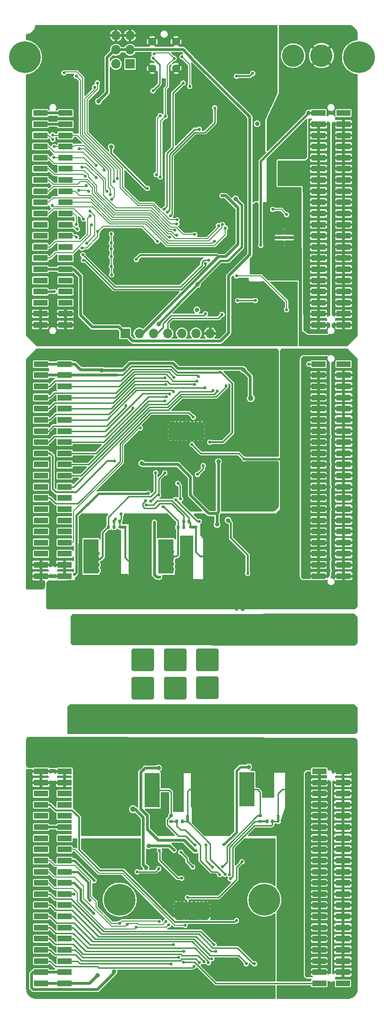
<source format=gbr>
%TF.GenerationSoftware,KiCad,Pcbnew,(6.0.10)*%
%TF.CreationDate,2023-04-24T21:45:00+09:00*%
%TF.ProjectId,qdrive_hw,71647269-7665-45f6-9877-2e6b69636164,rev?*%
%TF.SameCoordinates,Original*%
%TF.FileFunction,Copper,L2,Bot*%
%TF.FilePolarity,Positive*%
%FSLAX46Y46*%
G04 Gerber Fmt 4.6, Leading zero omitted, Abs format (unit mm)*
G04 Created by KiCad (PCBNEW (6.0.10)) date 2023-04-24 21:45:00*
%MOMM*%
%LPD*%
G01*
G04 APERTURE LIST*
G04 Aperture macros list*
%AMRoundRect*
0 Rectangle with rounded corners*
0 $1 Rounding radius*
0 $2 $3 $4 $5 $6 $7 $8 $9 X,Y pos of 4 corners*
0 Add a 4 corners polygon primitive as box body*
4,1,4,$2,$3,$4,$5,$6,$7,$8,$9,$2,$3,0*
0 Add four circle primitives for the rounded corners*
1,1,$1+$1,$2,$3*
1,1,$1+$1,$4,$5*
1,1,$1+$1,$6,$7*
1,1,$1+$1,$8,$9*
0 Add four rect primitives between the rounded corners*
20,1,$1+$1,$2,$3,$4,$5,0*
20,1,$1+$1,$4,$5,$6,$7,0*
20,1,$1+$1,$6,$7,$8,$9,0*
20,1,$1+$1,$8,$9,$2,$3,0*%
G04 Aperture macros list end*
%TA.AperFunction,ComponentPad*%
%ADD10RoundRect,0.250000X-1.750000X1.750000X-1.750000X-1.750000X1.750000X-1.750000X1.750000X1.750000X0*%
%TD*%
%TA.AperFunction,ComponentPad*%
%ADD11RoundRect,0.250000X-1.750000X-1.750000X1.750000X-1.750000X1.750000X1.750000X-1.750000X1.750000X0*%
%TD*%
%TA.AperFunction,ComponentPad*%
%ADD12C,0.500000*%
%TD*%
%TA.AperFunction,ComponentPad*%
%ADD13RoundRect,0.250000X1.750000X1.750000X-1.750000X1.750000X-1.750000X-1.750000X1.750000X-1.750000X0*%
%TD*%
%TA.AperFunction,ComponentPad*%
%ADD14C,4.000000*%
%TD*%
%TA.AperFunction,ComponentPad*%
%ADD15C,1.460000*%
%TD*%
%TA.AperFunction,ComponentPad*%
%ADD16C,5.700000*%
%TD*%
%TA.AperFunction,ComponentPad*%
%ADD17C,3.600000*%
%TD*%
%TA.AperFunction,ConnectorPad*%
%ADD18C,5.700000*%
%TD*%
%TA.AperFunction,ComponentPad*%
%ADD19R,1.700000X1.700000*%
%TD*%
%TA.AperFunction,ComponentPad*%
%ADD20O,1.700000X1.700000*%
%TD*%
%TA.AperFunction,SMDPad,CuDef*%
%ADD21R,3.000000X0.500000*%
%TD*%
%TA.AperFunction,SMDPad,CuDef*%
%ADD22R,2.500000X1.000000*%
%TD*%
%TA.AperFunction,SMDPad,CuDef*%
%ADD23RoundRect,0.135000X0.185000X-0.135000X0.185000X0.135000X-0.185000X0.135000X-0.185000X-0.135000X0*%
%TD*%
%TA.AperFunction,SMDPad,CuDef*%
%ADD24RoundRect,0.140000X0.140000X0.170000X-0.140000X0.170000X-0.140000X-0.170000X0.140000X-0.170000X0*%
%TD*%
%TA.AperFunction,SMDPad,CuDef*%
%ADD25RoundRect,0.135000X0.135000X0.185000X-0.135000X0.185000X-0.135000X-0.185000X0.135000X-0.185000X0*%
%TD*%
%TA.AperFunction,SMDPad,CuDef*%
%ADD26C,0.500000*%
%TD*%
%TA.AperFunction,SMDPad,CuDef*%
%ADD27R,2.700000X6.200000*%
%TD*%
%TA.AperFunction,ViaPad*%
%ADD28C,0.800000*%
%TD*%
%TA.AperFunction,ViaPad*%
%ADD29C,0.550000*%
%TD*%
%TA.AperFunction,ViaPad*%
%ADD30C,1.000000*%
%TD*%
%TA.AperFunction,Conductor*%
%ADD31C,0.300000*%
%TD*%
%TA.AperFunction,Conductor*%
%ADD32C,0.200000*%
%TD*%
%TA.AperFunction,Conductor*%
%ADD33C,0.500000*%
%TD*%
%TA.AperFunction,Conductor*%
%ADD34C,0.400000*%
%TD*%
%TA.AperFunction,Conductor*%
%ADD35C,0.250000*%
%TD*%
G04 APERTURE END LIST*
%TO.C,NT402*%
G36*
X203750000Y-188000000D02*
G01*
X203250000Y-188000000D01*
X203250000Y-187000000D01*
X203750000Y-187000000D01*
X203750000Y-188000000D01*
G37*
%TO.C,NT301*%
G36*
X188750000Y-135500000D02*
G01*
X187750000Y-135500000D01*
X187750000Y-135000000D01*
X188750000Y-135000000D01*
X188750000Y-135500000D01*
G37*
%TO.C,NT401*%
G36*
X187450000Y-188000000D02*
G01*
X186950000Y-188000000D01*
X186950000Y-187000000D01*
X187450000Y-187000000D01*
X187450000Y-188000000D01*
G37*
%TO.C,NT302*%
G36*
X176000000Y-135500000D02*
G01*
X175000000Y-135500000D01*
X175000000Y-135000000D01*
X176000000Y-135000000D01*
X176000000Y-135500000D01*
G37*
%TD*%
D10*
%TO.P,J306,1,Pin_1*%
%TO.N,/M0_board/M0_SH_B*%
X185000000Y-159000000D03*
%TD*%
D11*
%TO.P,J401,1,Pin_1*%
%TO.N,/M1_board/M1_SH_A*%
X179200000Y-164100000D03*
%TD*%
D12*
%TO.P,U401,57,GND*%
%TO.N,GND2*%
X187300000Y-202800000D03*
X188700000Y-204400000D03*
X190800000Y-202800000D03*
X185200000Y-205200000D03*
X190100000Y-204400000D03*
X186600000Y-204400000D03*
X189400000Y-203600000D03*
X189400000Y-204400000D03*
X190800000Y-205200000D03*
X190800000Y-204400000D03*
X188000000Y-202800000D03*
X189400000Y-205200000D03*
X187300000Y-205200000D03*
X190100000Y-203600000D03*
X190100000Y-205200000D03*
X185900000Y-205200000D03*
X190100000Y-202800000D03*
X185900000Y-204400000D03*
X188000000Y-203600000D03*
X186600000Y-202800000D03*
X185900000Y-203600000D03*
X185900000Y-202800000D03*
X186600000Y-205200000D03*
X185200000Y-203600000D03*
X188700000Y-203600000D03*
X187300000Y-203600000D03*
X186600000Y-203600000D03*
X189400000Y-202800000D03*
X190800000Y-203600000D03*
X185200000Y-204400000D03*
X187300000Y-204400000D03*
X188000000Y-204400000D03*
X185200000Y-202800000D03*
X188000000Y-205200000D03*
X188700000Y-202800000D03*
X188700000Y-205200000D03*
%TD*%
D13*
%TO.P,J302,1,Pin_1*%
%TO.N,VPP_M0*%
X215500000Y-153500000D03*
%TD*%
D11*
%TO.P,J307,1,Pin_1*%
%TO.N,/M0_board/M0_SH_C*%
X179200000Y-159000000D03*
%TD*%
D14*
%TO.P,J203,1,Pin_1*%
%TO.N,/main_board/BRAKE_OUT*%
X206200000Y-50700000D03*
%TO.P,J203,2,Pin_2*%
%TO.N,PGND_MB*%
X211280000Y-50700000D03*
%TD*%
D15*
%TO.P,J201,MH1,MH1*%
%TO.N,GND*%
X180850000Y-53000000D03*
%TO.P,J201,MH2,MH2*%
X180850000Y-48200000D03*
%TO.P,J201,MH3,MH3*%
X185150000Y-48200000D03*
%TO.P,J201,MH4,MH4*%
X185150000Y-53000000D03*
%TD*%
D11*
%TO.P,J309,1,Pin_1*%
%TO.N,PGND_M0*%
X215500000Y-147500000D03*
%TD*%
%TO.P,J409,1,Pin_1*%
%TO.N,PGND_M1*%
X215250000Y-175500000D03*
%TD*%
D16*
%TO.P,H401,1,1*%
%TO.N,unconnected-(H401-Pad1)*%
X175000000Y-202000000D03*
%TD*%
D17*
%TO.P,H203,1,1*%
%TO.N,Earth*%
X158000000Y-51000000D03*
D18*
X158000000Y-51000000D03*
%TD*%
D11*
%TO.P,J403,1,Pin_1*%
%TO.N,/M1_board/M1_SH_C*%
X190800000Y-164000000D03*
%TD*%
D19*
%TO.P,J208,1,Pin_1*%
%TO.N,Net-(J208-Pad1)*%
X176875000Y-52200000D03*
D20*
%TO.P,J208,2,Pin_2*%
%TO.N,Net-(J208-Pad2)*%
X174335000Y-52200000D03*
%TO.P,J208,3,Pin_3*%
%TO.N,+5VA*%
X176875000Y-49660000D03*
%TO.P,J208,4,Pin_4*%
X174335000Y-49660000D03*
%TO.P,J208,5,Pin_5*%
%TO.N,GND*%
X176875000Y-47120000D03*
%TO.P,J208,6,Pin_6*%
X174335000Y-47120000D03*
%TD*%
D18*
%TO.P,H204,1,1*%
%TO.N,Earth*%
X218000000Y-51000000D03*
D17*
X218000000Y-51000000D03*
%TD*%
D11*
%TO.P,J402,1,Pin_1*%
%TO.N,/M1_board/M1_SH_B*%
X185000000Y-164100000D03*
%TD*%
D12*
%TO.P,U301,57,GND*%
%TO.N,GND1*%
X184900000Y-116800000D03*
X184200000Y-117600000D03*
X186300000Y-117600000D03*
X187700000Y-119200000D03*
X188400000Y-118400000D03*
X185600000Y-116800000D03*
X184200000Y-116800000D03*
X187700000Y-117600000D03*
X188400000Y-117600000D03*
X187000000Y-119200000D03*
X187700000Y-116800000D03*
X184200000Y-119200000D03*
X189800000Y-117600000D03*
X184200000Y-118400000D03*
X184900000Y-118400000D03*
X185600000Y-118400000D03*
X187700000Y-118400000D03*
X189800000Y-119200000D03*
X184900000Y-117600000D03*
X185600000Y-119200000D03*
X187000000Y-116800000D03*
X186300000Y-116800000D03*
X185600000Y-117600000D03*
X189100000Y-119200000D03*
X189100000Y-117600000D03*
X188400000Y-116800000D03*
X189800000Y-116800000D03*
X189800000Y-118400000D03*
X189100000Y-116800000D03*
X186300000Y-118400000D03*
X186300000Y-119200000D03*
X187000000Y-117600000D03*
X184900000Y-119200000D03*
X187000000Y-118400000D03*
X188400000Y-119200000D03*
X189100000Y-118400000D03*
%TD*%
D13*
%TO.P,J405,1,Pin_1*%
%TO.N,VPP_M1*%
X215250000Y-169500000D03*
%TD*%
D17*
%TO.P,H402,1,1*%
%TO.N,unconnected-(H402-Pad1)*%
X201000000Y-202000000D03*
D18*
X201000000Y-202000000D03*
%TD*%
D21*
%TO.P,U203,9,VSS*%
%TO.N,PGND_MB*%
X204600000Y-83312500D03*
D12*
X205850000Y-83312500D03*
X203350000Y-83312500D03*
X204600000Y-83312500D03*
X204600000Y-82312500D03*
X204600000Y-84312500D03*
%TD*%
D13*
%TO.P,J301,1,Pin_1*%
%TO.N,/M0_board/M0_SH_A*%
X190800000Y-159000000D03*
%TD*%
D19*
%TO.P,J210,1,Pin_1*%
%TO.N,+5VA*%
X176000000Y-100500000D03*
D20*
%TO.P,J210,2,Pin_2*%
%TO.N,+3V3*%
X178540000Y-100500000D03*
%TO.P,J210,3,Pin_3*%
%TO.N,Net-(C226-Pad2)*%
X181080000Y-100500000D03*
%TO.P,J210,4,Pin_4*%
%TO.N,Net-(C223-Pad2)*%
X183620000Y-100500000D03*
%TO.P,J210,5,Pin_5*%
%TO.N,Net-(C224-Pad2)*%
X186160000Y-100500000D03*
%TO.P,J210,6,Pin_6*%
%TO.N,Net-(C225-Pad2)*%
X188700000Y-100500000D03*
%TO.P,J210,7,Pin_7*%
%TO.N,GND*%
X191240000Y-100500000D03*
%TD*%
D22*
%TO.P,J206,1,Pin_1*%
%TO.N,+5VA*%
X160750000Y-61000000D03*
%TO.P,J206,2,Pin_2*%
X165250000Y-61000000D03*
%TO.P,J206,3,Pin_3*%
%TO.N,+3V3*%
X160750000Y-63000000D03*
%TO.P,J206,4,Pin_4*%
X165250000Y-63000000D03*
%TO.P,J206,5,Pin_5*%
%TO.N,/main_board/EN_GATE*%
X160750000Y-65000000D03*
%TO.P,J206,6,Pin_6*%
%TO.N,/main_board/SPI_MOSI*%
X165250000Y-65000000D03*
%TO.P,J206,7,Pin_7*%
%TO.N,/main_board/M1_AH*%
X160750000Y-67000000D03*
%TO.P,J206,8,Pin_8*%
%TO.N,/main_board/SPI_MISO*%
X165250000Y-67000000D03*
%TO.P,J206,9,Pin_9*%
%TO.N,/main_board/M1_AL*%
X160750000Y-69000000D03*
%TO.P,J206,10,Pin_10*%
%TO.N,/main_board/SPI_SCK*%
X165250000Y-69000000D03*
%TO.P,J206,11,Pin_11*%
%TO.N,/main_board/M1_BH*%
X160750000Y-71000000D03*
%TO.P,J206,12,Pin_12*%
%TO.N,/main_board/M1_nCS*%
X165250000Y-71000000D03*
%TO.P,J206,13,Pin_13*%
%TO.N,/main_board/M1_BL*%
X160750000Y-73000000D03*
%TO.P,J206,14,Pin_14*%
%TO.N,/main_board/M1_SO1*%
X165250000Y-73000000D03*
%TO.P,J206,15,Pin_15*%
%TO.N,/main_board/M1_CH*%
X160750000Y-75000000D03*
%TO.P,J206,16,Pin_16*%
%TO.N,/main_board/M1_SO2*%
X165250000Y-75000000D03*
%TO.P,J206,17,Pin_17*%
%TO.N,/main_board/M1_CL*%
X160750000Y-77000000D03*
%TO.P,J206,18,Pin_18*%
%TO.N,/main_board/M1_TEMP*%
X165250000Y-77000000D03*
%TO.P,J206,19,Pin_19*%
%TO.N,Net-(J206-Pad19)*%
X160750000Y-79000000D03*
%TO.P,J206,20,Pin_20*%
%TO.N,/main_board/M1_ENC_A*%
X165250000Y-79000000D03*
%TO.P,J206,21,Pin_21*%
%TO.N,unconnected-(J206-Pad21)*%
X160750000Y-81000000D03*
%TO.P,J206,22,Pin_22*%
%TO.N,/main_board/M1_ENC_B*%
X165250000Y-81000000D03*
%TO.P,J206,23,Pin_23*%
%TO.N,/main_board/M1_PWRGD*%
X160750000Y-83000000D03*
%TO.P,J206,24,Pin_24*%
%TO.N,/main_board/M1_ENC_Z*%
X165250000Y-83000000D03*
%TO.P,J206,25,Pin_25*%
%TO.N,Net-(J206-Pad25)*%
X160750000Y-85000000D03*
%TO.P,J206,26,Pin_26*%
%TO.N,/main_board/M1_DC_CAL*%
X165250000Y-85000000D03*
%TO.P,J206,27,Pin_27*%
%TO.N,Net-(J206-Pad27)*%
X160750000Y-87000000D03*
%TO.P,J206,28,Pin_28*%
%TO.N,unconnected-(J206-Pad28)*%
X165250000Y-87000000D03*
%TO.P,J206,29,Pin_29*%
%TO.N,+5VA*%
X160750000Y-89000000D03*
%TO.P,J206,30,Pin_30*%
X165250000Y-89000000D03*
%TO.P,J206,31,Pin_31*%
%TO.N,unconnected-(J206-Pad31)*%
X160750000Y-91000000D03*
%TO.P,J206,32,Pin_32*%
%TO.N,unconnected-(J206-Pad32)*%
X165250000Y-91000000D03*
%TO.P,J206,33,Pin_33*%
%TO.N,+3.3VA*%
X160750000Y-93000000D03*
%TO.P,J206,34,Pin_34*%
%TO.N,unconnected-(J206-Pad34)*%
X165250000Y-93000000D03*
%TO.P,J206,35,Pin_35*%
%TO.N,unconnected-(J206-Pad35)*%
X160750000Y-95000000D03*
%TO.P,J206,36,Pin_36*%
%TO.N,unconnected-(J206-Pad36)*%
X165250000Y-95000000D03*
%TO.P,J206,37,Pin_37*%
%TO.N,GND*%
X160750000Y-97000000D03*
%TO.P,J206,38,Pin_38*%
X165250000Y-97000000D03*
%TO.P,J206,39,Pin_39*%
X160750000Y-99000000D03*
%TO.P,J206,40,Pin_40*%
X165250000Y-99000000D03*
%TD*%
D23*
%TO.P,R409,1*%
%TO.N,/M1_board/M1_SN1*%
X184250000Y-188010000D03*
%TO.P,R409,2*%
%TO.N,/M1_board/M1_SL_B*%
X184250000Y-186990000D03*
%TD*%
%TO.P,R415,1*%
%TO.N,/M1_board/M1_SN2*%
X200250000Y-188010000D03*
%TO.P,R415,2*%
%TO.N,/M1_board/M1_SL_C*%
X200250000Y-186990000D03*
%TD*%
D24*
%TO.P,C303,1*%
%TO.N,/M0_board/M0_SP1*%
X187480000Y-134200000D03*
%TO.P,C303,2*%
%TO.N,/M0_board/M0_SN1*%
X186520000Y-134200000D03*
%TD*%
D25*
%TO.P,R315,1*%
%TO.N,/M0_board/M0_SN2*%
X174010000Y-135250000D03*
%TO.P,R315,2*%
%TO.N,/M0_board/M0_SL_C*%
X172990000Y-135250000D03*
%TD*%
D26*
%TO.P,NT402,1,1*%
%TO.N,/M1_board/M1_SP2*%
X203500000Y-188000000D03*
%TO.P,NT402,2,2*%
%TO.N,PGND_M1*%
X203500000Y-187000000D03*
%TD*%
%TO.P,NT301,1,1*%
%TO.N,/M0_board/M0_SP1*%
X187750000Y-135250000D03*
%TO.P,NT301,2,2*%
%TO.N,PGND_M0*%
X188750000Y-135250000D03*
%TD*%
D27*
%TO.P,R312,1*%
%TO.N,PGND_M0*%
X191650000Y-140500000D03*
%TO.P,R312,2*%
%TO.N,/M0_board/M0_SL_B*%
X183350000Y-140500000D03*
%TD*%
D24*
%TO.P,C305,1*%
%TO.N,/M0_board/M0_SP2*%
X174980000Y-134250000D03*
%TO.P,C305,2*%
%TO.N,/M0_board/M0_SN2*%
X174020000Y-134250000D03*
%TD*%
D27*
%TO.P,R412,1*%
%TO.N,PGND_M1*%
X189150000Y-182400000D03*
%TO.P,R412,2*%
%TO.N,/M1_board/M1_SL_B*%
X180850000Y-182400000D03*
%TD*%
D22*
%TO.P,J304,1,Pin_1*%
%TO.N,+5V*%
X165125000Y-106000000D03*
%TO.P,J304,2,Pin_2*%
X160875000Y-106000000D03*
%TO.P,J304,3,Pin_3*%
%TO.N,3V3A*%
X165125000Y-108000000D03*
%TO.P,J304,4,Pin_4*%
X160875000Y-108000000D03*
%TO.P,J304,5,Pin_5*%
%TO.N,/M0_board/M0B_EN_GATE*%
X165125000Y-110000000D03*
%TO.P,J304,6,Pin_6*%
%TO.N,/M0_board/M0B_SPI_MOSI*%
X160875000Y-110000000D03*
%TO.P,J304,7,Pin_7*%
%TO.N,/M0_board/M0B_AH*%
X165125000Y-112000000D03*
%TO.P,J304,8,Pin_8*%
%TO.N,/M0_board/M0B_SPI_MISO*%
X160875000Y-112000000D03*
%TO.P,J304,9,Pin_9*%
%TO.N,/M0_board/M0B_AL*%
X165125000Y-114000000D03*
%TO.P,J304,10,Pin_10*%
%TO.N,/M0_board/M0B_SPI_SCK*%
X160875000Y-114000000D03*
%TO.P,J304,11,Pin_11*%
%TO.N,/M0_board/M0B_BH*%
X165125000Y-116000000D03*
%TO.P,J304,12,Pin_12*%
%TO.N,/M0_board/M0B_nCS*%
X160875000Y-116000000D03*
%TO.P,J304,13,Pin_13*%
%TO.N,/M0_board/M0B_BL*%
X165125000Y-118000000D03*
%TO.P,J304,14,Pin_14*%
%TO.N,/M0_board/M0B_SO1*%
X160875000Y-118000000D03*
%TO.P,J304,15,Pin_15*%
%TO.N,/M0_board/M0B_CH*%
X165125000Y-120000000D03*
%TO.P,J304,16,Pin_16*%
%TO.N,/M0_board/M0B_SO2*%
X160875000Y-120000000D03*
%TO.P,J304,17,Pin_17*%
%TO.N,/M0_board/M0B_CL*%
X165125000Y-122000000D03*
%TO.P,J304,18,Pin_18*%
%TO.N,/M0_board/M0B_TEMP*%
X160875000Y-122000000D03*
%TO.P,J304,19,Pin_19*%
%TO.N,/M0_board/M0BnFAULT*%
X165125000Y-124000000D03*
%TO.P,J304,20,Pin_20*%
%TO.N,/M0_board/M0B_ENC_A*%
X160875000Y-124000000D03*
%TO.P,J304,21,Pin_21*%
%TO.N,/M0_board/M0BnOCTW*%
X165125000Y-126000000D03*
%TO.P,J304,22,Pin_22*%
%TO.N,/M0_board/M0B_ENC_B*%
X160875000Y-126000000D03*
%TO.P,J304,23,Pin_23*%
%TO.N,/M0_board/M0B_PWRGD*%
X165125000Y-128000000D03*
%TO.P,J304,24,Pin_24*%
%TO.N,/M0_board/M0B_ENC_Z*%
X160875000Y-128000000D03*
%TO.P,J304,25,Pin_25*%
%TO.N,/M0_board/M0B_GPIO5*%
X165125000Y-130000000D03*
%TO.P,J304,26,Pin_26*%
%TO.N,/M0_board/M0B_DC_CAL*%
X160875000Y-130000000D03*
%TO.P,J304,27,Pin_27*%
%TO.N,/M0_board/M0B_GPIO6*%
X165125000Y-132000000D03*
%TO.P,J304,28,Pin_28*%
%TO.N,unconnected-(J304-Pad28)*%
X160875000Y-132000000D03*
%TO.P,J304,29,Pin_29*%
%TO.N,unconnected-(J304-Pad29)*%
X165125000Y-134000000D03*
%TO.P,J304,30,Pin_30*%
%TO.N,unconnected-(J304-Pad30)*%
X160875000Y-134000000D03*
%TO.P,J304,31,Pin_31*%
%TO.N,unconnected-(J304-Pad31)*%
X165125000Y-136000000D03*
%TO.P,J304,32,Pin_32*%
%TO.N,unconnected-(J304-Pad32)*%
X160875000Y-136000000D03*
%TO.P,J304,33,Pin_33*%
%TO.N,M0_3V3A*%
X165125000Y-138000000D03*
%TO.P,J304,34,Pin_34*%
%TO.N,unconnected-(J304-Pad34)*%
X160875000Y-138000000D03*
%TO.P,J304,35,Pin_35*%
%TO.N,unconnected-(J304-Pad35)*%
X165125000Y-140000000D03*
%TO.P,J304,36,Pin_36*%
%TO.N,unconnected-(J304-Pad36)*%
X160875000Y-140000000D03*
%TO.P,J304,37,Pin_37*%
%TO.N,GND1*%
X165125000Y-142000000D03*
%TO.P,J304,38,Pin_38*%
X160875000Y-142000000D03*
%TO.P,J304,39,Pin_39*%
X165125000Y-144000000D03*
%TO.P,J304,40,Pin_40*%
X160875000Y-144000000D03*
%TD*%
D24*
%TO.P,C405,1*%
%TO.N,/M1_board/M1_SP2*%
X202480000Y-188000000D03*
%TO.P,C405,2*%
%TO.N,/M1_board/M1_SN2*%
X201520000Y-188000000D03*
%TD*%
D22*
%TO.P,J207,1,Pin_1*%
%TO.N,/main_board/VDD_M*%
X210750000Y-61000000D03*
%TO.P,J207,2,Pin_2*%
%TO.N,unconnected-(J207-Pad2)*%
X215250000Y-61000000D03*
%TO.P,J207,3,Pin_3*%
%TO.N,+48V*%
X210750000Y-63000000D03*
%TO.P,J207,4,Pin_4*%
%TO.N,PGND_MB*%
X215250000Y-63000000D03*
%TO.P,J207,5,Pin_5*%
%TO.N,+48V*%
X210750000Y-65000000D03*
%TO.P,J207,6,Pin_6*%
%TO.N,PGND_MB*%
X215250000Y-65000000D03*
%TO.P,J207,7,Pin_7*%
%TO.N,+48V*%
X210750000Y-67000000D03*
%TO.P,J207,8,Pin_8*%
%TO.N,PGND_MB*%
X215250000Y-67000000D03*
%TO.P,J207,9,Pin_9*%
%TO.N,+48V*%
X210750000Y-69000000D03*
%TO.P,J207,10,Pin_10*%
%TO.N,PGND_MB*%
X215250000Y-69000000D03*
%TO.P,J207,11,Pin_11*%
%TO.N,+48V*%
X210750000Y-71000000D03*
%TO.P,J207,12,Pin_12*%
%TO.N,PGND_MB*%
X215250000Y-71000000D03*
%TO.P,J207,13,Pin_13*%
%TO.N,+48V*%
X210750000Y-73000000D03*
%TO.P,J207,14,Pin_14*%
%TO.N,PGND_MB*%
X215250000Y-73000000D03*
%TO.P,J207,15,Pin_15*%
%TO.N,+48V*%
X210750000Y-75000000D03*
%TO.P,J207,16,Pin_16*%
%TO.N,PGND_MB*%
X215250000Y-75000000D03*
%TO.P,J207,17,Pin_17*%
%TO.N,+48V*%
X210750000Y-77000000D03*
%TO.P,J207,18,Pin_18*%
%TO.N,PGND_MB*%
X215250000Y-77000000D03*
%TO.P,J207,19,Pin_19*%
%TO.N,+48V*%
X210750000Y-79000000D03*
%TO.P,J207,20,Pin_20*%
%TO.N,PGND_MB*%
X215250000Y-79000000D03*
%TO.P,J207,21,Pin_21*%
%TO.N,+48V*%
X210750000Y-81000000D03*
%TO.P,J207,22,Pin_22*%
%TO.N,PGND_MB*%
X215250000Y-81000000D03*
%TO.P,J207,23,Pin_23*%
%TO.N,+48V*%
X210750000Y-83000000D03*
%TO.P,J207,24,Pin_24*%
%TO.N,PGND_MB*%
X215250000Y-83000000D03*
%TO.P,J207,25,Pin_25*%
%TO.N,+48V*%
X210750000Y-85000000D03*
%TO.P,J207,26,Pin_26*%
%TO.N,PGND_MB*%
X215250000Y-85000000D03*
%TO.P,J207,27,Pin_27*%
%TO.N,+48V*%
X210750000Y-87000000D03*
%TO.P,J207,28,Pin_28*%
%TO.N,PGND_MB*%
X215250000Y-87000000D03*
%TO.P,J207,29,Pin_29*%
%TO.N,+48V*%
X210750000Y-89000000D03*
%TO.P,J207,30,Pin_30*%
%TO.N,PGND_MB*%
X215250000Y-89000000D03*
%TO.P,J207,31,Pin_31*%
%TO.N,+48V*%
X210750000Y-91000000D03*
%TO.P,J207,32,Pin_32*%
%TO.N,PGND_MB*%
X215250000Y-91000000D03*
%TO.P,J207,33,Pin_33*%
%TO.N,+48V*%
X210750000Y-93000000D03*
%TO.P,J207,34,Pin_34*%
%TO.N,PGND_MB*%
X215250000Y-93000000D03*
%TO.P,J207,35,Pin_35*%
%TO.N,+48V*%
X210750000Y-95000000D03*
%TO.P,J207,36,Pin_36*%
%TO.N,PGND_MB*%
X215250000Y-95000000D03*
%TO.P,J207,37,Pin_37*%
%TO.N,+48V*%
X210750000Y-97000000D03*
%TO.P,J207,38,Pin_38*%
%TO.N,PGND_MB*%
X215250000Y-97000000D03*
%TO.P,J207,39,Pin_39*%
%TO.N,+48V*%
X210750000Y-99000000D03*
%TO.P,J207,40,Pin_40*%
%TO.N,PGND_MB*%
X215250000Y-99000000D03*
%TD*%
%TO.P,J305,1,Pin_1*%
%TO.N,GVDD_M0*%
X210750000Y-106000000D03*
%TO.P,J305,2,Pin_2*%
%TO.N,unconnected-(J305-Pad2)*%
X215250000Y-106000000D03*
%TO.P,J305,3,Pin_3*%
%TO.N,VPP_M0*%
X210750000Y-108000000D03*
%TO.P,J305,4,Pin_4*%
%TO.N,PGND_M0*%
X215250000Y-108000000D03*
%TO.P,J305,5,Pin_5*%
%TO.N,VPP_M0*%
X210750000Y-110000000D03*
%TO.P,J305,6,Pin_6*%
%TO.N,PGND_M0*%
X215250000Y-110000000D03*
%TO.P,J305,7,Pin_7*%
%TO.N,VPP_M0*%
X210750000Y-112000000D03*
%TO.P,J305,8,Pin_8*%
%TO.N,PGND_M0*%
X215250000Y-112000000D03*
%TO.P,J305,9,Pin_9*%
%TO.N,VPP_M0*%
X210750000Y-114000000D03*
%TO.P,J305,10,Pin_10*%
%TO.N,PGND_M0*%
X215250000Y-114000000D03*
%TO.P,J305,11,Pin_11*%
%TO.N,VPP_M0*%
X210750000Y-116000000D03*
%TO.P,J305,12,Pin_12*%
%TO.N,PGND_M0*%
X215250000Y-116000000D03*
%TO.P,J305,13,Pin_13*%
%TO.N,VPP_M0*%
X210750000Y-118000000D03*
%TO.P,J305,14,Pin_14*%
%TO.N,PGND_M0*%
X215250000Y-118000000D03*
%TO.P,J305,15,Pin_15*%
%TO.N,VPP_M0*%
X210750000Y-120000000D03*
%TO.P,J305,16,Pin_16*%
%TO.N,PGND_M0*%
X215250000Y-120000000D03*
%TO.P,J305,17,Pin_17*%
%TO.N,VPP_M0*%
X210750000Y-122000000D03*
%TO.P,J305,18,Pin_18*%
%TO.N,PGND_M0*%
X215250000Y-122000000D03*
%TO.P,J305,19,Pin_19*%
%TO.N,VPP_M0*%
X210750000Y-124000000D03*
%TO.P,J305,20,Pin_20*%
%TO.N,PGND_M0*%
X215250000Y-124000000D03*
%TO.P,J305,21,Pin_21*%
%TO.N,VPP_M0*%
X210750000Y-126000000D03*
%TO.P,J305,22,Pin_22*%
%TO.N,PGND_M0*%
X215250000Y-126000000D03*
%TO.P,J305,23,Pin_23*%
%TO.N,VPP_M0*%
X210750000Y-128000000D03*
%TO.P,J305,24,Pin_24*%
%TO.N,PGND_M0*%
X215250000Y-128000000D03*
%TO.P,J305,25,Pin_25*%
%TO.N,VPP_M0*%
X210750000Y-130000000D03*
%TO.P,J305,26,Pin_26*%
%TO.N,PGND_M0*%
X215250000Y-130000000D03*
%TO.P,J305,27,Pin_27*%
%TO.N,VPP_M0*%
X210750000Y-132000000D03*
%TO.P,J305,28,Pin_28*%
%TO.N,PGND_M0*%
X215250000Y-132000000D03*
%TO.P,J305,29,Pin_29*%
%TO.N,VPP_M0*%
X210750000Y-134000000D03*
%TO.P,J305,30,Pin_30*%
%TO.N,PGND_M0*%
X215250000Y-134000000D03*
%TO.P,J305,31,Pin_31*%
%TO.N,VPP_M0*%
X210750000Y-136000000D03*
%TO.P,J305,32,Pin_32*%
%TO.N,PGND_M0*%
X215250000Y-136000000D03*
%TO.P,J305,33,Pin_33*%
%TO.N,VPP_M0*%
X210750000Y-138000000D03*
%TO.P,J305,34,Pin_34*%
%TO.N,PGND_M0*%
X215250000Y-138000000D03*
%TO.P,J305,35,Pin_35*%
%TO.N,VPP_M0*%
X210750000Y-140000000D03*
%TO.P,J305,36,Pin_36*%
%TO.N,PGND_M0*%
X215250000Y-140000000D03*
%TO.P,J305,37,Pin_37*%
%TO.N,VPP_M0*%
X210750000Y-142000000D03*
%TO.P,J305,38,Pin_38*%
%TO.N,PGND_M0*%
X215250000Y-142000000D03*
%TO.P,J305,39,Pin_39*%
%TO.N,VPP_M0*%
X210750000Y-144000000D03*
%TO.P,J305,40,Pin_40*%
%TO.N,PGND_M0*%
X215250000Y-144000000D03*
%TD*%
D27*
%TO.P,R316,1*%
%TO.N,PGND_M0*%
X178150000Y-140500000D03*
%TO.P,R316,2*%
%TO.N,/M0_board/M0_SL_C*%
X169850000Y-140500000D03*
%TD*%
D22*
%TO.P,J404,1,Pin_1*%
%TO.N,+5VD*%
X160875000Y-217000000D03*
%TO.P,J404,2,Pin_2*%
X165125000Y-217000000D03*
%TO.P,J404,3,Pin_3*%
%TO.N,3V3B*%
X160875000Y-215000000D03*
%TO.P,J404,4,Pin_4*%
X165125000Y-215000000D03*
%TO.P,J404,5,Pin_5*%
%TO.N,/M1_board/M1B_EN_GATE*%
X160875000Y-213000000D03*
%TO.P,J404,6,Pin_6*%
%TO.N,/M1_board/M1B_SPI_MOSI*%
X165125000Y-213000000D03*
%TO.P,J404,7,Pin_7*%
%TO.N,/M1_board/M1B_AH*%
X160875000Y-211000000D03*
%TO.P,J404,8,Pin_8*%
%TO.N,/M1_board/M1B_SPI_MISO*%
X165125000Y-211000000D03*
%TO.P,J404,9,Pin_9*%
%TO.N,/M1_board/M1B_AL*%
X160875000Y-209000000D03*
%TO.P,J404,10,Pin_10*%
%TO.N,/M1_board/M1B_SPI_SCK*%
X165125000Y-209000000D03*
%TO.P,J404,11,Pin_11*%
%TO.N,/M1_board/M1B_BH*%
X160875000Y-207000000D03*
%TO.P,J404,12,Pin_12*%
%TO.N,/M1_board/M1B_nCS*%
X165125000Y-207000000D03*
%TO.P,J404,13,Pin_13*%
%TO.N,/M1_board/M1B_BL*%
X160875000Y-205000000D03*
%TO.P,J404,14,Pin_14*%
%TO.N,/M1_board/M1B_SO1*%
X165125000Y-205000000D03*
%TO.P,J404,15,Pin_15*%
%TO.N,/M1_board/M1B_CH*%
X160875000Y-203000000D03*
%TO.P,J404,16,Pin_16*%
%TO.N,/M1_board/M1B_SO2*%
X165125000Y-203000000D03*
%TO.P,J404,17,Pin_17*%
%TO.N,/M1_board/M1B_CL*%
X160875000Y-201000000D03*
%TO.P,J404,18,Pin_18*%
%TO.N,/M1_board/M1B_TEMP*%
X165125000Y-201000000D03*
%TO.P,J404,19,Pin_19*%
%TO.N,/M1_board/M1BnFAULT*%
X160875000Y-199000000D03*
%TO.P,J404,20,Pin_20*%
%TO.N,/M1_board/M1B_ENC_A*%
X165125000Y-199000000D03*
%TO.P,J404,21,Pin_21*%
%TO.N,/M1_board/M1BnOCTW*%
X160875000Y-197000000D03*
%TO.P,J404,22,Pin_22*%
%TO.N,/M1_board/M1B_ENC_B*%
X165125000Y-197000000D03*
%TO.P,J404,23,Pin_23*%
%TO.N,/M1_board/M1B_PWRGD*%
X160875000Y-195000000D03*
%TO.P,J404,24,Pin_24*%
%TO.N,/M1_board/M1B_ENC_Z*%
X165125000Y-195000000D03*
%TO.P,J404,25,Pin_25*%
%TO.N,/M1_board/M1B_GPIO5*%
X160875000Y-193000000D03*
%TO.P,J404,26,Pin_26*%
%TO.N,/M1_board/M1B_DC_CAL*%
X165125000Y-193000000D03*
%TO.P,J404,27,Pin_27*%
%TO.N,/M1_board/M1B_GPIO6*%
X160875000Y-191000000D03*
%TO.P,J404,28,Pin_28*%
%TO.N,unconnected-(J404-Pad28)*%
X165125000Y-191000000D03*
%TO.P,J404,29,Pin_29*%
%TO.N,5VB*%
X160875000Y-189000000D03*
%TO.P,J404,30,Pin_30*%
X165125000Y-189000000D03*
%TO.P,J404,31,Pin_31*%
%TO.N,unconnected-(J404-Pad31)*%
X160875000Y-187000000D03*
%TO.P,J404,32,Pin_32*%
%TO.N,unconnected-(J404-Pad32)*%
X165125000Y-187000000D03*
%TO.P,J404,33,Pin_33*%
%TO.N,M1_3V3A*%
X160875000Y-185000000D03*
%TO.P,J404,34,Pin_34*%
%TO.N,unconnected-(J404-Pad34)*%
X165125000Y-185000000D03*
%TO.P,J404,35,Pin_35*%
%TO.N,unconnected-(J404-Pad35)*%
X160875000Y-183000000D03*
%TO.P,J404,36,Pin_36*%
%TO.N,unconnected-(J404-Pad36)*%
X165125000Y-183000000D03*
%TO.P,J404,37,Pin_37*%
%TO.N,GND2*%
X160875000Y-181000000D03*
%TO.P,J404,38,Pin_38*%
X165125000Y-181000000D03*
%TO.P,J404,39,Pin_39*%
X160875000Y-179000000D03*
%TO.P,J404,40,Pin_40*%
X165125000Y-179000000D03*
%TD*%
%TO.P,J408,1,Pin_1*%
%TO.N,GVDD_M1*%
X210875000Y-217000000D03*
%TO.P,J408,2,Pin_2*%
%TO.N,unconnected-(J408-Pad2)*%
X215125000Y-217000000D03*
%TO.P,J408,3,Pin_3*%
%TO.N,VPP_M1*%
X210875000Y-215000000D03*
%TO.P,J408,4,Pin_4*%
%TO.N,PGND_M1*%
X215125000Y-215000000D03*
%TO.P,J408,5,Pin_5*%
%TO.N,VPP_M1*%
X210875000Y-213000000D03*
%TO.P,J408,6,Pin_6*%
%TO.N,PGND_M1*%
X215125000Y-213000000D03*
%TO.P,J408,7,Pin_7*%
%TO.N,VPP_M1*%
X210875000Y-211000000D03*
%TO.P,J408,8,Pin_8*%
%TO.N,PGND_M1*%
X215125000Y-211000000D03*
%TO.P,J408,9,Pin_9*%
%TO.N,VPP_M1*%
X210875000Y-209000000D03*
%TO.P,J408,10,Pin_10*%
%TO.N,PGND_M1*%
X215125000Y-209000000D03*
%TO.P,J408,11,Pin_11*%
%TO.N,VPP_M1*%
X210875000Y-207000000D03*
%TO.P,J408,12,Pin_12*%
%TO.N,PGND_M1*%
X215125000Y-207000000D03*
%TO.P,J408,13,Pin_13*%
%TO.N,VPP_M1*%
X210875000Y-205000000D03*
%TO.P,J408,14,Pin_14*%
%TO.N,PGND_M1*%
X215125000Y-205000000D03*
%TO.P,J408,15,Pin_15*%
%TO.N,VPP_M1*%
X210875000Y-203000000D03*
%TO.P,J408,16,Pin_16*%
%TO.N,PGND_M1*%
X215125000Y-203000000D03*
%TO.P,J408,17,Pin_17*%
%TO.N,VPP_M1*%
X210875000Y-201000000D03*
%TO.P,J408,18,Pin_18*%
%TO.N,PGND_M1*%
X215125000Y-201000000D03*
%TO.P,J408,19,Pin_19*%
%TO.N,VPP_M1*%
X210875000Y-199000000D03*
%TO.P,J408,20,Pin_20*%
%TO.N,PGND_M1*%
X215125000Y-199000000D03*
%TO.P,J408,21,Pin_21*%
%TO.N,VPP_M1*%
X210875000Y-197000000D03*
%TO.P,J408,22,Pin_22*%
%TO.N,PGND_M1*%
X215125000Y-197000000D03*
%TO.P,J408,23,Pin_23*%
%TO.N,VPP_M1*%
X210875000Y-195000000D03*
%TO.P,J408,24,Pin_24*%
%TO.N,PGND_M1*%
X215125000Y-195000000D03*
%TO.P,J408,25,Pin_25*%
%TO.N,VPP_M1*%
X210875000Y-193000000D03*
%TO.P,J408,26,Pin_26*%
%TO.N,PGND_M1*%
X215125000Y-193000000D03*
%TO.P,J408,27,Pin_27*%
%TO.N,VPP_M1*%
X210875000Y-191000000D03*
%TO.P,J408,28,Pin_28*%
%TO.N,PGND_M1*%
X215125000Y-191000000D03*
%TO.P,J408,29,Pin_29*%
%TO.N,VPP_M1*%
X210875000Y-189000000D03*
%TO.P,J408,30,Pin_30*%
%TO.N,PGND_M1*%
X215125000Y-189000000D03*
%TO.P,J408,31,Pin_31*%
%TO.N,VPP_M1*%
X210875000Y-187000000D03*
%TO.P,J408,32,Pin_32*%
%TO.N,PGND_M1*%
X215125000Y-187000000D03*
%TO.P,J408,33,Pin_33*%
%TO.N,VPP_M1*%
X210875000Y-185000000D03*
%TO.P,J408,34,Pin_34*%
%TO.N,PGND_M1*%
X215125000Y-185000000D03*
%TO.P,J408,35,Pin_35*%
%TO.N,VPP_M1*%
X210875000Y-183000000D03*
%TO.P,J408,36,Pin_36*%
%TO.N,PGND_M1*%
X215125000Y-183000000D03*
%TO.P,J408,37,Pin_37*%
%TO.N,VPP_M1*%
X210875000Y-181000000D03*
%TO.P,J408,38,Pin_38*%
%TO.N,PGND_M1*%
X215125000Y-181000000D03*
%TO.P,J408,39,Pin_39*%
%TO.N,VPP_M1*%
X210875000Y-179000000D03*
%TO.P,J408,40,Pin_40*%
%TO.N,PGND_M1*%
X215125000Y-179000000D03*
%TD*%
D26*
%TO.P,NT401,1,1*%
%TO.N,/M1_board/M1_SP1*%
X187200000Y-188000000D03*
%TO.P,NT401,2,2*%
%TO.N,PGND_M1*%
X187200000Y-187000000D03*
%TD*%
%TO.P,NT302,1,1*%
%TO.N,/M0_board/M0_SP2*%
X175000000Y-135250000D03*
%TO.P,NT302,2,2*%
%TO.N,PGND_M0*%
X176000000Y-135250000D03*
%TD*%
D27*
%TO.P,R416,1*%
%TO.N,PGND_M1*%
X206150000Y-182250000D03*
%TO.P,R416,2*%
%TO.N,/M1_board/M1_SL_C*%
X197850000Y-182250000D03*
%TD*%
D25*
%TO.P,R309,1*%
%TO.N,/M0_board/M0_SN1*%
X186510000Y-135250000D03*
%TO.P,R309,2*%
%TO.N,/M0_board/M0_SL_B*%
X185490000Y-135250000D03*
%TD*%
D24*
%TO.P,C403,1*%
%TO.N,/M1_board/M1_SP1*%
X186250000Y-188000000D03*
%TO.P,C403,2*%
%TO.N,/M1_board/M1_SN1*%
X185290000Y-188000000D03*
%TD*%
D28*
%TO.N,*%
X199700000Y-62900000D03*
X188900000Y-96300000D03*
D29*
%TO.N,GND*%
X167000000Y-59000000D03*
D28*
X158750000Y-66000000D03*
X197400000Y-73800000D03*
X173000000Y-102000000D03*
X161000000Y-46250000D03*
X194000000Y-88800000D03*
X204000000Y-95000000D03*
X185800000Y-46200000D03*
X193200000Y-61400000D03*
X169000000Y-91500000D03*
X206500000Y-101000000D03*
X192800000Y-71400000D03*
X164500000Y-102000000D03*
X186200000Y-68400000D03*
D29*
X192500000Y-85600000D03*
D28*
X166250000Y-55500000D03*
X192500000Y-52000000D03*
X180250000Y-65250000D03*
X198200000Y-92600000D03*
X161000000Y-54000000D03*
X178750000Y-75750000D03*
X168250000Y-99250000D03*
X158750000Y-92000000D03*
D29*
X189100000Y-87600000D03*
D28*
X197500000Y-102000000D03*
X181000000Y-67000000D03*
X201200000Y-45700000D03*
X176500000Y-86500000D03*
X167500000Y-102000000D03*
D29*
X163000000Y-70750000D03*
D28*
X163000000Y-98250000D03*
X185000000Y-99500000D03*
X170500000Y-102000000D03*
X158750000Y-68000000D03*
X190200000Y-49800000D03*
X189000000Y-65600000D03*
X187500000Y-81500000D03*
X159750000Y-59000000D03*
X199400000Y-76000000D03*
X176750000Y-88250000D03*
X158750000Y-64000000D03*
X177000000Y-96000000D03*
X158750000Y-62000000D03*
X158750000Y-96000000D03*
X183400000Y-66800000D03*
D29*
X167000000Y-64000000D03*
D28*
X201300000Y-51700000D03*
X195800000Y-100200000D03*
X192000000Y-57800000D03*
X188250000Y-71000000D03*
X199800000Y-67400000D03*
D29*
X179250000Y-87750000D03*
X177200000Y-57000000D03*
D28*
X193200000Y-92200000D03*
X182000000Y-95500000D03*
X199500000Y-102000000D03*
X195600000Y-67400000D03*
X185600000Y-65600000D03*
X180400000Y-46200000D03*
X175000000Y-94000000D03*
X202400000Y-93400000D03*
X206200000Y-93800000D03*
X191600000Y-90800000D03*
X158750000Y-72000000D03*
D29*
X167000000Y-62000000D03*
X193600000Y-84400000D03*
D28*
X158750000Y-94000000D03*
X170500000Y-54500000D03*
X175200000Y-97800000D03*
X179000000Y-57000000D03*
X158750000Y-60000000D03*
X171000000Y-94000000D03*
X161500000Y-102000000D03*
X202000000Y-102000000D03*
X178600000Y-66800000D03*
X159750000Y-101250000D03*
X191100000Y-67800000D03*
D29*
X175000000Y-89250000D03*
D28*
X171750000Y-61750000D03*
X191600000Y-74000000D03*
X192000000Y-76000000D03*
X158750000Y-99000000D03*
X172500000Y-95500000D03*
D29*
X176250000Y-72500000D03*
D28*
X195000000Y-102000000D03*
X198600000Y-97800000D03*
X190500000Y-77000000D03*
X186400000Y-62300000D03*
X170000000Y-101000000D03*
X179750000Y-75750000D03*
X189000000Y-74000000D03*
D29*
X176000000Y-66900000D03*
X196200000Y-91600000D03*
D28*
X179000000Y-96500000D03*
X196400000Y-74600000D03*
X180500000Y-62000000D03*
X200800000Y-60400000D03*
X189500000Y-75500000D03*
X175750000Y-61000000D03*
X201800000Y-57800000D03*
X158750000Y-70000000D03*
X205000000Y-102000000D03*
D29*
X178250000Y-93750000D03*
X180750000Y-85500000D03*
D28*
X165750000Y-59000000D03*
X186000000Y-78500000D03*
X180600000Y-55200000D03*
X195600000Y-97800000D03*
D29*
X182250000Y-91500000D03*
D28*
X170250000Y-97250000D03*
X188000000Y-78500000D03*
D29*
X171000000Y-90750000D03*
%TO.N,+3V3*%
X173500000Y-88500000D03*
X173551574Y-89989040D03*
D28*
X173500000Y-67050500D03*
D29*
X194000000Y-86750000D03*
X178000000Y-87250000D03*
X173500000Y-85399500D03*
X180000000Y-74500000D03*
X173509669Y-82684169D03*
D28*
X165200000Y-63000000D03*
D29*
X173500000Y-84250000D03*
X173500000Y-86750000D03*
X193400000Y-75800000D03*
%TO.N,/main_board/VDD_M*%
X200350000Y-84712500D03*
D28*
X209000000Y-61000000D03*
D29*
%TO.N,/main_board/VBUS_S*%
X205000000Y-96250000D03*
X196000000Y-90200000D03*
%TO.N,+5VA*%
X198400000Y-69600000D03*
D28*
X171200000Y-58900000D03*
X165300000Y-61000000D03*
%TO.N,VPP_M0*%
X210750000Y-127000000D03*
X207250000Y-156000000D03*
X208500000Y-134000000D03*
X210250000Y-155250000D03*
D30*
X208500000Y-154000000D03*
D28*
X210750000Y-129000000D03*
X212500000Y-119000000D03*
D30*
X193250000Y-155000000D03*
D28*
X208500000Y-155750000D03*
X179000000Y-123800000D03*
D30*
X192500000Y-154000000D03*
X210000000Y-154000000D03*
D28*
X210750000Y-125000000D03*
X210750000Y-135000000D03*
X191250000Y-155750000D03*
X212500000Y-143000000D03*
X190750000Y-153000000D03*
X192750000Y-123500000D03*
D30*
X207000000Y-154000000D03*
X192500000Y-152000000D03*
X207000000Y-152000000D03*
D28*
X194500000Y-155000000D03*
X210750000Y-123000000D03*
D30*
X175750000Y-152750000D03*
X208500000Y-152000000D03*
D28*
X212500000Y-141000000D03*
X178250000Y-155000000D03*
D30*
X209250000Y-155000000D03*
D28*
X174750000Y-152750000D03*
D30*
X191000000Y-152000000D03*
X191750000Y-153000000D03*
X177250000Y-152750000D03*
X176500000Y-151750000D03*
D28*
X210250000Y-153000000D03*
X208500000Y-135000000D03*
X175250000Y-155500000D03*
D30*
X194000000Y-154000000D03*
D28*
X178250000Y-152750000D03*
D30*
X207750000Y-155000000D03*
X210000000Y-152000000D03*
D28*
X208600000Y-118400000D03*
X192500000Y-134750000D03*
X192500000Y-155750000D03*
X210750000Y-131000000D03*
X174500000Y-155000000D03*
X194250000Y-153000000D03*
D30*
X176500000Y-153750000D03*
D28*
X208600000Y-117200000D03*
X209750000Y-156000000D03*
D30*
X175000000Y-153750000D03*
D28*
X190750000Y-155000000D03*
D30*
X191000000Y-154000000D03*
D28*
X177500000Y-155500000D03*
X212500000Y-132000000D03*
D30*
X178000000Y-151750000D03*
D28*
X208600000Y-119800000D03*
X206750000Y-153000000D03*
D30*
X178000000Y-153750000D03*
D28*
X208500000Y-142750000D03*
D30*
X175500000Y-154750000D03*
X191750000Y-155000000D03*
D28*
X208500000Y-129000000D03*
X208500000Y-133000000D03*
D30*
X175000000Y-151750000D03*
D28*
X212500000Y-128000000D03*
D30*
X193250000Y-153000000D03*
D28*
X176000000Y-155500000D03*
X210750000Y-121000000D03*
X208500000Y-131000000D03*
D30*
X209250000Y-153000000D03*
D28*
X206750000Y-155250000D03*
X208500000Y-140250000D03*
X210750000Y-119000000D03*
X193750000Y-155750000D03*
X210750000Y-133000000D03*
D30*
X194000000Y-152000000D03*
D28*
X208500000Y-141500000D03*
X208400000Y-124000000D03*
X176750000Y-155500000D03*
D30*
X177250000Y-154750000D03*
D28*
X212500000Y-124000000D03*
D30*
X207750000Y-153000000D03*
D28*
%TO.N,GND1*%
X196800000Y-116800000D03*
X194400000Y-131200000D03*
X192500000Y-118500000D03*
X203000000Y-110000000D03*
D29*
X193800000Y-105600000D03*
D28*
X178250000Y-104000000D03*
X192000000Y-104000000D03*
X201000000Y-110000000D03*
X203000000Y-114000000D03*
X185000000Y-104000000D03*
X203000000Y-122000000D03*
X174200000Y-126600000D03*
X192500000Y-116500000D03*
X171000000Y-106000000D03*
X181500000Y-117500000D03*
X171000000Y-104000000D03*
X170250000Y-121000000D03*
X158750000Y-135000000D03*
X203000000Y-104000000D03*
X158750000Y-106000000D03*
X202600000Y-124200000D03*
X167250000Y-121000000D03*
X180250000Y-104000000D03*
X203000000Y-120000000D03*
X196700000Y-120300000D03*
X176250000Y-104000000D03*
X158750000Y-137000000D03*
X196750000Y-110750000D03*
X203000000Y-116000000D03*
X196500000Y-104000000D03*
X179250000Y-120500000D03*
X201000000Y-104000000D03*
X198200000Y-131200000D03*
X158750000Y-143000000D03*
X203000000Y-112000000D03*
X175200000Y-128400000D03*
X179000000Y-118500000D03*
X201000000Y-112000000D03*
X159750000Y-104500000D03*
X196000000Y-112000000D03*
X169250000Y-123000000D03*
X169250000Y-106000000D03*
X163000000Y-137000000D03*
X200000000Y-117000000D03*
X199000000Y-104000000D03*
X158750000Y-139000000D03*
X177400000Y-123800000D03*
X203000000Y-118000000D03*
X203000000Y-106000000D03*
X169000000Y-104000000D03*
X158750000Y-141000000D03*
X202000000Y-126000000D03*
X187500000Y-105000000D03*
X181500000Y-119500000D03*
X186000000Y-105000000D03*
X202000000Y-128200000D03*
D29*
X192000000Y-105600000D03*
D28*
X194000000Y-104000000D03*
X174000000Y-104000000D03*
X167000000Y-104500000D03*
X203000000Y-108000000D03*
D29*
X197600000Y-105600000D03*
D28*
X175800000Y-126400000D03*
X201600000Y-131000000D03*
X189500000Y-104000000D03*
D29*
%TO.N,/M0_board/M0_SN1*%
X179692652Y-130512652D03*
%TO.N,/M0_board/M0_SN2*%
X174250000Y-133750000D03*
%TO.N,GVDD_M0*%
X209000000Y-106000000D03*
%TO.N,/M0_board/M0B_SO1*%
X176136802Y-113436604D03*
%TO.N,/M0_board/M0B_SO2*%
X177394287Y-113871495D03*
D30*
%TO.N,+5V*%
X198580000Y-112100000D03*
D28*
X171835437Y-107085437D03*
X197250000Y-107000000D03*
D29*
%TO.N,Net-(C316-Pad2)*%
X189000000Y-125780000D03*
X190029500Y-124200000D03*
%TO.N,/M0_board/M0_SH_B*%
X185960000Y-130180000D03*
X185480500Y-127389693D03*
%TO.N,/M0_board/M0_SH_C*%
X183123911Y-125523911D03*
X182004500Y-129500000D03*
X180598176Y-130598175D03*
%TO.N,/M0_board/M0B_TEMP*%
X174049500Y-123400000D03*
%TO.N,/main_board/USB_D+*%
X181607995Y-72024500D03*
X182291129Y-61466649D03*
%TO.N,/main_board/USB_D-*%
X181199500Y-50400000D03*
X183200000Y-61600000D03*
X184798223Y-51201304D03*
X182298180Y-72451820D03*
%TO.N,/main_board/CAN1_L*%
X198900000Y-53900000D03*
X196000000Y-54400000D03*
%TO.N,/main_board/EN_GATE*%
X162999503Y-65749503D03*
%TO.N,/main_board/M0_AH*%
X172183350Y-71180130D03*
X167700000Y-67425500D03*
%TO.N,/main_board/M0_BH*%
X168218767Y-70718767D03*
X170775507Y-72587973D03*
%TO.N,/main_board/M0_CH*%
X169425500Y-75000000D03*
X167675500Y-74881017D03*
%TO.N,/main_board/SPI_MOSI*%
X173560571Y-76439429D03*
X162981233Y-64918767D03*
%TO.N,/main_board/SPI_MISO*%
X163250000Y-67000000D03*
X173343767Y-75656233D03*
%TO.N,/main_board/SPI_SCK*%
X172761306Y-75000000D03*
X163131233Y-68968767D03*
%TO.N,/main_board/M0_nCS*%
X169686277Y-78623103D03*
X169125000Y-84312534D03*
%TO.N,/main_board/M0_TEMP*%
X194000000Y-81600000D03*
X162892996Y-77556490D03*
%TO.N,/main_board/M0_ENC_Z*%
X181781233Y-83968767D03*
X171074500Y-82250000D03*
X168215989Y-85199377D03*
D30*
%TO.N,+48V*%
X205900000Y-71800000D03*
X208500000Y-94000000D03*
X205900000Y-70300000D03*
X208500000Y-91000000D03*
X208500000Y-89500000D03*
X208500000Y-92500000D03*
X204400000Y-70300000D03*
X208500000Y-77000000D03*
X207400000Y-71800000D03*
X208500000Y-75000000D03*
X208500000Y-88000000D03*
X204400000Y-71800000D03*
X207400000Y-73300000D03*
X204400000Y-73300000D03*
X208500000Y-98000000D03*
X208500000Y-86500000D03*
X208500000Y-83000000D03*
X207400000Y-70300000D03*
X208500000Y-79000000D03*
X205900000Y-73300000D03*
X208500000Y-85000000D03*
X208500000Y-81000000D03*
X208500000Y-95500000D03*
D29*
%TO.N,/main_board/M1_AH*%
X170797654Y-70374500D03*
%TO.N,/main_board/M1_AL*%
X188500000Y-82750000D03*
%TO.N,/main_board/M1_BH*%
X168812500Y-72315652D03*
%TO.N,/main_board/M1_BL*%
X192750000Y-81175500D03*
%TO.N,/main_board/M1_CH*%
X168959985Y-74022451D03*
%TO.N,/main_board/M1_CL*%
X193473592Y-80980130D03*
%TO.N,/main_board/M1_nCS*%
X184913020Y-82003704D03*
%TO.N,/main_board/M1_SO1*%
X185268949Y-82925318D03*
%TO.N,/main_board/M1_SO2*%
X183984349Y-83265651D03*
%TO.N,/main_board/M1_TEMP*%
X192000000Y-84000000D03*
%TO.N,/main_board/M1_ENC_A*%
X167189899Y-80995355D03*
%TO.N,/main_board/M1_ENC_B*%
X167425500Y-81810571D03*
%TO.N,/main_board/M1_ENC_Z*%
X167250000Y-83250000D03*
%TO.N,/M0_board/M0B_EN_GATE*%
X184781183Y-108394787D03*
%TO.N,/M0_board/M0B_AH*%
X183100000Y-108466928D03*
%TO.N,/M0_board/M0B_AL*%
X183349500Y-109666428D03*
%TO.N,/M0_board/M0B_BH*%
X184622074Y-110921289D03*
%TO.N,/M0_board/M0B_BL*%
X183984572Y-111315428D03*
%TO.N,/M0_board/M0B_CH*%
X183400000Y-111900000D03*
%TO.N,/M0_board/M0B_CL*%
X183099500Y-112600000D03*
%TO.N,/M0_board/M0BnFAULT*%
X191762724Y-110725067D03*
%TO.N,3V3A*%
X174500000Y-108000000D03*
X193010000Y-107490000D03*
X191200000Y-120000000D03*
%TO.N,/M0_board/M0B_SPI_MOSI*%
X189116213Y-108207301D03*
%TO.N,/M0_board/M0B_SPI_MISO*%
X188907962Y-109038357D03*
%TO.N,/M0_board/M0B_SPI_SCK*%
X188491681Y-109661625D03*
%TO.N,/M0_board/M0B_nCS*%
X190349500Y-110265928D03*
%TO.N,/M0_board/M0B_ENC_A*%
X160775500Y-124000000D03*
%TO.N,/M0_board/M0B_ENC_B*%
X160775500Y-126000000D03*
%TO.N,/M0_board/M0B_ENC_Z*%
X160775500Y-128000000D03*
D28*
%TO.N,/M0_board/M0_SL_B*%
X184400000Y-141800000D03*
X184400000Y-139600000D03*
X184400000Y-140800000D03*
X183400000Y-140800000D03*
X183400000Y-139600000D03*
X182500000Y-141750000D03*
X182500000Y-142800000D03*
X183400000Y-142800000D03*
D29*
X182778944Y-131606766D03*
D28*
X182500000Y-139600000D03*
X183500000Y-141750000D03*
X182500000Y-140800000D03*
X184400000Y-142800000D03*
%TO.N,/M0_board/M0_SL_C*%
X171000000Y-142000000D03*
X171000000Y-141000000D03*
X170000000Y-140000000D03*
X170000000Y-143000000D03*
X171000000Y-140000000D03*
X170000000Y-142000000D03*
X169000000Y-141000000D03*
X169000000Y-140000000D03*
X170000000Y-141000000D03*
X169000000Y-143000000D03*
D29*
X181467109Y-125467109D03*
D28*
X171000000Y-143000000D03*
X169000000Y-142000000D03*
D29*
%TO.N,/main_board/BOOT0*%
X183000000Y-78250000D03*
X186423911Y-55623911D03*
D28*
%TO.N,PGND_MB*%
X199800000Y-87000000D03*
X217200000Y-82000000D03*
X207000000Y-87000000D03*
X209000000Y-58400000D03*
X217200000Y-88000000D03*
X217200000Y-74000000D03*
X217200000Y-98000000D03*
X216800000Y-54800000D03*
X202000000Y-81200000D03*
X206800000Y-76200000D03*
X209600000Y-54200000D03*
X211800000Y-102000000D03*
X217200000Y-68000000D03*
X217200000Y-86000000D03*
X217200000Y-94000000D03*
X217200000Y-66000000D03*
X199800000Y-89000000D03*
X217000000Y-59600000D03*
X217200000Y-76000000D03*
X217200000Y-62000000D03*
X199400000Y-78400000D03*
X217200000Y-90000000D03*
X217200000Y-84000000D03*
X207000000Y-79800000D03*
X201400000Y-78600000D03*
X217200000Y-72000000D03*
X217200000Y-92000000D03*
X217200000Y-96000000D03*
X217200000Y-100000000D03*
X216000000Y-58400000D03*
X217200000Y-80000000D03*
X208000000Y-102000000D03*
X206000000Y-87000000D03*
X217200000Y-64000000D03*
X217200000Y-70000000D03*
X217200000Y-78000000D03*
D29*
%TO.N,/M0_board/M0B_PWRGD*%
X194122891Y-109872891D03*
%TO.N,/M0_board/M0BnOCTW*%
X192503489Y-110839179D03*
%TO.N,/main_board/GPIO_3*%
X170500000Y-56375500D03*
X185287410Y-80870082D03*
%TO.N,/main_board/GPIO_4*%
X171000000Y-55600000D03*
X185302816Y-80120738D03*
%TO.N,/main_board/SWDIO*%
X174549000Y-72774500D03*
X165000000Y-53800000D03*
%TO.N,/main_board/SWCLK*%
X173974500Y-73275500D03*
X167200000Y-54400000D03*
%TO.N,/main_board/CAN_R*%
X183585029Y-78718503D03*
X189300000Y-63900000D03*
%TO.N,/main_board/CAN_D*%
X184145519Y-79400000D03*
X192100000Y-60100000D03*
%TO.N,GVDD_M1*%
X186451089Y-213201089D03*
%TO.N,Net-(J204-Pad27)*%
X199400000Y-94600000D03*
X196200000Y-94600000D03*
X168513839Y-87361661D03*
X190400500Y-88000000D03*
%TO.N,Net-(J204-Pad25)*%
X168400000Y-86400000D03*
X191000000Y-87400000D03*
%TO.N,Net-(J206-Pad27)*%
X169925500Y-81074500D03*
%TO.N,Net-(J206-Pad25)*%
X169685924Y-79435924D03*
%TO.N,Net-(C223-Pad2)*%
X193400000Y-97100000D03*
%TO.N,Net-(J206-Pad19)*%
X168491001Y-80008999D03*
%TO.N,/main_board/BRAKE_OUT*%
X205000000Y-79212500D03*
X202500000Y-78272500D03*
D28*
%TO.N,GND2*%
X184000000Y-219000000D03*
X189000000Y-217000000D03*
X202000000Y-216000000D03*
X201000000Y-198000000D03*
X160250000Y-219250000D03*
X180000000Y-199500000D03*
X181600000Y-204800000D03*
D29*
X163000000Y-196500000D03*
D28*
X197000000Y-197250000D03*
X158800000Y-206000000D03*
X202400000Y-219000000D03*
D29*
X173800000Y-217200000D03*
D28*
X201000000Y-196000000D03*
X200500000Y-219000000D03*
X158800000Y-188000000D03*
X202000000Y-212000000D03*
X196000000Y-201750000D03*
X192000000Y-219000000D03*
D29*
X169250000Y-196250000D03*
D28*
X158800000Y-181000000D03*
X194250000Y-202500000D03*
X193000000Y-213000000D03*
X192000000Y-215000000D03*
D29*
X158900000Y-214000000D03*
D28*
X158800000Y-204000000D03*
X190000000Y-219000000D03*
X175250000Y-192600000D03*
X195750000Y-219000000D03*
X171750000Y-219250000D03*
X182000000Y-219000000D03*
D29*
X163000000Y-198750000D03*
X173000000Y-192250000D03*
X176500000Y-217200000D03*
D28*
X158800000Y-210000000D03*
X178800000Y-201600000D03*
X158800000Y-194000000D03*
X179750000Y-219250000D03*
X173000000Y-196000000D03*
X158800000Y-200000000D03*
X182000000Y-217000000D03*
X158800000Y-198000000D03*
X180400000Y-204800000D03*
X158800000Y-186000000D03*
X202000000Y-214000000D03*
D29*
X175400000Y-215000000D03*
D28*
X162000000Y-219250000D03*
X158800000Y-196000000D03*
X199000000Y-198000000D03*
X198000000Y-208000000D03*
X158800000Y-190000000D03*
X158800000Y-202000000D03*
X169250000Y-192250000D03*
X184750000Y-215500000D03*
X200000000Y-208000000D03*
X165750000Y-219250000D03*
X176500000Y-219250000D03*
X178750000Y-198000000D03*
X198250000Y-219000000D03*
X169750000Y-219250000D03*
D29*
X171500000Y-198000000D03*
D28*
X174250000Y-219250000D03*
X163750000Y-219250000D03*
X197250000Y-203250000D03*
X191000000Y-217000000D03*
X158800000Y-184000000D03*
X194000000Y-219000000D03*
X196000000Y-208000000D03*
X167750000Y-219250000D03*
X158750000Y-179000000D03*
X196000000Y-200250000D03*
D29*
X173500000Y-198000000D03*
D28*
X186000000Y-219000000D03*
X193750000Y-204750000D03*
X198000000Y-206000000D03*
X177000000Y-192600000D03*
X158800000Y-192000000D03*
X196000000Y-203250000D03*
X202000000Y-210000000D03*
X177600000Y-204800000D03*
X158800000Y-212000000D03*
X187000000Y-217000000D03*
X188000000Y-219000000D03*
X158800000Y-208000000D03*
D29*
%TO.N,/M1_board/M1_SN1*%
X193000000Y-197500000D03*
%TO.N,/M1_board/M1_SN2*%
X194750000Y-197500000D03*
%TO.N,/M1_board/M1B_SO1*%
X197750000Y-213500000D03*
%TO.N,/M1_board/M1B_SO2*%
X199250000Y-213500000D03*
%TO.N,Net-(C413-Pad2)*%
X182023911Y-196476089D03*
X178176089Y-197023911D03*
D30*
%TO.N,VPP_M1*%
X192000000Y-169000000D03*
X192750000Y-168000000D03*
D28*
X179750000Y-196250000D03*
D30*
X192000000Y-171000000D03*
D28*
X194400000Y-171000000D03*
X191000000Y-171000000D03*
D30*
X208000000Y-171000000D03*
X210250000Y-168000000D03*
X175150000Y-171000000D03*
X175150000Y-169000000D03*
X207250000Y-168000000D03*
D28*
X212500000Y-188000000D03*
X174200000Y-171000000D03*
X208750000Y-188000000D03*
X191000000Y-169000000D03*
X177600000Y-171000000D03*
D30*
X194250000Y-168000000D03*
D28*
X212500000Y-186000000D03*
D30*
X209500000Y-171000000D03*
D28*
X209000000Y-182000000D03*
D30*
X210250000Y-170000000D03*
X175900000Y-170000000D03*
X207250000Y-170000000D03*
D28*
X209000000Y-180000000D03*
D30*
X174400000Y-168000000D03*
D28*
X208750000Y-190000000D03*
X210600000Y-169000000D03*
D30*
X175900000Y-168000000D03*
D28*
X174200000Y-169000000D03*
D30*
X208000000Y-169000000D03*
D28*
X207000000Y-171000000D03*
D30*
X208750000Y-170000000D03*
D28*
X209000000Y-198000000D03*
D30*
X192750000Y-170000000D03*
X193500000Y-169000000D03*
X191250000Y-170000000D03*
X209500000Y-169000000D03*
D28*
X209000000Y-200000000D03*
D30*
X194250000Y-170000000D03*
D28*
X177600000Y-169000000D03*
D30*
X177400000Y-185800000D03*
X174400000Y-170000000D03*
D28*
X212500000Y-184000000D03*
D30*
X191250000Y-168000000D03*
X208750000Y-168000000D03*
X177400000Y-168000000D03*
D28*
X207000000Y-169000000D03*
D30*
X193500000Y-171000000D03*
X176650000Y-171000000D03*
D28*
X194400000Y-169000000D03*
D30*
X177400000Y-170000000D03*
X176650000Y-169000000D03*
D28*
X210600000Y-171000000D03*
D29*
%TO.N,/M1_board/M1_SH_A*%
X186150500Y-198150500D03*
X182164645Y-193213938D03*
%TO.N,/M1_board/M1_SH_B*%
X186000000Y-193500000D03*
X188117109Y-196132891D03*
%TO.N,/M1_board/M1_SH_C*%
X190500000Y-192250000D03*
X191694917Y-196194917D03*
%TO.N,/M1_board/M1B_TEMP*%
X166800000Y-201000000D03*
%TO.N,/M1_board/M1B_ENC_A*%
X170346447Y-204453553D03*
%TO.N,/M1_board/M1B_ENC_B*%
X169687180Y-202112820D03*
%TO.N,/M1_board/M1B_ENC_Z*%
X170425000Y-198575000D03*
D28*
%TO.N,+5VD*%
X171000000Y-215600000D03*
%TO.N,3V3B*%
X174000000Y-214924500D03*
D29*
%TO.N,/M1_board/M1B_EN_GATE*%
X188352659Y-213949510D03*
%TO.N,/M1_board/M1B_SPI_MOSI*%
X184200000Y-213575589D03*
%TO.N,/M1_board/M1B_AH*%
X189349500Y-213250000D03*
%TO.N,/M1_board/M1B_SPI_MISO*%
X185576089Y-212376089D03*
%TO.N,/M1_board/M1B_AL*%
X190139563Y-213108706D03*
%TO.N,/M1_board/M1B_SPI_SCK*%
X186500000Y-211299500D03*
%TO.N,/M1_board/M1B_BH*%
X190958627Y-213291375D03*
%TO.N,/M1_board/M1B_nCS*%
X184650500Y-210100500D03*
%TO.N,/M1_board/M1B_BL*%
X191558627Y-212599500D03*
%TO.N,/M1_board/M1B_CH*%
X192250000Y-211257464D03*
%TO.N,/M1_board/M1B_CL*%
X191960141Y-210057964D03*
%TO.N,/M1_board/M1BnFAULT*%
X183824500Y-206525500D03*
X178000000Y-206950500D03*
%TO.N,/M1_board/M1BnOCTW*%
X183300155Y-205951000D03*
X176400000Y-206400500D03*
%TO.N,/M1_board/M1B_PWRGD*%
X182144267Y-205944267D03*
X175000000Y-206225500D03*
D28*
%TO.N,/M1_board/M1_SL_B*%
X180500000Y-180400000D03*
X180000000Y-182200000D03*
X181400000Y-183400000D03*
X180000000Y-179700000D03*
D29*
X188574790Y-192191613D03*
D28*
X181650000Y-182650000D03*
X181400000Y-180400000D03*
X180900000Y-181200000D03*
X181800000Y-181200000D03*
X180750000Y-182650000D03*
X180150000Y-183400000D03*
X181800000Y-179700000D03*
X180900000Y-179700000D03*
X180000000Y-181200000D03*
%TO.N,/M1_board/M1_SL_C*%
X197400000Y-180100000D03*
X197400000Y-181500000D03*
D29*
X198700000Y-180800000D03*
X196900000Y-179500000D03*
X198600000Y-182300000D03*
D28*
X196900000Y-180800000D03*
X197000000Y-182250000D03*
X198400000Y-180100000D03*
X198500000Y-181500000D03*
X197850000Y-182250000D03*
X198400000Y-183100000D03*
X197900000Y-180800000D03*
D29*
X193472822Y-196125000D03*
D28*
X197300000Y-183100000D03*
D29*
X197900000Y-179500000D03*
%TO.N,/M0_board/M0_SP1*%
X179785524Y-131262298D03*
%TO.N,/M0_board/M0_SP2*%
X175276089Y-132876089D03*
%TO.N,/M1_board/M1_SP1*%
X193951089Y-197451089D03*
%TO.N,/M1_board/M1_SP2*%
X194883884Y-198250000D03*
%TO.N,Net-(Q305-Pad4)*%
X189308411Y-134191589D03*
X185080000Y-130280000D03*
%TO.N,Net-(Q303-Pad4)*%
X198000000Y-143500000D03*
D28*
X194500000Y-134000000D03*
D29*
%TO.N,Net-(Q307-Pad4)*%
X181250000Y-134350000D03*
X182183155Y-144199502D03*
%TO.N,Net-(Q311-Pad4)*%
X166899502Y-143695498D03*
X180148081Y-129150500D03*
D28*
%TO.N,Net-(Q407-Pad4)*%
X182000000Y-178400000D03*
D29*
X188750000Y-193250000D03*
D28*
%TO.N,Net-(Q403-Pad4)*%
X180245023Y-192354977D03*
D29*
X184800000Y-193147532D03*
D28*
%TO.N,Net-(Q411-Pad4)*%
X198175498Y-178200000D03*
D29*
X193750000Y-192150000D03*
%TO.N,/M0_board/M0B_DC_CAL*%
X188250000Y-115500000D03*
%TO.N,/M1_board/M1B_DC_CAL*%
X186750000Y-206632966D03*
D28*
%TO.N,+3.3VA*%
X189000000Y-91750000D03*
D29*
X163250000Y-93000000D03*
D28*
X195825688Y-76374312D03*
X182000000Y-98849500D03*
D29*
%TO.N,M0_3V3A*%
X178714406Y-117464406D03*
%TO.N,M1_3V3A*%
X196000000Y-205750000D03*
%TO.N,Net-(C226-Pad2)*%
X190400000Y-97000000D03*
%TO.N,Net-(J201-PadA5)*%
X181023911Y-51176089D03*
X181000000Y-57000000D03*
%TO.N,Net-(J201-PadB5)*%
X186225500Y-50923911D03*
X187600000Y-56200000D03*
D28*
%TO.N,PGND_M0*%
X206000000Y-129800000D03*
X205000000Y-104000000D03*
X203000000Y-142500000D03*
X196000000Y-149250000D03*
X205800000Y-135200000D03*
X196000000Y-140500000D03*
D29*
X196000000Y-150000000D03*
X197250000Y-136500000D03*
D28*
X197000000Y-141500000D03*
X204600000Y-106000000D03*
D29*
X188000000Y-120400000D03*
D28*
X180000000Y-134200000D03*
X172000000Y-133600000D03*
X196000000Y-144000000D03*
X187000000Y-141750000D03*
X204600000Y-110000000D03*
X206200000Y-133000000D03*
X200000000Y-141500000D03*
X196000000Y-142500000D03*
X197000000Y-142500000D03*
X207000000Y-104000000D03*
X170400000Y-134600000D03*
X203500000Y-141500000D03*
X204600000Y-119600000D03*
X182600000Y-134400000D03*
D29*
X197400000Y-123000000D03*
X197250000Y-138000000D03*
D28*
X168800000Y-133600000D03*
X176800000Y-133400000D03*
X183600000Y-133600000D03*
X196000000Y-139500000D03*
X201000000Y-142500000D03*
X187500000Y-140750000D03*
X196000000Y-141500000D03*
X200800000Y-134400000D03*
X197100000Y-149900000D03*
X196000000Y-145250000D03*
X201000000Y-140500000D03*
X202000000Y-141500000D03*
X171200000Y-134200000D03*
X187600000Y-139600000D03*
X196000000Y-147250000D03*
X172000000Y-134600000D03*
X170400000Y-133600000D03*
X197000000Y-140500000D03*
X187500000Y-142750000D03*
X186600000Y-139600000D03*
X196000000Y-148250000D03*
X169600000Y-135400000D03*
X184400000Y-134400000D03*
X186000000Y-141750000D03*
X204000000Y-133000000D03*
X204600000Y-114000000D03*
X169600000Y-134200000D03*
X204600000Y-116000000D03*
X204600000Y-108000000D03*
X204600000Y-118000000D03*
X204600000Y-112000000D03*
X196000000Y-146250000D03*
X168200000Y-135400000D03*
X197000000Y-134500000D03*
X186500000Y-142750000D03*
X202500000Y-140500000D03*
D29*
X196750000Y-137000000D03*
D28*
X199500000Y-142500000D03*
D29*
X196750000Y-137750000D03*
D28*
X168800000Y-134600000D03*
X186500000Y-140750000D03*
D29*
X205525000Y-122000000D03*
D28*
X180000000Y-135600000D03*
X199500000Y-140500000D03*
D29*
X197250000Y-137250000D03*
D28*
%TO.N,PGND_M1*%
X203800000Y-199200000D03*
X185400000Y-184800000D03*
X199600000Y-189800000D03*
X168800000Y-189800000D03*
D29*
X217200000Y-190000000D03*
X217200000Y-184000000D03*
X213000000Y-219200000D03*
D28*
X204000000Y-215800000D03*
X171200000Y-189800000D03*
D29*
X210000000Y-219200000D03*
X217200000Y-188000000D03*
D28*
X201750000Y-181000000D03*
X200750000Y-182000000D03*
X184500000Y-181500000D03*
X160000000Y-174000000D03*
X162400000Y-174000000D03*
D29*
X204000000Y-219200000D03*
X208600000Y-219200000D03*
D28*
X201750000Y-182000000D03*
X185000000Y-182600000D03*
X168600000Y-185200000D03*
D29*
X214400000Y-219200000D03*
D28*
X185400000Y-185800000D03*
D29*
X217200000Y-216000000D03*
D28*
X170000000Y-182800000D03*
X184500000Y-180500000D03*
X204200000Y-212000000D03*
X203800000Y-195200000D03*
X181500000Y-188000000D03*
X162400000Y-176000000D03*
D29*
X215600000Y-219200000D03*
D28*
X204800000Y-189800000D03*
X204200000Y-214000000D03*
X185750000Y-180500000D03*
X169200000Y-180800000D03*
X168000000Y-180800000D03*
D29*
X217200000Y-204000000D03*
D28*
X185800000Y-183600000D03*
D29*
X217200000Y-214000000D03*
X207200000Y-219200000D03*
D28*
X185000000Y-183600000D03*
X207200000Y-215800000D03*
D29*
X217200000Y-194000000D03*
X217200000Y-180000000D03*
D28*
X181500000Y-189250000D03*
D29*
X217200000Y-198000000D03*
D28*
X185750000Y-181500000D03*
D29*
X217200000Y-186000000D03*
D28*
X200750000Y-181000000D03*
X213000000Y-218000000D03*
X161200000Y-174000000D03*
X201750000Y-183000000D03*
D29*
X217200000Y-212000000D03*
X217200000Y-179000000D03*
D28*
X162400000Y-177000000D03*
X212250000Y-176250000D03*
X201750000Y-179750000D03*
X170250000Y-188750000D03*
D29*
X217200000Y-202000000D03*
X205600000Y-219200000D03*
X217200000Y-206000000D03*
X197000000Y-195200000D03*
D28*
X159200000Y-175000000D03*
X207200000Y-218000000D03*
X168600000Y-186200000D03*
X204400000Y-204600000D03*
X170000000Y-184000000D03*
X204000000Y-218000000D03*
X212250000Y-177250000D03*
X212250000Y-175250000D03*
X160000000Y-176000000D03*
X183600000Y-190000000D03*
D29*
X217200000Y-218000000D03*
X217200000Y-210000000D03*
X217200000Y-200000000D03*
D28*
X200750000Y-179750000D03*
X159200000Y-177000000D03*
D29*
X217200000Y-182000000D03*
D28*
X185800000Y-182600000D03*
X183200000Y-185400000D03*
D29*
X187200000Y-201600000D03*
D28*
X170000000Y-181600000D03*
D29*
X217200000Y-192000000D03*
D28*
X212250000Y-174250000D03*
X205000000Y-199200000D03*
X161200000Y-176000000D03*
X204200000Y-210200000D03*
D29*
X217200000Y-196000000D03*
X217200000Y-208000000D03*
D28*
X169500000Y-187500000D03*
D29*
X211600000Y-219200000D03*
%TD*%
D31*
%TO.N,+3V3*%
X178750000Y-86500000D02*
X192500000Y-86500000D01*
D32*
X173500000Y-86750000D02*
X173500000Y-85399500D01*
D31*
X173500000Y-67050500D02*
X173500000Y-68219488D01*
D33*
X196250000Y-78000000D02*
X196250000Y-84550000D01*
D31*
X178000000Y-87250000D02*
X178750000Y-86500000D01*
D33*
X192790000Y-86750000D02*
X194000000Y-86750000D01*
X193400000Y-75800000D02*
X194050000Y-75800000D01*
D32*
X173500000Y-85399500D02*
X173500000Y-84250000D01*
D33*
X160750000Y-63000000D02*
X165200000Y-63000000D01*
D31*
X173500000Y-68219488D02*
X179780512Y-74500000D01*
D33*
X179040000Y-100500000D02*
X192790000Y-86750000D01*
D32*
X173551574Y-88551574D02*
X173500000Y-88500000D01*
D31*
X192500000Y-86500000D02*
X192750000Y-86750000D01*
D33*
X196250000Y-84550000D02*
X194050000Y-86750000D01*
X178540000Y-100500000D02*
X179040000Y-100500000D01*
D32*
X173500000Y-84250000D02*
X173500000Y-82693838D01*
X173500000Y-88500000D02*
X173500000Y-86750000D01*
X173551574Y-89989040D02*
X173551574Y-88551574D01*
D33*
X194050000Y-86750000D02*
X194000000Y-86750000D01*
D32*
X173500000Y-82693838D02*
X173509669Y-82684169D01*
D33*
X194050000Y-75800000D02*
X196250000Y-78000000D01*
D31*
X179780512Y-74500000D02*
X180000000Y-74500000D01*
D34*
%TO.N,/main_board/VDD_M*%
X209000000Y-61000000D02*
X200350000Y-69650000D01*
X209000000Y-61000000D02*
X210875000Y-61000000D01*
X200350000Y-69650000D02*
X200350000Y-84712500D01*
D32*
%TO.N,/main_board/VBUS_S*%
X200450000Y-90200000D02*
X205000000Y-94750000D01*
X196000000Y-90200000D02*
X200450000Y-90200000D01*
X205000000Y-94750000D02*
X205000000Y-96250000D01*
D33*
%TO.N,+5VA*%
X174140000Y-49660000D02*
X172750000Y-51050000D01*
X176935000Y-49600000D02*
X176875000Y-49660000D01*
X194600000Y-90200000D02*
X194600000Y-100400000D01*
X176875000Y-49660000D02*
X174140000Y-49660000D01*
X160750000Y-89000000D02*
X165250000Y-89000000D01*
X188000000Y-51281227D02*
X188000000Y-51200000D01*
X168000000Y-90250000D02*
X168000000Y-97250000D01*
X168000000Y-97250000D02*
X170100000Y-99350000D01*
X198400000Y-86400000D02*
X194600000Y-90200000D01*
X198400000Y-69600000D02*
X198400000Y-86400000D01*
X170100000Y-99350000D02*
X174850000Y-99350000D01*
X177400000Y-101900000D02*
X176000000Y-100500000D01*
X174850000Y-99350000D02*
X176000000Y-100500000D01*
X198400000Y-69600000D02*
X198400000Y-61681227D01*
X198400000Y-61681227D02*
X188000000Y-51281227D01*
X193100000Y-101900000D02*
X177400000Y-101900000D01*
X188000000Y-51200000D02*
X186400000Y-49600000D01*
X165250000Y-89000000D02*
X166750000Y-89000000D01*
X172750000Y-57350000D02*
X171200000Y-58900000D01*
X166750000Y-89000000D02*
X168000000Y-90250000D01*
X172750000Y-51050000D02*
X172750000Y-57350000D01*
X186400000Y-49600000D02*
X176935000Y-49600000D01*
X165300000Y-61000000D02*
X160750000Y-61000000D01*
X194600000Y-100400000D02*
X193100000Y-101900000D01*
%TO.N,VPP_M0*%
X192750000Y-132500000D02*
X192750000Y-123500000D01*
X192500000Y-132750000D02*
X192750000Y-132500000D01*
X191050000Y-132800000D02*
X192450000Y-132800000D01*
X179000000Y-123800000D02*
X179200000Y-124000000D01*
X192500000Y-132750000D02*
X192500000Y-134750000D01*
X187750000Y-129500000D02*
X191050000Y-132800000D01*
X179200000Y-124000000D02*
X185500000Y-124000000D01*
X192450000Y-132800000D02*
X192500000Y-132750000D01*
X185500000Y-124000000D02*
X187750000Y-126250000D01*
X187750000Y-126250000D02*
X187750000Y-129500000D01*
D35*
%TO.N,/M0_board/M0_SN1*%
X186520000Y-133204925D02*
X186520000Y-134200000D01*
X182250000Y-131000000D02*
X184315075Y-131000000D01*
X179185524Y-131510827D02*
X179536995Y-131862298D01*
D31*
X186520000Y-135240000D02*
X186510000Y-135250000D01*
D35*
X179686641Y-130512652D02*
X179185524Y-131013769D01*
D31*
X186520000Y-134200000D02*
X186520000Y-135240000D01*
D35*
X179185524Y-131013769D02*
X179185524Y-131510827D01*
X181387702Y-131862298D02*
X182250000Y-131000000D01*
X179692652Y-130512652D02*
X179686641Y-130512652D01*
X179536995Y-131862298D02*
X181387702Y-131862298D01*
X184315075Y-131000000D02*
X186520000Y-133204925D01*
%TO.N,/M0_board/M0_SN2*%
X174020000Y-133980000D02*
X174020000Y-134250000D01*
X174010000Y-134260000D02*
X174020000Y-134250000D01*
X174250000Y-133750000D02*
X174020000Y-133980000D01*
X174010000Y-135250000D02*
X174010000Y-134260000D01*
%TO.N,GVDD_M0*%
X209000000Y-106000000D02*
X210750000Y-106000000D01*
%TO.N,/M0_board/M0B_SO1*%
X176136802Y-113613198D02*
X172650000Y-117100000D01*
X162200000Y-118000000D02*
X160875000Y-118000000D01*
X176136802Y-113436604D02*
X176136802Y-113613198D01*
X172650000Y-117100000D02*
X163100000Y-117100000D01*
X163100000Y-117100000D02*
X162200000Y-118000000D01*
%TO.N,/M0_board/M0B_SO2*%
X163250000Y-119000000D02*
X162250000Y-120000000D01*
X177394287Y-113969317D02*
X172363604Y-119000000D01*
X172363604Y-119000000D02*
X163250000Y-119000000D01*
X162250000Y-120000000D02*
X160875000Y-120000000D01*
X177394287Y-113871495D02*
X177394287Y-113969317D01*
D33*
%TO.N,+5V*%
X197015000Y-106765000D02*
X197250000Y-107000000D01*
X175665095Y-107085437D02*
X176891534Y-105858998D01*
X171750000Y-107000000D02*
X168000000Y-107000000D01*
X185520204Y-106765000D02*
X197015000Y-106765000D01*
X171835437Y-107085437D02*
X175665095Y-107085437D01*
X171835437Y-107085437D02*
X171750000Y-107000000D01*
X167000000Y-106000000D02*
X165125000Y-106000000D01*
X176891534Y-105858998D02*
X184614202Y-105858998D01*
X160875000Y-106000000D02*
X165125000Y-106000000D01*
X168000000Y-107000000D02*
X167000000Y-106000000D01*
X184614202Y-105858998D02*
X185520204Y-106765000D01*
X197250000Y-107000000D02*
X198500000Y-108250000D01*
X198500000Y-108250000D02*
X198500000Y-111820000D01*
X198500000Y-111820000D02*
X198580000Y-111900000D01*
D35*
%TO.N,Net-(C316-Pad2)*%
X189000000Y-125780000D02*
X190029500Y-124750500D01*
X190029500Y-124750500D02*
X190029500Y-124200000D01*
%TO.N,/M0_board/M0_SH_B*%
X185960000Y-130180000D02*
X185880000Y-130100000D01*
X185880000Y-130100000D02*
X185880000Y-127789193D01*
X185880000Y-127789193D02*
X185480500Y-127389693D01*
D31*
%TO.N,/M0_board/M0_SH_C*%
X181750000Y-129500000D02*
X180651825Y-130598175D01*
X182004500Y-129500000D02*
X181750000Y-129500000D01*
D35*
X182038911Y-126608911D02*
X182038911Y-129465589D01*
D31*
X180651825Y-130598175D02*
X180598176Y-130598175D01*
D35*
X182038911Y-129465589D02*
X182004500Y-129500000D01*
X183123911Y-125523911D02*
X182038911Y-126608911D01*
D31*
%TO.N,/M0_board/M0B_TEMP*%
X172800000Y-123400000D02*
X167200000Y-129000000D01*
X174049500Y-123400000D02*
X172800000Y-123400000D01*
X162500000Y-122000000D02*
X160875000Y-122000000D01*
X163000000Y-122500000D02*
X162500000Y-122000000D01*
X167200000Y-129000000D02*
X163600000Y-129000000D01*
X163600000Y-129000000D02*
X163000000Y-128400000D01*
X163000000Y-128400000D02*
X163000000Y-122500000D01*
D32*
%TO.N,/main_board/USB_D+*%
X181800000Y-71832495D02*
X181800000Y-61957778D01*
X181607995Y-72024500D02*
X181800000Y-71832495D01*
X181800000Y-61957778D02*
X182291129Y-61466649D01*
%TO.N,/main_board/USB_D-*%
X183200000Y-56600000D02*
X183600000Y-56200000D01*
X184798223Y-51201304D02*
X183796919Y-50200000D01*
X183796919Y-50200000D02*
X181399500Y-50200000D01*
X183600000Y-52399527D02*
X184798223Y-51201304D01*
X183600000Y-56200000D02*
X183600000Y-52399527D01*
X181399500Y-50200000D02*
X181199500Y-50400000D01*
X182400000Y-72350000D02*
X182400000Y-62400000D01*
X182298180Y-72451820D02*
X182400000Y-72350000D01*
X183200000Y-61600000D02*
X183200000Y-56600000D01*
X182182495Y-72336135D02*
X182298180Y-72451820D01*
X182400000Y-62400000D02*
X183200000Y-61600000D01*
D31*
%TO.N,/main_board/CAN1_L*%
X198400000Y-54400000D02*
X196000000Y-54400000D01*
X198900000Y-53900000D02*
X198400000Y-54400000D01*
D32*
%TO.N,/main_board/EN_GATE*%
X162250000Y-65000000D02*
X160750000Y-65000000D01*
X162999503Y-65749503D02*
X162250000Y-65000000D01*
%TO.N,/main_board/M0_AH*%
X172183350Y-70933350D02*
X172183350Y-71180130D01*
X168675500Y-67425500D02*
X172183350Y-70933350D01*
X167700000Y-67425500D02*
X168675500Y-67425500D01*
%TO.N,/main_board/M0_BH*%
X168935924Y-70718767D02*
X168218767Y-70718767D01*
X170775507Y-72587973D02*
X170775507Y-72558350D01*
X170775507Y-72558350D02*
X168935924Y-70718767D01*
%TO.N,/main_board/M0_CH*%
X169306517Y-74881017D02*
X169425500Y-75000000D01*
X167675500Y-74881017D02*
X169306517Y-74881017D01*
%TO.N,/main_board/SPI_MOSI*%
X174075000Y-74575000D02*
X173400000Y-73900000D01*
X163062466Y-65000000D02*
X165250000Y-65000000D01*
X173400000Y-73900000D02*
X173400000Y-71018629D01*
X167381372Y-65000000D02*
X165250000Y-65000000D01*
X173560571Y-76439429D02*
X174075000Y-75925000D01*
X162981233Y-64918767D02*
X163062466Y-65000000D01*
X173400000Y-71018629D02*
X167381372Y-65000000D01*
X174075000Y-75925000D02*
X174075000Y-74575000D01*
%TO.N,/main_board/SPI_MISO*%
X173000000Y-74250000D02*
X173000000Y-71184314D01*
X173000000Y-71184314D02*
X168615686Y-66800000D01*
X173343767Y-75656233D02*
X173343767Y-74593767D01*
X168615686Y-66800000D02*
X167000000Y-66800000D01*
X167000000Y-66800000D02*
X166800000Y-67000000D01*
X173343767Y-74593767D02*
X173000000Y-74250000D01*
X163250000Y-67000000D02*
X165250000Y-67000000D01*
X166800000Y-67000000D02*
X165250000Y-67000000D01*
%TO.N,/main_board/SPI_SCK*%
X172500000Y-72934314D02*
X168565686Y-69000000D01*
X168565686Y-69000000D02*
X165250000Y-69000000D01*
X172500000Y-74738694D02*
X172500000Y-72934314D01*
X163162466Y-69000000D02*
X165250000Y-69000000D01*
X163131233Y-68968767D02*
X163162466Y-69000000D01*
X172761306Y-75000000D02*
X172500000Y-74738694D01*
%TO.N,/main_board/M0_nCS*%
X170500000Y-79436827D02*
X170500000Y-82937534D01*
X170500000Y-82937534D02*
X169125000Y-84312534D01*
X169686277Y-78623103D02*
X170500000Y-79436827D01*
%TO.N,/main_board/M0_TEMP*%
X194000000Y-81600000D02*
X194000000Y-82813173D01*
X170148874Y-77800000D02*
X163136506Y-77800000D01*
X179674154Y-80900000D02*
X173248873Y-80899999D01*
X183524153Y-84750000D02*
X179674154Y-80900000D01*
X163136506Y-77800000D02*
X162892996Y-77556490D01*
X173248873Y-80899999D02*
X170148874Y-77800000D01*
X192063173Y-84750000D02*
X183524153Y-84750000D01*
X194000000Y-82813173D02*
X192063173Y-84750000D01*
%TO.N,/main_board/M0_ENC_Z*%
X179112465Y-81299999D02*
X181781233Y-83968767D01*
X171074500Y-83175500D02*
X169073245Y-85176755D01*
X171074500Y-82250000D02*
X172024501Y-81299999D01*
X168238611Y-85176755D02*
X168215989Y-85199377D01*
X172024501Y-81299999D02*
X179112465Y-81299999D01*
X171074500Y-82250000D02*
X171074500Y-83175500D01*
X169073245Y-85176755D02*
X168238611Y-85176755D01*
%TO.N,/main_board/M1_AH*%
X162250000Y-67000000D02*
X160750000Y-67000000D01*
X168400000Y-68000000D02*
X163250000Y-68000000D01*
X170774500Y-70374500D02*
X168400000Y-68000000D01*
X163250000Y-68000000D02*
X162250000Y-67000000D01*
X170797654Y-70374500D02*
X170774500Y-70374500D01*
%TO.N,/main_board/M1_AL*%
X163250000Y-70000000D02*
X162250000Y-69000000D01*
X188500000Y-82750000D02*
X186472488Y-82750000D01*
X185151192Y-81428704D02*
X184674847Y-81428704D01*
X172100000Y-75791325D02*
X172100000Y-73100000D01*
X184653551Y-81450000D02*
X184183956Y-81450000D01*
X162250000Y-69000000D02*
X160750000Y-69000000D01*
X169000000Y-70000000D02*
X163250000Y-70000000D01*
X184674847Y-81428704D02*
X184653551Y-81450000D01*
X174308675Y-78000000D02*
X172100000Y-75791325D01*
X180733956Y-78000000D02*
X174308675Y-78000000D01*
X184183956Y-81450000D02*
X180733956Y-78000000D01*
X186472488Y-82750000D02*
X185151192Y-81428704D01*
X172100000Y-73100000D02*
X169000000Y-70000000D01*
%TO.N,/main_board/M1_BH*%
X168812500Y-72315652D02*
X168496848Y-72000000D01*
X162250000Y-71000000D02*
X160750000Y-71000000D01*
X163250000Y-72000000D02*
X162250000Y-71000000D01*
X168496848Y-72000000D02*
X163250000Y-72000000D01*
%TO.N,/main_board/M1_BL*%
X170100000Y-74350000D02*
X170100000Y-75488383D01*
X173911617Y-79300000D02*
X180336898Y-79300000D01*
X167959348Y-73290652D02*
X169040652Y-73290652D01*
X184693949Y-83163491D02*
X185030458Y-83500000D01*
X184693949Y-83162078D02*
X184693949Y-83163491D01*
X163050000Y-73800000D02*
X167450000Y-73800000D01*
X192750000Y-81500000D02*
X192750000Y-81175500D01*
X183727548Y-82690651D02*
X184222522Y-82690651D01*
X160750000Y-73000000D02*
X162250000Y-73000000D01*
X180336898Y-79300000D02*
X183727548Y-82690651D01*
X170100000Y-75488383D02*
X173911617Y-79300000D01*
X162250000Y-73000000D02*
X163050000Y-73800000D01*
X169040652Y-73290652D02*
X170100000Y-74350000D01*
X185030458Y-83500000D02*
X190750000Y-83500000D01*
X184222522Y-82690651D02*
X184693949Y-83162078D01*
X167450000Y-73800000D02*
X167959348Y-73290652D01*
X190750000Y-83500000D02*
X192750000Y-81500000D01*
%TO.N,/main_board/M1_CH*%
X168959985Y-74022451D02*
X168782436Y-74200000D01*
X163050000Y-74200000D02*
X162250000Y-75000000D01*
X168782436Y-74200000D02*
X163050000Y-74200000D01*
X162250000Y-75000000D02*
X160750000Y-75000000D01*
%TO.N,/main_board/M1_CL*%
X163050000Y-76200000D02*
X162250000Y-77000000D01*
X173580245Y-80100000D02*
X171675000Y-78194752D01*
X171675000Y-78194752D02*
X171674997Y-78194752D01*
X193473592Y-80980130D02*
X193425000Y-81028722D01*
X162250000Y-77000000D02*
X160750000Y-77000000D01*
X183855525Y-83950000D02*
X180005526Y-80100000D01*
X193425000Y-81575000D02*
X191050000Y-83950000D01*
X191050000Y-83950000D02*
X183855525Y-83950000D01*
X180005526Y-80100000D02*
X173580245Y-80100000D01*
X169680245Y-76200000D02*
X163050000Y-76200000D01*
X193425000Y-81028722D02*
X193425000Y-81575000D01*
X171674997Y-78194752D02*
X169680245Y-76200000D01*
%TO.N,/main_board/M1_nCS*%
X170900000Y-75157011D02*
X174242989Y-78500000D01*
X165250000Y-71000000D02*
X165543767Y-71293767D01*
X184759316Y-81850000D02*
X184913020Y-82003704D01*
X169387500Y-72077479D02*
X169387500Y-72506128D01*
X165543767Y-71293767D02*
X168603788Y-71293767D01*
X170900000Y-74018628D02*
X170900000Y-75157011D01*
X174242989Y-78500000D02*
X180668270Y-78500000D01*
X184018270Y-81850000D02*
X184759316Y-81850000D01*
X168603788Y-71293767D02*
X169387500Y-72077479D01*
X169387500Y-72506128D02*
X170900000Y-74018628D01*
X180668270Y-78500000D02*
X184018270Y-81850000D01*
%TO.N,/main_board/M1_SO1*%
X169206338Y-72890652D02*
X165359348Y-72890652D01*
X184346850Y-82250000D02*
X183852584Y-82250000D01*
X180502584Y-78900000D02*
X174077303Y-78900000D01*
X165359348Y-72890652D02*
X165250000Y-73000000D01*
X170500000Y-75322697D02*
X170500000Y-74184314D01*
X170500000Y-74184314D02*
X169206338Y-72890652D01*
X185268949Y-82925318D02*
X185022168Y-82925318D01*
X185022168Y-82925318D02*
X184346850Y-82250000D01*
X183852584Y-82250000D02*
X180502584Y-78900000D01*
X174077303Y-78900000D02*
X170500000Y-75322697D01*
%TO.N,/main_board/M1_SO2*%
X167437327Y-75456017D02*
X167100500Y-75119190D01*
X167100500Y-75100500D02*
X167000000Y-75000000D01*
X180171212Y-79700000D02*
X173745931Y-79700000D01*
X169795931Y-75750000D02*
X167750000Y-75750000D01*
X183736862Y-83265651D02*
X180171212Y-79700000D01*
X173745931Y-79700000D02*
X169795931Y-75750000D01*
X183984349Y-83265651D02*
X183736862Y-83265651D01*
X167100500Y-75119190D02*
X167100500Y-75100500D01*
X167000000Y-75000000D02*
X165250000Y-75000000D01*
X167456017Y-75456017D02*
X167437327Y-75456017D01*
X167750000Y-75750000D02*
X167456017Y-75456017D01*
%TO.N,/main_board/M1_TEMP*%
X179839840Y-80500000D02*
X173414559Y-80499999D01*
X192000000Y-84000000D02*
X191650000Y-84350000D01*
X191650000Y-84350000D02*
X183689839Y-84350000D01*
X183689839Y-84350000D02*
X179839840Y-80500000D01*
X173414559Y-80499999D02*
X169914560Y-77000000D01*
X169914560Y-77000000D02*
X165250000Y-77000000D01*
%TO.N,/main_board/M1_ENC_A*%
X166750000Y-79000000D02*
X165250000Y-79000000D01*
X167189899Y-80995355D02*
X167189899Y-79439899D01*
X167189899Y-79439899D02*
X166750000Y-79000000D01*
%TO.N,/main_board/M1_ENC_B*%
X167425500Y-81810571D02*
X167191942Y-81810571D01*
X166381371Y-81000000D02*
X165250000Y-81000000D01*
X167191942Y-81810571D02*
X166381371Y-81000000D01*
%TO.N,/main_board/M1_ENC_Z*%
X167000000Y-83000000D02*
X165250000Y-83000000D01*
X167250000Y-83250000D02*
X167000000Y-83000000D01*
D35*
%TO.N,/M0_board/M0B_EN_GATE*%
X184781183Y-108380756D02*
X183784425Y-107383998D01*
X177523210Y-107383998D02*
X174907208Y-110000000D01*
X184781183Y-108394787D02*
X184781183Y-108380756D01*
X174907208Y-110000000D02*
X165125000Y-110000000D01*
X183784425Y-107383998D02*
X177523210Y-107383998D01*
%TO.N,/M0_board/M0B_AH*%
X183100000Y-108466928D02*
X183066928Y-108500000D01*
X183066928Y-108500000D02*
X177680000Y-108500000D01*
X177680000Y-108500000D02*
X174180000Y-112000000D01*
X174180000Y-112000000D02*
X165125000Y-112000000D01*
%TO.N,/M0_board/M0B_AL*%
X173452792Y-114000000D02*
X165125000Y-114000000D01*
X183315928Y-109700000D02*
X177752792Y-109700000D01*
X183349500Y-109666428D02*
X183315928Y-109700000D01*
X177752792Y-109700000D02*
X173452792Y-114000000D01*
%TO.N,/M0_board/M0B_BH*%
X172725584Y-116000000D02*
X165125000Y-116000000D01*
X178009656Y-110715928D02*
X172725584Y-116000000D01*
X184622074Y-110921289D02*
X184416713Y-110715928D01*
X184416713Y-110715928D02*
X178009656Y-110715928D01*
%TO.N,/M0_board/M0B_BL*%
X177145758Y-113271495D02*
X176750000Y-113667253D01*
X176750000Y-113671935D02*
X176385331Y-114036604D01*
X176349792Y-114036604D02*
X172386396Y-118000000D01*
X176750000Y-113667253D02*
X176750000Y-113671935D01*
X183984572Y-111315428D02*
X183969144Y-111300000D01*
X172386396Y-118000000D02*
X165125000Y-118000000D01*
X183969144Y-111300000D02*
X179130990Y-111300000D01*
X177159495Y-113271495D02*
X177145758Y-113271495D01*
X176385331Y-114036604D02*
X176349792Y-114036604D01*
X179130990Y-111300000D02*
X177159495Y-113271495D01*
%TO.N,/M0_board/M0B_CH*%
X183400000Y-111900000D02*
X180213604Y-111900000D01*
X172113604Y-120000000D02*
X165125000Y-120000000D01*
X180213604Y-111900000D02*
X172113604Y-120000000D01*
%TO.N,/M0_board/M0B_CL*%
X170750000Y-122000000D02*
X165125000Y-122000000D01*
X180150000Y-112600000D02*
X170750000Y-122000000D01*
X183099500Y-112600000D02*
X180150000Y-112600000D01*
%TO.N,/M0_board/M0BnFAULT*%
X185850000Y-110900000D02*
X183500000Y-113250000D01*
X191762724Y-110725067D02*
X191587791Y-110900000D01*
X180171802Y-113250000D02*
X169421802Y-124000000D01*
X169421802Y-124000000D02*
X165125000Y-124000000D01*
X191587791Y-110900000D02*
X185850000Y-110900000D01*
X183500000Y-113250000D02*
X180171802Y-113250000D01*
D33*
%TO.N,3V3A*%
X160875000Y-108000000D02*
X165125000Y-108000000D01*
D31*
X193010000Y-107490000D02*
X193240000Y-107490000D01*
X185431677Y-107525000D02*
X192975000Y-107525000D01*
X195250000Y-109500000D02*
X195250000Y-118279500D01*
X192975000Y-107525000D02*
X193010000Y-107490000D01*
X175599060Y-108000000D02*
X177140062Y-106458998D01*
X177140062Y-106458998D02*
X184365674Y-106458998D01*
X174500000Y-108000000D02*
X175599060Y-108000000D01*
X184365674Y-106458998D02*
X185431677Y-107525000D01*
X193240000Y-107490000D02*
X195250000Y-109500000D01*
D33*
X165125000Y-108000000D02*
X174500000Y-108000000D01*
D31*
X195250000Y-118279500D02*
X193529500Y-120000000D01*
X193529500Y-120000000D02*
X191200000Y-120000000D01*
D35*
%TO.N,/M0_board/M0B_SPI_MOSI*%
X189116213Y-108207301D02*
X188908912Y-108000000D01*
X163400000Y-109000000D02*
X162400000Y-110000000D01*
X177336814Y-106933998D02*
X175270812Y-109000000D01*
X162400000Y-110000000D02*
X160875000Y-110000000D01*
X188908912Y-108000000D02*
X185234925Y-108000000D01*
X175270812Y-109000000D02*
X163400000Y-109000000D01*
X185234925Y-108000000D02*
X184168923Y-106933998D01*
X184168923Y-106933998D02*
X177336814Y-106933998D01*
%TO.N,/M0_board/M0B_SPI_MISO*%
X177709606Y-107833998D02*
X174368604Y-111175000D01*
X183371865Y-107833998D02*
X177709606Y-107833998D01*
X188907962Y-109038357D02*
X184576224Y-109038357D01*
X184576224Y-109038357D02*
X183371865Y-107833998D01*
X162500000Y-112000000D02*
X160875000Y-112000000D01*
X174368604Y-111175000D02*
X163325000Y-111175000D01*
X163325000Y-111175000D02*
X162500000Y-112000000D01*
%TO.N,/M0_board/M0B_SPI_SCK*%
X163300000Y-113000000D02*
X162300000Y-114000000D01*
X184081601Y-109550000D02*
X183598029Y-109066428D01*
X173816396Y-113000000D02*
X163300000Y-113000000D01*
X162300000Y-114000000D02*
X160875000Y-114000000D01*
X183598029Y-109066428D02*
X177749968Y-109066428D01*
X188491681Y-109661625D02*
X188380056Y-109550000D01*
X188380056Y-109550000D02*
X184081601Y-109550000D01*
X177749968Y-109066428D02*
X173816396Y-113000000D01*
%TO.N,/M0_board/M0B_nCS*%
X163500000Y-115000000D02*
X162500000Y-116000000D01*
X177823260Y-110265928D02*
X173089188Y-115000000D01*
X173089188Y-115000000D02*
X163500000Y-115000000D01*
X162500000Y-116000000D02*
X160875000Y-116000000D01*
X190349500Y-110265928D02*
X177823260Y-110265928D01*
D34*
%TO.N,/M0_board/M0B_ENC_A*%
X160775500Y-124000000D02*
X160875000Y-124000000D01*
D32*
%TO.N,/M0_board/M0B_ENC_B*%
X160775500Y-126000000D02*
X160875000Y-126000000D01*
%TO.N,/M0_board/M0B_ENC_Z*%
X160775500Y-128000000D02*
X160875000Y-128000000D01*
D35*
%TO.N,/M0_board/M0_SL_B*%
X182778944Y-131606766D02*
X182990370Y-131606766D01*
D31*
X184250000Y-140500000D02*
X185250000Y-140500000D01*
D35*
X182990370Y-131606766D02*
X185490000Y-134106396D01*
D31*
X185490000Y-140260000D02*
X185490000Y-135250000D01*
X183350000Y-140500000D02*
X184250000Y-140500000D01*
D35*
X185490000Y-134106396D02*
X185490000Y-135250000D01*
D31*
X185250000Y-140500000D02*
X185490000Y-140260000D01*
%TO.N,/M0_board/M0_SL_C*%
X171000000Y-141000000D02*
X171500000Y-141000000D01*
D35*
X181467109Y-125467109D02*
X181467109Y-128881420D01*
X172990000Y-133407648D02*
X172990000Y-135250000D01*
D31*
X172000000Y-140500000D02*
X172000000Y-136240000D01*
X170000000Y-141000000D02*
X171000000Y-141000000D01*
X171500000Y-141000000D02*
X172000000Y-140500000D01*
D35*
X180598529Y-129750000D02*
X176647648Y-129750000D01*
D31*
X172000000Y-136240000D02*
X172990000Y-135250000D01*
D35*
X181467109Y-128881420D02*
X180598529Y-129750000D01*
X176647648Y-129750000D02*
X172990000Y-133407648D01*
%TO.N,/main_board/BOOT0*%
X184600000Y-67127208D02*
X183500000Y-68227208D01*
X183500000Y-68227208D02*
X183500000Y-77750000D01*
X186423911Y-55623911D02*
X186376089Y-55623911D01*
X184600000Y-57400000D02*
X184600000Y-67127208D01*
X186376089Y-55623911D02*
X184600000Y-57400000D01*
X183500000Y-77750000D02*
X183000000Y-78250000D01*
%TO.N,/M0_board/M0B_PWRGD*%
X186122792Y-111900000D02*
X183772792Y-114250000D01*
X194122891Y-110068306D02*
X192291197Y-111900000D01*
X194122891Y-109872891D02*
X194122891Y-110068306D01*
X192291197Y-111900000D02*
X186122792Y-111900000D01*
X183772792Y-114250000D02*
X180444594Y-114250000D01*
X166694594Y-128000000D02*
X165125000Y-128000000D01*
X180444594Y-114250000D02*
X166694594Y-128000000D01*
%TO.N,/M0_board/M0BnOCTW*%
X192503489Y-110839179D02*
X192369072Y-110973596D01*
X192369072Y-110973596D02*
X192362724Y-110973596D01*
X185986396Y-111400000D02*
X183636396Y-113750000D01*
X191936320Y-111400000D02*
X185986396Y-111400000D01*
X183636396Y-113750000D02*
X180308198Y-113750000D01*
X168058198Y-126000000D02*
X165125000Y-126000000D01*
X180308198Y-113750000D02*
X168058198Y-126000000D01*
X192362724Y-110973596D02*
X191936320Y-111400000D01*
D32*
%TO.N,/main_board/GPIO_3*%
X175124000Y-71045570D02*
X175124000Y-74439686D01*
X170400000Y-56475500D02*
X170400000Y-56784314D01*
X184169724Y-80870082D02*
X185287410Y-80870082D01*
X170400000Y-56784314D02*
X168750000Y-58434314D01*
X170500000Y-56375500D02*
X170400000Y-56475500D01*
X178284314Y-77600000D02*
X180899641Y-77600000D01*
X168750000Y-64671569D02*
X175124000Y-71045570D01*
X180899641Y-77600000D02*
X184169724Y-80870082D01*
X175124000Y-74439686D02*
X178284314Y-77600000D01*
X168750000Y-58434314D02*
X168750000Y-64671569D01*
%TO.N,/main_board/GPIO_4*%
X169150000Y-58600000D02*
X169150000Y-64505884D01*
X175524000Y-70879885D02*
X175524000Y-74274000D01*
X181065326Y-77200000D02*
X183986066Y-80120738D01*
X171075000Y-55675000D02*
X171075000Y-56675000D01*
X169150000Y-64505884D02*
X175524000Y-70879885D01*
X171000000Y-55600000D02*
X171075000Y-55675000D01*
X171075000Y-56675000D02*
X169150000Y-58600000D01*
X183986066Y-80120738D02*
X185302816Y-80120738D01*
X178450000Y-77200000D02*
X181065326Y-77200000D01*
X175524000Y-74274000D02*
X178450000Y-77200000D01*
%TO.N,/main_board/SWDIO*%
X168350000Y-64837255D02*
X174549000Y-71036256D01*
X168350000Y-54650000D02*
X168350000Y-64837255D01*
X165175000Y-53625000D02*
X167325000Y-53625000D01*
X165000000Y-53800000D02*
X165175000Y-53625000D01*
X167325000Y-53625000D02*
X168350000Y-54650000D01*
X174549000Y-71036256D02*
X174549000Y-72774500D01*
%TO.N,/main_board/SWCLK*%
X167950000Y-55150000D02*
X167950000Y-65002940D01*
X167950000Y-65002940D02*
X173974500Y-71027442D01*
X173974500Y-71027442D02*
X173974500Y-73275500D01*
X167200000Y-54400000D02*
X167950000Y-55150000D01*
D35*
%TO.N,/main_board/CAN_R*%
X183950000Y-68413604D02*
X183950000Y-78353532D01*
X183950000Y-78353532D02*
X183585029Y-78718503D01*
X189300000Y-63900000D02*
X188463604Y-63900000D01*
X188463604Y-63900000D02*
X183950000Y-68413604D01*
%TO.N,/main_board/CAN_D*%
X184400000Y-68600000D02*
X184400000Y-79145519D01*
X190348529Y-64500000D02*
X188500000Y-64500000D01*
X188500000Y-64500000D02*
X184400000Y-68600000D01*
X184400000Y-79145519D02*
X184145519Y-79400000D01*
X192100000Y-60100000D02*
X192100000Y-62748529D01*
X192100000Y-62748529D02*
X190348529Y-64500000D01*
%TO.N,GVDD_M1*%
X188749500Y-213473764D02*
X188749500Y-213498529D01*
X188476825Y-213201089D02*
X188749500Y-213473764D01*
X186451089Y-213201089D02*
X188476825Y-213201089D01*
X192250971Y-217000000D02*
X210750000Y-217000000D01*
X188749500Y-213498529D02*
X192250971Y-217000000D01*
%TO.N,Net-(J204-Pad27)*%
X186126828Y-92600000D02*
X190400500Y-88326328D01*
X190400500Y-88326328D02*
X190400500Y-88000000D01*
X168513839Y-87361661D02*
X168725265Y-87361661D01*
X196200000Y-94600000D02*
X199400000Y-94600000D01*
X173963604Y-92600000D02*
X186126828Y-92600000D01*
X168725265Y-87361661D02*
X173963604Y-92600000D01*
%TO.N,Net-(J204-Pad25)*%
X190151971Y-87400000D02*
X189800500Y-87751471D01*
X189800500Y-87751471D02*
X189800500Y-88289932D01*
X174150000Y-92150000D02*
X168400000Y-86400000D01*
X185940432Y-92150000D02*
X174150000Y-92150000D01*
X191000000Y-87400000D02*
X190151971Y-87400000D01*
X189800500Y-88289932D02*
X185940432Y-92150000D01*
D32*
%TO.N,Net-(J206-Pad27)*%
X169925500Y-81074500D02*
X169750000Y-81250000D01*
X169750000Y-81250000D02*
X169750000Y-82850000D01*
X169750000Y-82850000D02*
X166600000Y-86000000D01*
X162500000Y-87000000D02*
X160750000Y-87000000D01*
X166600000Y-86000000D02*
X163500000Y-86000000D01*
X163500000Y-86000000D02*
X162500000Y-87000000D01*
%TO.N,Net-(J206-Pad25)*%
X169250000Y-79871848D02*
X169250000Y-82750000D01*
X163500000Y-84000000D02*
X162500000Y-85000000D01*
X162500000Y-85000000D02*
X160750000Y-85000000D01*
X169250000Y-82750000D02*
X168000000Y-84000000D01*
X168000000Y-84000000D02*
X163500000Y-84000000D01*
X169685924Y-79435924D02*
X169250000Y-79871848D01*
D33*
%TO.N,5VB*%
X160875000Y-189000000D02*
X165125000Y-189000000D01*
D35*
%TO.N,Net-(C223-Pad2)*%
X192700000Y-97800000D02*
X184400000Y-97800000D01*
X183620000Y-98580000D02*
X183620000Y-100500000D01*
X193400000Y-97100000D02*
X192700000Y-97800000D01*
X184400000Y-97800000D02*
X183620000Y-98580000D01*
D32*
%TO.N,Net-(J206-Pad19)*%
X168491001Y-79891001D02*
X166800000Y-78200000D01*
X163050000Y-78200000D02*
X162250000Y-79000000D01*
X166800000Y-78200000D02*
X163050000Y-78200000D01*
X168491001Y-80008999D02*
X168491001Y-79891001D01*
X162250000Y-79000000D02*
X160750000Y-79000000D01*
%TO.N,/main_board/BRAKE_OUT*%
X205000000Y-79212500D02*
X204060000Y-78272500D01*
X204060000Y-78272500D02*
X202500000Y-78272500D01*
D35*
%TO.N,/M1_board/M1_SN1*%
X193000000Y-197500000D02*
X192500000Y-197000000D01*
X185290000Y-188790000D02*
X185290000Y-188000000D01*
X186000000Y-189500000D02*
X185290000Y-188790000D01*
X189500000Y-195000000D02*
X189500000Y-192250000D01*
X189500000Y-192250000D02*
X186750000Y-189500000D01*
X184250000Y-188010000D02*
X185280000Y-188010000D01*
X185280000Y-188010000D02*
X185290000Y-188000000D01*
X191500000Y-197000000D02*
X189500000Y-195000000D01*
X192500000Y-197000000D02*
X191500000Y-197000000D01*
X186750000Y-189500000D02*
X186000000Y-189500000D01*
%TO.N,/M1_board/M1_SN2*%
X194750000Y-197500000D02*
X194750000Y-192611515D01*
D31*
X201510000Y-188010000D02*
X201520000Y-188000000D01*
D35*
X194750000Y-192611515D02*
X199351515Y-188010000D01*
X199351515Y-188010000D02*
X200250000Y-188010000D01*
D31*
X200250000Y-188010000D02*
X201510000Y-188010000D01*
D35*
%TO.N,/M1_board/M1B_SO1*%
X196375000Y-212000000D02*
X191250000Y-212000000D01*
X191250000Y-212000000D02*
X188300000Y-209050000D01*
X197750000Y-213375000D02*
X196375000Y-212000000D01*
X170650000Y-209050000D02*
X166600000Y-205000000D01*
X188300000Y-209050000D02*
X170650000Y-209050000D01*
X166600000Y-205000000D02*
X165125000Y-205000000D01*
X197750000Y-213500000D02*
X197750000Y-213375000D01*
%TO.N,/M1_board/M1B_SO2*%
X199000000Y-213500000D02*
X196157964Y-210657964D01*
X166573896Y-203000000D02*
X165125000Y-203000000D01*
X196157964Y-210657964D02*
X191711612Y-210657964D01*
X199250000Y-213500000D02*
X199000000Y-213500000D01*
X171723896Y-208150000D02*
X166573896Y-203000000D01*
X189203648Y-208150000D02*
X171723896Y-208150000D01*
X191711612Y-210657964D02*
X189203648Y-208150000D01*
%TO.N,Net-(C413-Pad2)*%
X178176089Y-197023911D02*
X178200000Y-197000000D01*
X178200000Y-197000000D02*
X181500000Y-197000000D01*
X181500000Y-197000000D02*
X182023911Y-196476089D01*
D33*
%TO.N,VPP_M1*%
X177400000Y-185800000D02*
X177800000Y-185800000D01*
X177800000Y-185800000D02*
X179262299Y-187262299D01*
X179262299Y-195762299D02*
X179750000Y-196250000D01*
X179262299Y-187262299D02*
X179262299Y-195762299D01*
D35*
%TO.N,/M1_board/M1_SH_A*%
X186150500Y-198150500D02*
X185400500Y-198150500D01*
X182200000Y-194950000D02*
X182200000Y-193249293D01*
X182200000Y-193249293D02*
X182164645Y-193213938D01*
X185400500Y-198150500D02*
X182200000Y-194950000D01*
%TO.N,/M1_board/M1_SH_B*%
X187100000Y-194600000D02*
X187100000Y-195115782D01*
X186000000Y-193500000D02*
X187100000Y-194600000D01*
X187100000Y-195115782D02*
X188117109Y-196132891D01*
%TO.N,/M1_board/M1_SH_C*%
X190500000Y-192250000D02*
X190500000Y-195000000D01*
X190500000Y-195000000D02*
X191694917Y-196194917D01*
D31*
%TO.N,/M1_board/M1B_TEMP*%
X166800000Y-201000000D02*
X165125000Y-201000000D01*
D34*
%TO.N,/M1_board/M1B_ENC_A*%
X168000000Y-202107106D02*
X168000000Y-200200000D01*
X168000000Y-200200000D02*
X166800000Y-199000000D01*
X170346447Y-204453553D02*
X168000000Y-202107106D01*
X166800000Y-199000000D02*
X165125000Y-199000000D01*
%TO.N,/M1_board/M1B_ENC_B*%
X169687180Y-202112820D02*
X169300000Y-201725640D01*
X169300000Y-198864212D02*
X167435788Y-197000000D01*
X167435788Y-197000000D02*
X165125000Y-197000000D01*
X169300000Y-201725640D02*
X169300000Y-198864212D01*
%TO.N,/M1_board/M1B_ENC_Z*%
X170425000Y-198575000D02*
X166850000Y-195000000D01*
X166850000Y-195000000D02*
X165125000Y-195000000D01*
D33*
%TO.N,+5VD*%
X171000000Y-215600000D02*
X169600000Y-217000000D01*
X169600000Y-217000000D02*
X160875000Y-217000000D01*
%TO.N,3V3B*%
X171020813Y-218100000D02*
X159525000Y-218100000D01*
X174000000Y-215120813D02*
X171020813Y-218100000D01*
X159525000Y-218100000D02*
X159175000Y-217750000D01*
X174000000Y-214924500D02*
X174000000Y-215120813D01*
X165125000Y-215000000D02*
X160875000Y-215000000D01*
X159175000Y-215325000D02*
X159500000Y-215000000D01*
X159500000Y-215000000D02*
X160875000Y-215000000D01*
X159175000Y-217750000D02*
X159175000Y-215325000D01*
D35*
%TO.N,/M1_board/M1B_EN_GATE*%
X171000000Y-214000000D02*
X163475000Y-214000000D01*
X188102169Y-214200000D02*
X171200000Y-214200000D01*
X188352659Y-213949510D02*
X188102169Y-214200000D01*
X163475000Y-214000000D02*
X162475000Y-213000000D01*
X171200000Y-214200000D02*
X171000000Y-214000000D01*
X162475000Y-213000000D02*
X160875000Y-213000000D01*
%TO.N,/M1_board/M1B_SPI_MOSI*%
X184200000Y-213575589D02*
X184124411Y-213500000D01*
X167900000Y-213500000D02*
X167400000Y-213000000D01*
X167400000Y-213000000D02*
X165125000Y-213000000D01*
X184124411Y-213500000D02*
X167900000Y-213500000D01*
%TO.N,/M1_board/M1B_AH*%
X188700589Y-212601089D02*
X186202560Y-212601089D01*
X189349500Y-213250000D02*
X188700589Y-212601089D01*
X162500000Y-211000000D02*
X160875000Y-211000000D01*
X163325000Y-211825000D02*
X162500000Y-211000000D01*
X186202560Y-212601089D02*
X185827560Y-212976089D01*
X167025000Y-211825000D02*
X163325000Y-211825000D01*
X168176089Y-212976089D02*
X167025000Y-211825000D01*
X185827560Y-212976089D02*
X168176089Y-212976089D01*
%TO.N,/M1_board/M1B_SPI_MISO*%
X168376589Y-212376589D02*
X167000000Y-211000000D01*
X167000000Y-211000000D02*
X165125000Y-211000000D01*
X185575589Y-212376589D02*
X168376589Y-212376589D01*
X185576089Y-212376089D02*
X185575589Y-212376589D01*
%TO.N,/M1_board/M1B_AL*%
X168412985Y-211776589D02*
X166636396Y-210000000D01*
X166636396Y-210000000D02*
X163400000Y-210000000D01*
X162400000Y-209000000D02*
X160875000Y-209000000D01*
X163400000Y-210000000D02*
X162400000Y-209000000D01*
X186200000Y-212000000D02*
X185976589Y-211776589D01*
X189030857Y-212000000D02*
X186200000Y-212000000D01*
X190139563Y-213108706D02*
X189030857Y-212000000D01*
X185976589Y-211776589D02*
X168412985Y-211776589D01*
%TO.N,/M1_board/M1B_SPI_SCK*%
X186499500Y-211300000D02*
X168900000Y-211300000D01*
X186500000Y-211299500D02*
X186499500Y-211300000D01*
X166600000Y-209000000D02*
X165125000Y-209000000D01*
X168900000Y-211300000D02*
X166600000Y-209000000D01*
%TO.N,/M1_board/M1B_BH*%
X166600000Y-208000000D02*
X163500000Y-208000000D01*
X190958627Y-213079948D02*
X188578679Y-210700000D01*
X163500000Y-208000000D02*
X162500000Y-207000000D01*
X169300000Y-210700000D02*
X166600000Y-208000000D01*
X188578679Y-210700000D02*
X169300000Y-210700000D01*
X162500000Y-207000000D02*
X160875000Y-207000000D01*
X190958627Y-213291375D02*
X190958627Y-213079948D01*
%TO.N,/M1_board/M1B_nCS*%
X184650500Y-210100500D02*
X184650000Y-210100000D01*
X169700000Y-210100000D02*
X166600000Y-207000000D01*
X166600000Y-207000000D02*
X165125000Y-207000000D01*
X184650000Y-210100000D02*
X169700000Y-210100000D01*
%TO.N,/M1_board/M1B_BL*%
X170100000Y-209500000D02*
X166775000Y-206175000D01*
X163675000Y-206175000D02*
X162500000Y-205000000D01*
X191558627Y-212599500D02*
X191114575Y-212599500D01*
X188015075Y-209500000D02*
X170100000Y-209500000D01*
X162500000Y-205000000D02*
X160875000Y-205000000D01*
X191114575Y-212599500D02*
X188015075Y-209500000D01*
X166775000Y-206175000D02*
X163675000Y-206175000D01*
%TO.N,/M1_board/M1B_CH*%
X192250000Y-211257464D02*
X191409642Y-211257464D01*
X188752178Y-208600000D02*
X171200000Y-208600000D01*
X191409642Y-211257464D02*
X188752178Y-208600000D01*
X163500000Y-203900000D02*
X162600000Y-203000000D01*
X162600000Y-203000000D02*
X160875000Y-203000000D01*
X166500000Y-203900000D02*
X163500000Y-203900000D01*
X171200000Y-208600000D02*
X166500000Y-203900000D01*
%TO.N,/M1_board/M1B_CL*%
X189602177Y-207700000D02*
X172092094Y-207700000D01*
X191960141Y-210057964D02*
X189602177Y-207700000D01*
X172092094Y-207700000D02*
X166292094Y-201900000D01*
X166292094Y-201900000D02*
X163400000Y-201900000D01*
X163400000Y-201900000D02*
X162500000Y-201000000D01*
X162500000Y-201000000D02*
X160875000Y-201000000D01*
D32*
%TO.N,/M1_board/M1BnFAULT*%
X178000000Y-206950500D02*
X177675500Y-207275000D01*
X183824500Y-206525500D02*
X183399500Y-206950500D01*
X162250000Y-199000000D02*
X160875000Y-199000000D01*
X167400000Y-200786827D02*
X167038173Y-200425000D01*
X167038173Y-200425000D02*
X167025000Y-200425000D01*
X167400000Y-202406866D02*
X167400000Y-200786827D01*
X177675500Y-207275000D02*
X172268134Y-207275000D01*
X183399500Y-206950500D02*
X178000000Y-206950500D01*
X163250000Y-200000000D02*
X162250000Y-199000000D01*
X167025000Y-200425000D02*
X166600000Y-200000000D01*
X172268134Y-207275000D02*
X167400000Y-202406866D01*
X166600000Y-200000000D02*
X163250000Y-200000000D01*
%TO.N,/M1_board/M1BnOCTW*%
X176551000Y-206249500D02*
X178238173Y-206249500D01*
X173561187Y-206800000D02*
X168500000Y-201738813D01*
X182731888Y-206519267D02*
X183300155Y-205951000D01*
X168500000Y-199600000D02*
X166900000Y-198000000D01*
X176400000Y-206400500D02*
X176551000Y-206249500D01*
X178507940Y-206519267D02*
X182731888Y-206519267D01*
X163250000Y-198000000D02*
X162250000Y-197000000D01*
X166900000Y-198000000D02*
X163250000Y-198000000D01*
X176400000Y-206400500D02*
X176000500Y-206800000D01*
X178238173Y-206249500D02*
X178507940Y-206519267D01*
X162250000Y-197000000D02*
X160875000Y-197000000D01*
X168500000Y-201738813D02*
X168500000Y-199600000D01*
X176000500Y-206800000D02*
X173561187Y-206800000D01*
%TO.N,/M1_board/M1B_PWRGD*%
X175425500Y-205800000D02*
X182000000Y-205800000D01*
X170762180Y-202374647D02*
X169800000Y-201412467D01*
X173602053Y-206225500D02*
X170762180Y-203385627D01*
X162500000Y-195000000D02*
X160875000Y-195000000D01*
X175000000Y-206225500D02*
X175425500Y-205800000D01*
X163325000Y-195825000D02*
X162500000Y-195000000D01*
X182000000Y-205800000D02*
X182144267Y-205944267D01*
X175000000Y-206225500D02*
X173602053Y-206225500D01*
X169800000Y-201412467D02*
X169800000Y-198657106D01*
X169800000Y-198657106D02*
X166967894Y-195825000D01*
X170762180Y-203385627D02*
X170762180Y-202374647D01*
X166967894Y-195825000D02*
X163325000Y-195825000D01*
D35*
%TO.N,/M1_board/M1_SL_B*%
X188441613Y-192191613D02*
X186850000Y-190600000D01*
X188574790Y-192191613D02*
X188441613Y-192191613D01*
X183605000Y-188605000D02*
X183605000Y-187635000D01*
X185600000Y-190600000D02*
X183605000Y-188605000D01*
X184250000Y-186990000D02*
X184250000Y-182750000D01*
X183605000Y-187635000D02*
X184250000Y-186990000D01*
X183900000Y-182400000D02*
X180850000Y-182400000D01*
X186850000Y-190600000D02*
X185600000Y-190600000D01*
X184250000Y-182750000D02*
X183900000Y-182400000D01*
%TO.N,/M1_board/M1_SL_C*%
X194300000Y-192425119D02*
X199735119Y-186990000D01*
X199750000Y-182250000D02*
X198750000Y-182250000D01*
X198650000Y-182250000D02*
X197850000Y-182250000D01*
X200250000Y-186990000D02*
X200250000Y-182750000D01*
X194300000Y-195297822D02*
X194300000Y-192425119D01*
X198750000Y-182250000D02*
X198650000Y-182250000D01*
X199735119Y-186990000D02*
X200250000Y-186990000D01*
X193472822Y-196125000D02*
X194300000Y-195297822D01*
X200250000Y-182750000D02*
X199750000Y-182250000D01*
%TO.N,/M0_board/M0_SP1*%
X184451471Y-130500000D02*
X187480000Y-133528529D01*
X180987702Y-131262298D02*
X181750000Y-130500000D01*
X187480000Y-133528529D02*
X187480000Y-134200000D01*
X181750000Y-130500000D02*
X184451471Y-130500000D01*
D31*
X187750000Y-135250000D02*
X187750000Y-134470000D01*
X187750000Y-134470000D02*
X187480000Y-134200000D01*
D35*
X179785524Y-131262298D02*
X180987702Y-131262298D01*
%TO.N,/M0_board/M0_SP2*%
X174980000Y-134250000D02*
X174980000Y-135230000D01*
X175100000Y-134001471D02*
X175100000Y-134130000D01*
X175276089Y-133825382D02*
X175100000Y-134001471D01*
X175100000Y-134130000D02*
X174980000Y-134250000D01*
X174980000Y-135230000D02*
X175000000Y-135250000D01*
X175276089Y-132876089D02*
X175276089Y-133825382D01*
%TO.N,/M1_board/M1_SP1*%
X191250000Y-194750000D02*
X191250000Y-192000000D01*
X187250000Y-188000000D02*
X187200000Y-188000000D01*
X193951089Y-197451089D02*
X191250000Y-194750000D01*
X191250000Y-192000000D02*
X187250000Y-188000000D01*
X186250000Y-188000000D02*
X187200000Y-188000000D01*
%TO.N,/M1_board/M1_SP2*%
X202480000Y-188000000D02*
X202480000Y-188520000D01*
X202480000Y-188000000D02*
X203500000Y-188000000D01*
X195350000Y-197783884D02*
X194883884Y-198250000D01*
X195350000Y-192647911D02*
X195350000Y-197783884D01*
X202250000Y-188750000D02*
X199247911Y-188750000D01*
X199247911Y-188750000D02*
X195350000Y-192647911D01*
X202480000Y-188520000D02*
X202250000Y-188750000D01*
D31*
%TO.N,Net-(Q305-Pad4)*%
X189308411Y-134191589D02*
X188991589Y-134191589D01*
X188991589Y-134191589D02*
X185080000Y-130280000D01*
%TO.N,Net-(Q303-Pad4)*%
X198000000Y-143500000D02*
X198000000Y-140191942D01*
X195000000Y-134500000D02*
X194500000Y-134000000D01*
X195000000Y-137191942D02*
X195000000Y-134500000D01*
X198000000Y-140191942D02*
X195000000Y-137191942D01*
D33*
%TO.N,Net-(Q307-Pad4)*%
X181250000Y-143750000D02*
X181699502Y-144199502D01*
X181699502Y-144199502D02*
X182183155Y-144199502D01*
X181250000Y-134350000D02*
X181250000Y-143750000D01*
D34*
%TO.N,Net-(Q311-Pad4)*%
X167200000Y-138007107D02*
X167200000Y-143395000D01*
X167250000Y-137957107D02*
X167200000Y-138007107D01*
X171200000Y-129200000D02*
X167250000Y-133150000D01*
X167250000Y-133150000D02*
X167250000Y-137957107D01*
X180148081Y-129150500D02*
X180098581Y-129200000D01*
X180098581Y-129200000D02*
X171200000Y-129200000D01*
X167200000Y-143395000D02*
X166899502Y-143695498D01*
D33*
%TO.N,Net-(Q407-Pad4)*%
X178800000Y-185800000D02*
X180000000Y-187000000D01*
X180000000Y-187000000D02*
X180000000Y-189400000D01*
X182000000Y-178400000D02*
X179600000Y-178400000D01*
X188450000Y-193250000D02*
X188750000Y-193250000D01*
X179600000Y-178400000D02*
X178800000Y-179200000D01*
X181975000Y-191375000D02*
X186575000Y-191375000D01*
X178800000Y-179200000D02*
X178800000Y-185800000D01*
X180000000Y-189400000D02*
X181975000Y-191375000D01*
X186575000Y-191375000D02*
X188450000Y-193250000D01*
%TO.N,Net-(Q403-Pad4)*%
X184007445Y-192354977D02*
X184800000Y-193147532D01*
X180245023Y-192354977D02*
X184007445Y-192354977D01*
D34*
%TO.N,Net-(Q411-Pad4)*%
X196700000Y-178200000D02*
X198175498Y-178200000D01*
X193750000Y-192150000D02*
X196000000Y-189900000D01*
X196000000Y-178900000D02*
X196700000Y-178200000D01*
X196000000Y-189900000D02*
X196000000Y-178900000D01*
D35*
%TO.N,/M0_board/M0B_DC_CAL*%
X180580990Y-114750000D02*
X187500000Y-114750000D01*
X167498494Y-131000000D02*
X175075000Y-123423494D01*
X162500000Y-130000000D02*
X163500000Y-131000000D01*
X175075000Y-123423494D02*
X175075000Y-120255989D01*
X163500000Y-131000000D02*
X167498494Y-131000000D01*
X187500000Y-114750000D02*
X188250000Y-115500000D01*
X160875000Y-130000000D02*
X162500000Y-130000000D01*
X175075000Y-120255989D02*
X180580990Y-114750000D01*
D32*
%TO.N,/M1_board/M1B_DC_CAL*%
X186750000Y-206632966D02*
X184882966Y-206632966D01*
X175500000Y-197250000D02*
X171250000Y-197250000D01*
X184882966Y-206632966D02*
X175500000Y-197250000D01*
X167000000Y-193000000D02*
X165125000Y-193000000D01*
X171250000Y-197250000D02*
X167000000Y-193000000D01*
D34*
%TO.N,+3.3VA*%
X194500000Y-87500000D02*
X193100000Y-87500000D01*
X195825688Y-76374312D02*
X196950000Y-77498624D01*
X163250000Y-93000000D02*
X160750000Y-93000000D01*
X189000000Y-91600000D02*
X189000000Y-91750000D01*
X196950000Y-77498624D02*
X196950000Y-85050000D01*
X189000000Y-91750000D02*
X182000000Y-98750000D01*
X196950000Y-85050000D02*
X194500000Y-87500000D01*
X182000000Y-98750000D02*
X182000000Y-98849500D01*
X193100000Y-87500000D02*
X189000000Y-91600000D01*
D32*
%TO.N,M0_3V3A*%
X178714406Y-117464406D02*
X178467624Y-117464406D01*
X178467624Y-117464406D02*
X175500000Y-120432030D01*
X175500000Y-120432030D02*
X175500000Y-123599534D01*
X175500000Y-123599534D02*
X166750000Y-132349534D01*
X166750000Y-132349534D02*
X166750000Y-137750000D01*
X166500000Y-138000000D02*
X165125000Y-138000000D01*
X166750000Y-137750000D02*
X166500000Y-138000000D01*
D31*
%TO.N,M1_3V3A*%
X195750000Y-206000000D02*
X184886396Y-206000000D01*
X175636396Y-196750000D02*
X171439339Y-196750000D01*
X166500000Y-186000000D02*
X163500000Y-186000000D01*
X196000000Y-205750000D02*
X195750000Y-206000000D01*
X162500000Y-185000000D02*
X160875000Y-185000000D01*
X184886396Y-206000000D02*
X175636396Y-196750000D01*
X167750000Y-193060661D02*
X167750000Y-187250000D01*
X171439339Y-196750000D02*
X167750000Y-193060661D01*
X167750000Y-187250000D02*
X166500000Y-186000000D01*
X163500000Y-186000000D02*
X162500000Y-185000000D01*
D35*
%TO.N,Net-(C226-Pad2)*%
X181740000Y-100500000D02*
X181080000Y-100500000D01*
X182800000Y-99440000D02*
X181740000Y-100500000D01*
X190100000Y-97300000D02*
X184250000Y-97300000D01*
X184250000Y-97300000D02*
X182800000Y-98750000D01*
X182800000Y-98750000D02*
X182800000Y-99440000D01*
X190400000Y-97000000D02*
X190100000Y-97300000D01*
%TO.N,Net-(J201-PadA5)*%
X182200000Y-55800000D02*
X182200000Y-52352178D01*
X181000000Y-57000000D02*
X182200000Y-55800000D01*
X182200000Y-52352178D02*
X181023911Y-51176089D01*
D32*
%TO.N,Net-(J201-PadB5)*%
X186225500Y-50923911D02*
X187600000Y-52298411D01*
X187600000Y-52298411D02*
X187600000Y-56200000D01*
D35*
%TO.N,PGND_M0*%
X196400000Y-122000000D02*
X197400000Y-123000000D01*
D31*
X176000000Y-140750000D02*
X176500000Y-141250000D01*
X178050000Y-141250000D02*
X178300000Y-141000000D01*
X189500000Y-140500000D02*
X191650000Y-140500000D01*
D34*
X197400000Y-123000000D02*
X204525000Y-123000000D01*
D31*
X176500000Y-141250000D02*
X178050000Y-141250000D01*
D34*
X204525000Y-123000000D02*
X205525000Y-122000000D01*
D35*
X189600000Y-122000000D02*
X196400000Y-122000000D01*
D31*
X188750000Y-135250000D02*
X188750000Y-139750000D01*
D35*
X188000000Y-120400000D02*
X189600000Y-122000000D01*
D31*
X188750000Y-139750000D02*
X189500000Y-140500000D01*
X176000000Y-135250000D02*
X176000000Y-140750000D01*
D35*
%TO.N,PGND_M1*%
X203500000Y-187000000D02*
X203500000Y-183000000D01*
X205500000Y-182250000D02*
X206150000Y-182250000D01*
X188300000Y-182250000D02*
X187550000Y-182250000D01*
X187550000Y-182250000D02*
X187200000Y-182600000D01*
X187200000Y-182600000D02*
X187200000Y-187000000D01*
X196000000Y-198400000D02*
X196000000Y-196200000D01*
X203500000Y-183000000D02*
X204250000Y-182250000D01*
X192800000Y-201600000D02*
X196000000Y-198400000D01*
X196000000Y-196200000D02*
X197000000Y-195200000D01*
X204250000Y-182250000D02*
X205500000Y-182250000D01*
X187200000Y-201600000D02*
X192800000Y-201600000D01*
%TD*%
%TA.AperFunction,Conductor*%
%TO.N,PGND_M1*%
G36*
X217766855Y-177236362D02*
G01*
X217797785Y-177300267D01*
X217799500Y-177320984D01*
X217799500Y-217962920D01*
X217797534Y-217980242D01*
X217797524Y-217985811D01*
X217794344Y-217999641D01*
X217797476Y-218013484D01*
X217797452Y-218027348D01*
X217797182Y-218035356D01*
X217792281Y-218110139D01*
X217784645Y-218226640D01*
X217782494Y-218242980D01*
X217739795Y-218457645D01*
X217735529Y-218473566D01*
X217665175Y-218680820D01*
X217658868Y-218696046D01*
X217562066Y-218892342D01*
X217553825Y-218906616D01*
X217432226Y-219088601D01*
X217422193Y-219101676D01*
X217277878Y-219266237D01*
X217266237Y-219277878D01*
X217119272Y-219406762D01*
X217101676Y-219422193D01*
X217088601Y-219432226D01*
X216906616Y-219553825D01*
X216892342Y-219562066D01*
X216696046Y-219658868D01*
X216680820Y-219665175D01*
X216473566Y-219735529D01*
X216457645Y-219739795D01*
X216242980Y-219782494D01*
X216226640Y-219784645D01*
X216033962Y-219797274D01*
X216025501Y-219797544D01*
X216014189Y-219797524D01*
X216000359Y-219794344D01*
X215986520Y-219797475D01*
X215981689Y-219797467D01*
X215963496Y-219799500D01*
X203371681Y-219799500D01*
X203303560Y-219779498D01*
X203255272Y-219721718D01*
X203223385Y-219644735D01*
X203214872Y-219612963D01*
X203201078Y-219508188D01*
X203200000Y-219491742D01*
X203200000Y-217451500D01*
X203220002Y-217383379D01*
X203273658Y-217336886D01*
X203326000Y-217325500D01*
X209298500Y-217325500D01*
X209366621Y-217345502D01*
X209413114Y-217399158D01*
X209424500Y-217451500D01*
X209424500Y-217519748D01*
X209436133Y-217578231D01*
X209480448Y-217644552D01*
X209546769Y-217688867D01*
X209558938Y-217691288D01*
X209558939Y-217691288D01*
X209599184Y-217699293D01*
X209605252Y-217700500D01*
X212144748Y-217700500D01*
X212150816Y-217699293D01*
X212191061Y-217691288D01*
X212191062Y-217691288D01*
X212203231Y-217688867D01*
X212269552Y-217644552D01*
X212313867Y-217578231D01*
X212325500Y-217519748D01*
X212325500Y-216651350D01*
X212345502Y-216583229D01*
X212399158Y-216536736D01*
X212469432Y-216526632D01*
X212533079Y-216555325D01*
X212589141Y-216602953D01*
X212589145Y-216602956D01*
X212594720Y-216607692D01*
X212745389Y-216684627D01*
X212752498Y-216686367D01*
X212752502Y-216686368D01*
X212852545Y-216710848D01*
X212909717Y-216724838D01*
X212915314Y-216725185D01*
X212915319Y-216725186D01*
X212918449Y-216725380D01*
X212918458Y-216725380D01*
X212920388Y-216725500D01*
X213042363Y-216725500D01*
X213131035Y-216715162D01*
X213160765Y-216711696D01*
X213160766Y-216711696D01*
X213168037Y-216710848D01*
X213174914Y-216708352D01*
X213174917Y-216708351D01*
X213320182Y-216655622D01*
X213327061Y-216653125D01*
X213468540Y-216560367D01*
X213469764Y-216559075D01*
X213532767Y-216531632D01*
X213602852Y-216542972D01*
X213655681Y-216590402D01*
X213674500Y-216656646D01*
X213674500Y-217519748D01*
X213686133Y-217578231D01*
X213730448Y-217644552D01*
X213796769Y-217688867D01*
X213808938Y-217691288D01*
X213808939Y-217691288D01*
X213849184Y-217699293D01*
X213855252Y-217700500D01*
X216394748Y-217700500D01*
X216400816Y-217699293D01*
X216441061Y-217691288D01*
X216441062Y-217691288D01*
X216453231Y-217688867D01*
X216519552Y-217644552D01*
X216563867Y-217578231D01*
X216575500Y-217519748D01*
X216575500Y-216480252D01*
X216563867Y-216421769D01*
X216519552Y-216355448D01*
X216453231Y-216311133D01*
X216441062Y-216308712D01*
X216441061Y-216308712D01*
X216400816Y-216300707D01*
X216394748Y-216299500D01*
X213855252Y-216299500D01*
X213849187Y-216300706D01*
X213848968Y-216300728D01*
X213779215Y-216287499D01*
X213727687Y-216238658D01*
X213710744Y-216169713D01*
X213716028Y-216138815D01*
X213718895Y-216129350D01*
X213719653Y-216117140D01*
X213724768Y-216034679D01*
X213729370Y-215960499D01*
X213727108Y-215947334D01*
X213735288Y-215876810D01*
X213780297Y-215821904D01*
X213851289Y-215800000D01*
X214852885Y-215800000D01*
X214868124Y-215795525D01*
X214869329Y-215794135D01*
X214871000Y-215786452D01*
X214871000Y-215781885D01*
X215379000Y-215781885D01*
X215383475Y-215797124D01*
X215384865Y-215798329D01*
X215392548Y-215800000D01*
X216415840Y-215800000D01*
X216423286Y-215799558D01*
X216436336Y-215798006D01*
X216454374Y-215793048D01*
X216537231Y-215756245D01*
X216556085Y-215743287D01*
X216618604Y-215680658D01*
X216631525Y-215661788D01*
X216668180Y-215578875D01*
X216673108Y-215560798D01*
X216674576Y-215548213D01*
X216675000Y-215540912D01*
X216675000Y-215272115D01*
X216670525Y-215256876D01*
X216669135Y-215255671D01*
X216661452Y-215254000D01*
X215397115Y-215254000D01*
X215381876Y-215258475D01*
X215380671Y-215259865D01*
X215379000Y-215267548D01*
X215379000Y-215781885D01*
X214871000Y-215781885D01*
X214871000Y-215272115D01*
X214866525Y-215256876D01*
X214865135Y-215255671D01*
X214857452Y-215254000D01*
X213593115Y-215254000D01*
X213577876Y-215258475D01*
X213576671Y-215259865D01*
X213575000Y-215267548D01*
X213575000Y-215273156D01*
X213554998Y-215341277D01*
X213501342Y-215387770D01*
X213431068Y-215397874D01*
X213391700Y-215385373D01*
X213267939Y-215322178D01*
X213216366Y-215273385D01*
X213199359Y-215204455D01*
X213200521Y-215192030D01*
X213204861Y-215161846D01*
X213204862Y-215161839D01*
X213205500Y-215157398D01*
X213205500Y-214727885D01*
X213575000Y-214727885D01*
X213579475Y-214743124D01*
X213580865Y-214744329D01*
X213588548Y-214746000D01*
X214852885Y-214746000D01*
X214868124Y-214741525D01*
X214869329Y-214740135D01*
X214871000Y-214732452D01*
X214871000Y-214727885D01*
X215379000Y-214727885D01*
X215383475Y-214743124D01*
X215384865Y-214744329D01*
X215392548Y-214746000D01*
X216656885Y-214746000D01*
X216672124Y-214741525D01*
X216673329Y-214740135D01*
X216675000Y-214732452D01*
X216675000Y-214459160D01*
X216674558Y-214451714D01*
X216673006Y-214438664D01*
X216668048Y-214420626D01*
X216631245Y-214337769D01*
X216618287Y-214318915D01*
X216555658Y-214256396D01*
X216536788Y-214243475D01*
X216453875Y-214206820D01*
X216435798Y-214201892D01*
X216423213Y-214200424D01*
X216415912Y-214200000D01*
X215397115Y-214200000D01*
X215381876Y-214204475D01*
X215380671Y-214205865D01*
X215379000Y-214213548D01*
X215379000Y-214727885D01*
X214871000Y-214727885D01*
X214871000Y-214218115D01*
X214866525Y-214202876D01*
X214865135Y-214201671D01*
X214857452Y-214200000D01*
X213834160Y-214200000D01*
X213826714Y-214200442D01*
X213813664Y-214201994D01*
X213795626Y-214206952D01*
X213712769Y-214243755D01*
X213693915Y-214256713D01*
X213631396Y-214319342D01*
X213618475Y-214338212D01*
X213581820Y-214421125D01*
X213576892Y-214439202D01*
X213575424Y-214451787D01*
X213575000Y-214459088D01*
X213575000Y-214727885D01*
X213205500Y-214727885D01*
X213205500Y-213540840D01*
X213575000Y-213540840D01*
X213575442Y-213548286D01*
X213576994Y-213561336D01*
X213581952Y-213579374D01*
X213618755Y-213662231D01*
X213631713Y-213681085D01*
X213694342Y-213743604D01*
X213713212Y-213756525D01*
X213796125Y-213793180D01*
X213814202Y-213798108D01*
X213826787Y-213799576D01*
X213834088Y-213800000D01*
X214852885Y-213800000D01*
X214868124Y-213795525D01*
X214869329Y-213794135D01*
X214871000Y-213786452D01*
X214871000Y-213781885D01*
X215379000Y-213781885D01*
X215383475Y-213797124D01*
X215384865Y-213798329D01*
X215392548Y-213800000D01*
X216415840Y-213800000D01*
X216423286Y-213799558D01*
X216436336Y-213798006D01*
X216454374Y-213793048D01*
X216537231Y-213756245D01*
X216556085Y-213743287D01*
X216618604Y-213680658D01*
X216631525Y-213661788D01*
X216668180Y-213578875D01*
X216673108Y-213560798D01*
X216674576Y-213548213D01*
X216675000Y-213540912D01*
X216675000Y-213272115D01*
X216670525Y-213256876D01*
X216669135Y-213255671D01*
X216661452Y-213254000D01*
X215397115Y-213254000D01*
X215381876Y-213258475D01*
X215380671Y-213259865D01*
X215379000Y-213267548D01*
X215379000Y-213781885D01*
X214871000Y-213781885D01*
X214871000Y-213272115D01*
X214866525Y-213256876D01*
X214865135Y-213255671D01*
X214857452Y-213254000D01*
X213593115Y-213254000D01*
X213577876Y-213258475D01*
X213576671Y-213259865D01*
X213575000Y-213267548D01*
X213575000Y-213540840D01*
X213205500Y-213540840D01*
X213205500Y-212727885D01*
X213575000Y-212727885D01*
X213579475Y-212743124D01*
X213580865Y-212744329D01*
X213588548Y-212746000D01*
X214852885Y-212746000D01*
X214868124Y-212741525D01*
X214869329Y-212740135D01*
X214871000Y-212732452D01*
X214871000Y-212727885D01*
X215379000Y-212727885D01*
X215383475Y-212743124D01*
X215384865Y-212744329D01*
X215392548Y-212746000D01*
X216656885Y-212746000D01*
X216672124Y-212741525D01*
X216673329Y-212740135D01*
X216675000Y-212732452D01*
X216675000Y-212459160D01*
X216674558Y-212451714D01*
X216673006Y-212438664D01*
X216668048Y-212420626D01*
X216631245Y-212337769D01*
X216618287Y-212318915D01*
X216555658Y-212256396D01*
X216536788Y-212243475D01*
X216453875Y-212206820D01*
X216435798Y-212201892D01*
X216423213Y-212200424D01*
X216415912Y-212200000D01*
X215397115Y-212200000D01*
X215381876Y-212204475D01*
X215380671Y-212205865D01*
X215379000Y-212213548D01*
X215379000Y-212727885D01*
X214871000Y-212727885D01*
X214871000Y-212218115D01*
X214866525Y-212202876D01*
X214865135Y-212201671D01*
X214857452Y-212200000D01*
X213834160Y-212200000D01*
X213826714Y-212200442D01*
X213813664Y-212201994D01*
X213795626Y-212206952D01*
X213712769Y-212243755D01*
X213693915Y-212256713D01*
X213631396Y-212319342D01*
X213618475Y-212338212D01*
X213581820Y-212421125D01*
X213576892Y-212439202D01*
X213575424Y-212451787D01*
X213575000Y-212459088D01*
X213575000Y-212727885D01*
X213205500Y-212727885D01*
X213205500Y-211540840D01*
X213575000Y-211540840D01*
X213575442Y-211548286D01*
X213576994Y-211561336D01*
X213581952Y-211579374D01*
X213618755Y-211662231D01*
X213631713Y-211681085D01*
X213694342Y-211743604D01*
X213713212Y-211756525D01*
X213796125Y-211793180D01*
X213814202Y-211798108D01*
X213826787Y-211799576D01*
X213834088Y-211800000D01*
X214852885Y-211800000D01*
X214868124Y-211795525D01*
X214869329Y-211794135D01*
X214871000Y-211786452D01*
X214871000Y-211781885D01*
X215379000Y-211781885D01*
X215383475Y-211797124D01*
X215384865Y-211798329D01*
X215392548Y-211800000D01*
X216415840Y-211800000D01*
X216423286Y-211799558D01*
X216436336Y-211798006D01*
X216454374Y-211793048D01*
X216537231Y-211756245D01*
X216556085Y-211743287D01*
X216618604Y-211680658D01*
X216631525Y-211661788D01*
X216668180Y-211578875D01*
X216673108Y-211560798D01*
X216674576Y-211548213D01*
X216675000Y-211540912D01*
X216675000Y-211272115D01*
X216670525Y-211256876D01*
X216669135Y-211255671D01*
X216661452Y-211254000D01*
X215397115Y-211254000D01*
X215381876Y-211258475D01*
X215380671Y-211259865D01*
X215379000Y-211267548D01*
X215379000Y-211781885D01*
X214871000Y-211781885D01*
X214871000Y-211272115D01*
X214866525Y-211256876D01*
X214865135Y-211255671D01*
X214857452Y-211254000D01*
X213593115Y-211254000D01*
X213577876Y-211258475D01*
X213576671Y-211259865D01*
X213575000Y-211267548D01*
X213575000Y-211540840D01*
X213205500Y-211540840D01*
X213205500Y-210727885D01*
X213575000Y-210727885D01*
X213579475Y-210743124D01*
X213580865Y-210744329D01*
X213588548Y-210746000D01*
X214852885Y-210746000D01*
X214868124Y-210741525D01*
X214869329Y-210740135D01*
X214871000Y-210732452D01*
X214871000Y-210727885D01*
X215379000Y-210727885D01*
X215383475Y-210743124D01*
X215384865Y-210744329D01*
X215392548Y-210746000D01*
X216656885Y-210746000D01*
X216672124Y-210741525D01*
X216673329Y-210740135D01*
X216675000Y-210732452D01*
X216675000Y-210459160D01*
X216674558Y-210451714D01*
X216673006Y-210438664D01*
X216668048Y-210420626D01*
X216631245Y-210337769D01*
X216618287Y-210318915D01*
X216555658Y-210256396D01*
X216536788Y-210243475D01*
X216453875Y-210206820D01*
X216435798Y-210201892D01*
X216423213Y-210200424D01*
X216415912Y-210200000D01*
X215397115Y-210200000D01*
X215381876Y-210204475D01*
X215380671Y-210205865D01*
X215379000Y-210213548D01*
X215379000Y-210727885D01*
X214871000Y-210727885D01*
X214871000Y-210218115D01*
X214866525Y-210202876D01*
X214865135Y-210201671D01*
X214857452Y-210200000D01*
X213834160Y-210200000D01*
X213826714Y-210200442D01*
X213813664Y-210201994D01*
X213795626Y-210206952D01*
X213712769Y-210243755D01*
X213693915Y-210256713D01*
X213631396Y-210319342D01*
X213618475Y-210338212D01*
X213581820Y-210421125D01*
X213576892Y-210439202D01*
X213575424Y-210451787D01*
X213575000Y-210459088D01*
X213575000Y-210727885D01*
X213205500Y-210727885D01*
X213205500Y-209540840D01*
X213575000Y-209540840D01*
X213575442Y-209548286D01*
X213576994Y-209561336D01*
X213581952Y-209579374D01*
X213618755Y-209662231D01*
X213631713Y-209681085D01*
X213694342Y-209743604D01*
X213713212Y-209756525D01*
X213796125Y-209793180D01*
X213814202Y-209798108D01*
X213826787Y-209799576D01*
X213834088Y-209800000D01*
X214852885Y-209800000D01*
X214868124Y-209795525D01*
X214869329Y-209794135D01*
X214871000Y-209786452D01*
X214871000Y-209781885D01*
X215379000Y-209781885D01*
X215383475Y-209797124D01*
X215384865Y-209798329D01*
X215392548Y-209800000D01*
X216415840Y-209800000D01*
X216423286Y-209799558D01*
X216436336Y-209798006D01*
X216454374Y-209793048D01*
X216537231Y-209756245D01*
X216556085Y-209743287D01*
X216618604Y-209680658D01*
X216631525Y-209661788D01*
X216668180Y-209578875D01*
X216673108Y-209560798D01*
X216674576Y-209548213D01*
X216675000Y-209540912D01*
X216675000Y-209272115D01*
X216670525Y-209256876D01*
X216669135Y-209255671D01*
X216661452Y-209254000D01*
X215397115Y-209254000D01*
X215381876Y-209258475D01*
X215380671Y-209259865D01*
X215379000Y-209267548D01*
X215379000Y-209781885D01*
X214871000Y-209781885D01*
X214871000Y-209272115D01*
X214866525Y-209256876D01*
X214865135Y-209255671D01*
X214857452Y-209254000D01*
X213593115Y-209254000D01*
X213577876Y-209258475D01*
X213576671Y-209259865D01*
X213575000Y-209267548D01*
X213575000Y-209540840D01*
X213205500Y-209540840D01*
X213205500Y-208727885D01*
X213575000Y-208727885D01*
X213579475Y-208743124D01*
X213580865Y-208744329D01*
X213588548Y-208746000D01*
X214852885Y-208746000D01*
X214868124Y-208741525D01*
X214869329Y-208740135D01*
X214871000Y-208732452D01*
X214871000Y-208727885D01*
X215379000Y-208727885D01*
X215383475Y-208743124D01*
X215384865Y-208744329D01*
X215392548Y-208746000D01*
X216656885Y-208746000D01*
X216672124Y-208741525D01*
X216673329Y-208740135D01*
X216675000Y-208732452D01*
X216675000Y-208459160D01*
X216674558Y-208451714D01*
X216673006Y-208438664D01*
X216668048Y-208420626D01*
X216631245Y-208337769D01*
X216618287Y-208318915D01*
X216555658Y-208256396D01*
X216536788Y-208243475D01*
X216453875Y-208206820D01*
X216435798Y-208201892D01*
X216423213Y-208200424D01*
X216415912Y-208200000D01*
X215397115Y-208200000D01*
X215381876Y-208204475D01*
X215380671Y-208205865D01*
X215379000Y-208213548D01*
X215379000Y-208727885D01*
X214871000Y-208727885D01*
X214871000Y-208218115D01*
X214866525Y-208202876D01*
X214865135Y-208201671D01*
X214857452Y-208200000D01*
X213834160Y-208200000D01*
X213826714Y-208200442D01*
X213813664Y-208201994D01*
X213795626Y-208206952D01*
X213712769Y-208243755D01*
X213693915Y-208256713D01*
X213631396Y-208319342D01*
X213618475Y-208338212D01*
X213581820Y-208421125D01*
X213576892Y-208439202D01*
X213575424Y-208451787D01*
X213575000Y-208459088D01*
X213575000Y-208727885D01*
X213205500Y-208727885D01*
X213205500Y-207540840D01*
X213575000Y-207540840D01*
X213575442Y-207548286D01*
X213576994Y-207561336D01*
X213581952Y-207579374D01*
X213618755Y-207662231D01*
X213631713Y-207681085D01*
X213694342Y-207743604D01*
X213713212Y-207756525D01*
X213796125Y-207793180D01*
X213814202Y-207798108D01*
X213826787Y-207799576D01*
X213834088Y-207800000D01*
X214852885Y-207800000D01*
X214868124Y-207795525D01*
X214869329Y-207794135D01*
X214871000Y-207786452D01*
X214871000Y-207781885D01*
X215379000Y-207781885D01*
X215383475Y-207797124D01*
X215384865Y-207798329D01*
X215392548Y-207800000D01*
X216415840Y-207800000D01*
X216423286Y-207799558D01*
X216436336Y-207798006D01*
X216454374Y-207793048D01*
X216537231Y-207756245D01*
X216556085Y-207743287D01*
X216618604Y-207680658D01*
X216631525Y-207661788D01*
X216668180Y-207578875D01*
X216673108Y-207560798D01*
X216674576Y-207548213D01*
X216675000Y-207540912D01*
X216675000Y-207272115D01*
X216670525Y-207256876D01*
X216669135Y-207255671D01*
X216661452Y-207254000D01*
X215397115Y-207254000D01*
X215381876Y-207258475D01*
X215380671Y-207259865D01*
X215379000Y-207267548D01*
X215379000Y-207781885D01*
X214871000Y-207781885D01*
X214871000Y-207272115D01*
X214866525Y-207256876D01*
X214865135Y-207255671D01*
X214857452Y-207254000D01*
X213593115Y-207254000D01*
X213577876Y-207258475D01*
X213576671Y-207259865D01*
X213575000Y-207267548D01*
X213575000Y-207540840D01*
X213205500Y-207540840D01*
X213205500Y-206727885D01*
X213575000Y-206727885D01*
X213579475Y-206743124D01*
X213580865Y-206744329D01*
X213588548Y-206746000D01*
X214852885Y-206746000D01*
X214868124Y-206741525D01*
X214869329Y-206740135D01*
X214871000Y-206732452D01*
X214871000Y-206727885D01*
X215379000Y-206727885D01*
X215383475Y-206743124D01*
X215384865Y-206744329D01*
X215392548Y-206746000D01*
X216656885Y-206746000D01*
X216672124Y-206741525D01*
X216673329Y-206740135D01*
X216675000Y-206732452D01*
X216675000Y-206459160D01*
X216674558Y-206451714D01*
X216673006Y-206438664D01*
X216668048Y-206420626D01*
X216631245Y-206337769D01*
X216618287Y-206318915D01*
X216555658Y-206256396D01*
X216536788Y-206243475D01*
X216453875Y-206206820D01*
X216435798Y-206201892D01*
X216423213Y-206200424D01*
X216415912Y-206200000D01*
X215397115Y-206200000D01*
X215381876Y-206204475D01*
X215380671Y-206205865D01*
X215379000Y-206213548D01*
X215379000Y-206727885D01*
X214871000Y-206727885D01*
X214871000Y-206218115D01*
X214866525Y-206202876D01*
X214865135Y-206201671D01*
X214857452Y-206200000D01*
X213834160Y-206200000D01*
X213826714Y-206200442D01*
X213813664Y-206201994D01*
X213795626Y-206206952D01*
X213712769Y-206243755D01*
X213693915Y-206256713D01*
X213631396Y-206319342D01*
X213618475Y-206338212D01*
X213581820Y-206421125D01*
X213576892Y-206439202D01*
X213575424Y-206451787D01*
X213575000Y-206459088D01*
X213575000Y-206727885D01*
X213205500Y-206727885D01*
X213205500Y-205540840D01*
X213575000Y-205540840D01*
X213575442Y-205548286D01*
X213576994Y-205561336D01*
X213581952Y-205579374D01*
X213618755Y-205662231D01*
X213631713Y-205681085D01*
X213694342Y-205743604D01*
X213713212Y-205756525D01*
X213796125Y-205793180D01*
X213814202Y-205798108D01*
X213826787Y-205799576D01*
X213834088Y-205800000D01*
X214852885Y-205800000D01*
X214868124Y-205795525D01*
X214869329Y-205794135D01*
X214871000Y-205786452D01*
X214871000Y-205781885D01*
X215379000Y-205781885D01*
X215383475Y-205797124D01*
X215384865Y-205798329D01*
X215392548Y-205800000D01*
X216415840Y-205800000D01*
X216423286Y-205799558D01*
X216436336Y-205798006D01*
X216454374Y-205793048D01*
X216537231Y-205756245D01*
X216556085Y-205743287D01*
X216618604Y-205680658D01*
X216631525Y-205661788D01*
X216668180Y-205578875D01*
X216673108Y-205560798D01*
X216674576Y-205548213D01*
X216675000Y-205540912D01*
X216675000Y-205272115D01*
X216670525Y-205256876D01*
X216669135Y-205255671D01*
X216661452Y-205254000D01*
X215397115Y-205254000D01*
X215381876Y-205258475D01*
X215380671Y-205259865D01*
X215379000Y-205267548D01*
X215379000Y-205781885D01*
X214871000Y-205781885D01*
X214871000Y-205272115D01*
X214866525Y-205256876D01*
X214865135Y-205255671D01*
X214857452Y-205254000D01*
X213593115Y-205254000D01*
X213577876Y-205258475D01*
X213576671Y-205259865D01*
X213575000Y-205267548D01*
X213575000Y-205540840D01*
X213205500Y-205540840D01*
X213205500Y-204727885D01*
X213575000Y-204727885D01*
X213579475Y-204743124D01*
X213580865Y-204744329D01*
X213588548Y-204746000D01*
X214852885Y-204746000D01*
X214868124Y-204741525D01*
X214869329Y-204740135D01*
X214871000Y-204732452D01*
X214871000Y-204727885D01*
X215379000Y-204727885D01*
X215383475Y-204743124D01*
X215384865Y-204744329D01*
X215392548Y-204746000D01*
X216656885Y-204746000D01*
X216672124Y-204741525D01*
X216673329Y-204740135D01*
X216675000Y-204732452D01*
X216675000Y-204459160D01*
X216674558Y-204451714D01*
X216673006Y-204438664D01*
X216668048Y-204420626D01*
X216631245Y-204337769D01*
X216618287Y-204318915D01*
X216555658Y-204256396D01*
X216536788Y-204243475D01*
X216453875Y-204206820D01*
X216435798Y-204201892D01*
X216423213Y-204200424D01*
X216415912Y-204200000D01*
X215397115Y-204200000D01*
X215381876Y-204204475D01*
X215380671Y-204205865D01*
X215379000Y-204213548D01*
X215379000Y-204727885D01*
X214871000Y-204727885D01*
X214871000Y-204218115D01*
X214866525Y-204202876D01*
X214865135Y-204201671D01*
X214857452Y-204200000D01*
X213834160Y-204200000D01*
X213826714Y-204200442D01*
X213813664Y-204201994D01*
X213795626Y-204206952D01*
X213712769Y-204243755D01*
X213693915Y-204256713D01*
X213631396Y-204319342D01*
X213618475Y-204338212D01*
X213581820Y-204421125D01*
X213576892Y-204439202D01*
X213575424Y-204451787D01*
X213575000Y-204459088D01*
X213575000Y-204727885D01*
X213205500Y-204727885D01*
X213205500Y-203540840D01*
X213575000Y-203540840D01*
X213575442Y-203548286D01*
X213576994Y-203561336D01*
X213581952Y-203579374D01*
X213618755Y-203662231D01*
X213631713Y-203681085D01*
X213694342Y-203743604D01*
X213713212Y-203756525D01*
X213796125Y-203793180D01*
X213814202Y-203798108D01*
X213826787Y-203799576D01*
X213834088Y-203800000D01*
X214852885Y-203800000D01*
X214868124Y-203795525D01*
X214869329Y-203794135D01*
X214871000Y-203786452D01*
X214871000Y-203781885D01*
X215379000Y-203781885D01*
X215383475Y-203797124D01*
X215384865Y-203798329D01*
X215392548Y-203800000D01*
X216415840Y-203800000D01*
X216423286Y-203799558D01*
X216436336Y-203798006D01*
X216454374Y-203793048D01*
X216537231Y-203756245D01*
X216556085Y-203743287D01*
X216618604Y-203680658D01*
X216631525Y-203661788D01*
X216668180Y-203578875D01*
X216673108Y-203560798D01*
X216674576Y-203548213D01*
X216675000Y-203540912D01*
X216675000Y-203272115D01*
X216670525Y-203256876D01*
X216669135Y-203255671D01*
X216661452Y-203254000D01*
X215397115Y-203254000D01*
X215381876Y-203258475D01*
X215380671Y-203259865D01*
X215379000Y-203267548D01*
X215379000Y-203781885D01*
X214871000Y-203781885D01*
X214871000Y-203272115D01*
X214866525Y-203256876D01*
X214865135Y-203255671D01*
X214857452Y-203254000D01*
X213593115Y-203254000D01*
X213577876Y-203258475D01*
X213576671Y-203259865D01*
X213575000Y-203267548D01*
X213575000Y-203540840D01*
X213205500Y-203540840D01*
X213205500Y-202727885D01*
X213575000Y-202727885D01*
X213579475Y-202743124D01*
X213580865Y-202744329D01*
X213588548Y-202746000D01*
X214852885Y-202746000D01*
X214868124Y-202741525D01*
X214869329Y-202740135D01*
X214871000Y-202732452D01*
X214871000Y-202727885D01*
X215379000Y-202727885D01*
X215383475Y-202743124D01*
X215384865Y-202744329D01*
X215392548Y-202746000D01*
X216656885Y-202746000D01*
X216672124Y-202741525D01*
X216673329Y-202740135D01*
X216675000Y-202732452D01*
X216675000Y-202459160D01*
X216674558Y-202451714D01*
X216673006Y-202438664D01*
X216668048Y-202420626D01*
X216631245Y-202337769D01*
X216618287Y-202318915D01*
X216555658Y-202256396D01*
X216536788Y-202243475D01*
X216453875Y-202206820D01*
X216435798Y-202201892D01*
X216423213Y-202200424D01*
X216415912Y-202200000D01*
X215397115Y-202200000D01*
X215381876Y-202204475D01*
X215380671Y-202205865D01*
X215379000Y-202213548D01*
X215379000Y-202727885D01*
X214871000Y-202727885D01*
X214871000Y-202218115D01*
X214866525Y-202202876D01*
X214865135Y-202201671D01*
X214857452Y-202200000D01*
X213834160Y-202200000D01*
X213826714Y-202200442D01*
X213813664Y-202201994D01*
X213795626Y-202206952D01*
X213712769Y-202243755D01*
X213693915Y-202256713D01*
X213631396Y-202319342D01*
X213618475Y-202338212D01*
X213581820Y-202421125D01*
X213576892Y-202439202D01*
X213575424Y-202451787D01*
X213575000Y-202459088D01*
X213575000Y-202727885D01*
X213205500Y-202727885D01*
X213205500Y-201540840D01*
X213575000Y-201540840D01*
X213575442Y-201548286D01*
X213576994Y-201561336D01*
X213581952Y-201579374D01*
X213618755Y-201662231D01*
X213631713Y-201681085D01*
X213694342Y-201743604D01*
X213713212Y-201756525D01*
X213796125Y-201793180D01*
X213814202Y-201798108D01*
X213826787Y-201799576D01*
X213834088Y-201800000D01*
X214852885Y-201800000D01*
X214868124Y-201795525D01*
X214869329Y-201794135D01*
X214871000Y-201786452D01*
X214871000Y-201781885D01*
X215379000Y-201781885D01*
X215383475Y-201797124D01*
X215384865Y-201798329D01*
X215392548Y-201800000D01*
X216415840Y-201800000D01*
X216423286Y-201799558D01*
X216436336Y-201798006D01*
X216454374Y-201793048D01*
X216537231Y-201756245D01*
X216556085Y-201743287D01*
X216618604Y-201680658D01*
X216631525Y-201661788D01*
X216668180Y-201578875D01*
X216673108Y-201560798D01*
X216674576Y-201548213D01*
X216675000Y-201540912D01*
X216675000Y-201272115D01*
X216670525Y-201256876D01*
X216669135Y-201255671D01*
X216661452Y-201254000D01*
X215397115Y-201254000D01*
X215381876Y-201258475D01*
X215380671Y-201259865D01*
X215379000Y-201267548D01*
X215379000Y-201781885D01*
X214871000Y-201781885D01*
X214871000Y-201272115D01*
X214866525Y-201256876D01*
X214865135Y-201255671D01*
X214857452Y-201254000D01*
X213593115Y-201254000D01*
X213577876Y-201258475D01*
X213576671Y-201259865D01*
X213575000Y-201267548D01*
X213575000Y-201540840D01*
X213205500Y-201540840D01*
X213205500Y-200727885D01*
X213575000Y-200727885D01*
X213579475Y-200743124D01*
X213580865Y-200744329D01*
X213588548Y-200746000D01*
X214852885Y-200746000D01*
X214868124Y-200741525D01*
X214869329Y-200740135D01*
X214871000Y-200732452D01*
X214871000Y-200727885D01*
X215379000Y-200727885D01*
X215383475Y-200743124D01*
X215384865Y-200744329D01*
X215392548Y-200746000D01*
X216656885Y-200746000D01*
X216672124Y-200741525D01*
X216673329Y-200740135D01*
X216675000Y-200732452D01*
X216675000Y-200459160D01*
X216674558Y-200451714D01*
X216673006Y-200438664D01*
X216668048Y-200420626D01*
X216631245Y-200337769D01*
X216618287Y-200318915D01*
X216555658Y-200256396D01*
X216536788Y-200243475D01*
X216453875Y-200206820D01*
X216435798Y-200201892D01*
X216423213Y-200200424D01*
X216415912Y-200200000D01*
X215397115Y-200200000D01*
X215381876Y-200204475D01*
X215380671Y-200205865D01*
X215379000Y-200213548D01*
X215379000Y-200727885D01*
X214871000Y-200727885D01*
X214871000Y-200218115D01*
X214866525Y-200202876D01*
X214865135Y-200201671D01*
X214857452Y-200200000D01*
X213834160Y-200200000D01*
X213826714Y-200200442D01*
X213813664Y-200201994D01*
X213795626Y-200206952D01*
X213712769Y-200243755D01*
X213693915Y-200256713D01*
X213631396Y-200319342D01*
X213618475Y-200338212D01*
X213581820Y-200421125D01*
X213576892Y-200439202D01*
X213575424Y-200451787D01*
X213575000Y-200459088D01*
X213575000Y-200727885D01*
X213205500Y-200727885D01*
X213205500Y-199540840D01*
X213575000Y-199540840D01*
X213575442Y-199548286D01*
X213576994Y-199561336D01*
X213581952Y-199579374D01*
X213618755Y-199662231D01*
X213631713Y-199681085D01*
X213694342Y-199743604D01*
X213713212Y-199756525D01*
X213796125Y-199793180D01*
X213814202Y-199798108D01*
X213826787Y-199799576D01*
X213834088Y-199800000D01*
X214852885Y-199800000D01*
X214868124Y-199795525D01*
X214869329Y-199794135D01*
X214871000Y-199786452D01*
X214871000Y-199781885D01*
X215379000Y-199781885D01*
X215383475Y-199797124D01*
X215384865Y-199798329D01*
X215392548Y-199800000D01*
X216415840Y-199800000D01*
X216423286Y-199799558D01*
X216436336Y-199798006D01*
X216454374Y-199793048D01*
X216537231Y-199756245D01*
X216556085Y-199743287D01*
X216618604Y-199680658D01*
X216631525Y-199661788D01*
X216668180Y-199578875D01*
X216673108Y-199560798D01*
X216674576Y-199548213D01*
X216675000Y-199540912D01*
X216675000Y-199272115D01*
X216670525Y-199256876D01*
X216669135Y-199255671D01*
X216661452Y-199254000D01*
X215397115Y-199254000D01*
X215381876Y-199258475D01*
X215380671Y-199259865D01*
X215379000Y-199267548D01*
X215379000Y-199781885D01*
X214871000Y-199781885D01*
X214871000Y-199272115D01*
X214866525Y-199256876D01*
X214865135Y-199255671D01*
X214857452Y-199254000D01*
X213593115Y-199254000D01*
X213577876Y-199258475D01*
X213576671Y-199259865D01*
X213575000Y-199267548D01*
X213575000Y-199540840D01*
X213205500Y-199540840D01*
X213205500Y-198727885D01*
X213575000Y-198727885D01*
X213579475Y-198743124D01*
X213580865Y-198744329D01*
X213588548Y-198746000D01*
X214852885Y-198746000D01*
X214868124Y-198741525D01*
X214869329Y-198740135D01*
X214871000Y-198732452D01*
X214871000Y-198727885D01*
X215379000Y-198727885D01*
X215383475Y-198743124D01*
X215384865Y-198744329D01*
X215392548Y-198746000D01*
X216656885Y-198746000D01*
X216672124Y-198741525D01*
X216673329Y-198740135D01*
X216675000Y-198732452D01*
X216675000Y-198459160D01*
X216674558Y-198451714D01*
X216673006Y-198438664D01*
X216668048Y-198420626D01*
X216631245Y-198337769D01*
X216618287Y-198318915D01*
X216555658Y-198256396D01*
X216536788Y-198243475D01*
X216453875Y-198206820D01*
X216435798Y-198201892D01*
X216423213Y-198200424D01*
X216415912Y-198200000D01*
X215397115Y-198200000D01*
X215381876Y-198204475D01*
X215380671Y-198205865D01*
X215379000Y-198213548D01*
X215379000Y-198727885D01*
X214871000Y-198727885D01*
X214871000Y-198218115D01*
X214866525Y-198202876D01*
X214865135Y-198201671D01*
X214857452Y-198200000D01*
X213834160Y-198200000D01*
X213826714Y-198200442D01*
X213813664Y-198201994D01*
X213795626Y-198206952D01*
X213712769Y-198243755D01*
X213693915Y-198256713D01*
X213631396Y-198319342D01*
X213618475Y-198338212D01*
X213581820Y-198421125D01*
X213576892Y-198439202D01*
X213575424Y-198451787D01*
X213575000Y-198459088D01*
X213575000Y-198727885D01*
X213205500Y-198727885D01*
X213205500Y-197540840D01*
X213575000Y-197540840D01*
X213575442Y-197548286D01*
X213576994Y-197561336D01*
X213581952Y-197579374D01*
X213618755Y-197662231D01*
X213631713Y-197681085D01*
X213694342Y-197743604D01*
X213713212Y-197756525D01*
X213796125Y-197793180D01*
X213814202Y-197798108D01*
X213826787Y-197799576D01*
X213834088Y-197800000D01*
X214852885Y-197800000D01*
X214868124Y-197795525D01*
X214869329Y-197794135D01*
X214871000Y-197786452D01*
X214871000Y-197781885D01*
X215379000Y-197781885D01*
X215383475Y-197797124D01*
X215384865Y-197798329D01*
X215392548Y-197800000D01*
X216415840Y-197800000D01*
X216423286Y-197799558D01*
X216436336Y-197798006D01*
X216454374Y-197793048D01*
X216537231Y-197756245D01*
X216556085Y-197743287D01*
X216618604Y-197680658D01*
X216631525Y-197661788D01*
X216668180Y-197578875D01*
X216673108Y-197560798D01*
X216674576Y-197548213D01*
X216675000Y-197540912D01*
X216675000Y-197272115D01*
X216670525Y-197256876D01*
X216669135Y-197255671D01*
X216661452Y-197254000D01*
X215397115Y-197254000D01*
X215381876Y-197258475D01*
X215380671Y-197259865D01*
X215379000Y-197267548D01*
X215379000Y-197781885D01*
X214871000Y-197781885D01*
X214871000Y-197272115D01*
X214866525Y-197256876D01*
X214865135Y-197255671D01*
X214857452Y-197254000D01*
X213593115Y-197254000D01*
X213577876Y-197258475D01*
X213576671Y-197259865D01*
X213575000Y-197267548D01*
X213575000Y-197540840D01*
X213205500Y-197540840D01*
X213205500Y-196727885D01*
X213575000Y-196727885D01*
X213579475Y-196743124D01*
X213580865Y-196744329D01*
X213588548Y-196746000D01*
X214852885Y-196746000D01*
X214868124Y-196741525D01*
X214869329Y-196740135D01*
X214871000Y-196732452D01*
X214871000Y-196727885D01*
X215379000Y-196727885D01*
X215383475Y-196743124D01*
X215384865Y-196744329D01*
X215392548Y-196746000D01*
X216656885Y-196746000D01*
X216672124Y-196741525D01*
X216673329Y-196740135D01*
X216675000Y-196732452D01*
X216675000Y-196459160D01*
X216674558Y-196451714D01*
X216673006Y-196438664D01*
X216668048Y-196420626D01*
X216631245Y-196337769D01*
X216618287Y-196318915D01*
X216555658Y-196256396D01*
X216536788Y-196243475D01*
X216453875Y-196206820D01*
X216435798Y-196201892D01*
X216423213Y-196200424D01*
X216415912Y-196200000D01*
X215397115Y-196200000D01*
X215381876Y-196204475D01*
X215380671Y-196205865D01*
X215379000Y-196213548D01*
X215379000Y-196727885D01*
X214871000Y-196727885D01*
X214871000Y-196218115D01*
X214866525Y-196202876D01*
X214865135Y-196201671D01*
X214857452Y-196200000D01*
X213834160Y-196200000D01*
X213826714Y-196200442D01*
X213813664Y-196201994D01*
X213795626Y-196206952D01*
X213712769Y-196243755D01*
X213693915Y-196256713D01*
X213631396Y-196319342D01*
X213618475Y-196338212D01*
X213581820Y-196421125D01*
X213576892Y-196439202D01*
X213575424Y-196451787D01*
X213575000Y-196459088D01*
X213575000Y-196727885D01*
X213205500Y-196727885D01*
X213205500Y-195540840D01*
X213575000Y-195540840D01*
X213575442Y-195548286D01*
X213576994Y-195561336D01*
X213581952Y-195579374D01*
X213618755Y-195662231D01*
X213631713Y-195681085D01*
X213694342Y-195743604D01*
X213713212Y-195756525D01*
X213796125Y-195793180D01*
X213814202Y-195798108D01*
X213826787Y-195799576D01*
X213834088Y-195800000D01*
X214852885Y-195800000D01*
X214868124Y-195795525D01*
X214869329Y-195794135D01*
X214871000Y-195786452D01*
X214871000Y-195781885D01*
X215379000Y-195781885D01*
X215383475Y-195797124D01*
X215384865Y-195798329D01*
X215392548Y-195800000D01*
X216415840Y-195800000D01*
X216423286Y-195799558D01*
X216436336Y-195798006D01*
X216454374Y-195793048D01*
X216537231Y-195756245D01*
X216556085Y-195743287D01*
X216618604Y-195680658D01*
X216631525Y-195661788D01*
X216668180Y-195578875D01*
X216673108Y-195560798D01*
X216674576Y-195548213D01*
X216675000Y-195540912D01*
X216675000Y-195272115D01*
X216670525Y-195256876D01*
X216669135Y-195255671D01*
X216661452Y-195254000D01*
X215397115Y-195254000D01*
X215381876Y-195258475D01*
X215380671Y-195259865D01*
X215379000Y-195267548D01*
X215379000Y-195781885D01*
X214871000Y-195781885D01*
X214871000Y-195272115D01*
X214866525Y-195256876D01*
X214865135Y-195255671D01*
X214857452Y-195254000D01*
X213593115Y-195254000D01*
X213577876Y-195258475D01*
X213576671Y-195259865D01*
X213575000Y-195267548D01*
X213575000Y-195540840D01*
X213205500Y-195540840D01*
X213205500Y-194727885D01*
X213575000Y-194727885D01*
X213579475Y-194743124D01*
X213580865Y-194744329D01*
X213588548Y-194746000D01*
X214852885Y-194746000D01*
X214868124Y-194741525D01*
X214869329Y-194740135D01*
X214871000Y-194732452D01*
X214871000Y-194727885D01*
X215379000Y-194727885D01*
X215383475Y-194743124D01*
X215384865Y-194744329D01*
X215392548Y-194746000D01*
X216656885Y-194746000D01*
X216672124Y-194741525D01*
X216673329Y-194740135D01*
X216675000Y-194732452D01*
X216675000Y-194459160D01*
X216674558Y-194451714D01*
X216673006Y-194438664D01*
X216668048Y-194420626D01*
X216631245Y-194337769D01*
X216618287Y-194318915D01*
X216555658Y-194256396D01*
X216536788Y-194243475D01*
X216453875Y-194206820D01*
X216435798Y-194201892D01*
X216423213Y-194200424D01*
X216415912Y-194200000D01*
X215397115Y-194200000D01*
X215381876Y-194204475D01*
X215380671Y-194205865D01*
X215379000Y-194213548D01*
X215379000Y-194727885D01*
X214871000Y-194727885D01*
X214871000Y-194218115D01*
X214866525Y-194202876D01*
X214865135Y-194201671D01*
X214857452Y-194200000D01*
X213834160Y-194200000D01*
X213826714Y-194200442D01*
X213813664Y-194201994D01*
X213795626Y-194206952D01*
X213712769Y-194243755D01*
X213693915Y-194256713D01*
X213631396Y-194319342D01*
X213618475Y-194338212D01*
X213581820Y-194421125D01*
X213576892Y-194439202D01*
X213575424Y-194451787D01*
X213575000Y-194459088D01*
X213575000Y-194727885D01*
X213205500Y-194727885D01*
X213205500Y-193540840D01*
X213575000Y-193540840D01*
X213575442Y-193548286D01*
X213576994Y-193561336D01*
X213581952Y-193579374D01*
X213618755Y-193662231D01*
X213631713Y-193681085D01*
X213694342Y-193743604D01*
X213713212Y-193756525D01*
X213796125Y-193793180D01*
X213814202Y-193798108D01*
X213826787Y-193799576D01*
X213834088Y-193800000D01*
X214852885Y-193800000D01*
X214868124Y-193795525D01*
X214869329Y-193794135D01*
X214871000Y-193786452D01*
X214871000Y-193781885D01*
X215379000Y-193781885D01*
X215383475Y-193797124D01*
X215384865Y-193798329D01*
X215392548Y-193800000D01*
X216415840Y-193800000D01*
X216423286Y-193799558D01*
X216436336Y-193798006D01*
X216454374Y-193793048D01*
X216537231Y-193756245D01*
X216556085Y-193743287D01*
X216618604Y-193680658D01*
X216631525Y-193661788D01*
X216668180Y-193578875D01*
X216673108Y-193560798D01*
X216674576Y-193548213D01*
X216675000Y-193540912D01*
X216675000Y-193272115D01*
X216670525Y-193256876D01*
X216669135Y-193255671D01*
X216661452Y-193254000D01*
X215397115Y-193254000D01*
X215381876Y-193258475D01*
X215380671Y-193259865D01*
X215379000Y-193267548D01*
X215379000Y-193781885D01*
X214871000Y-193781885D01*
X214871000Y-193272115D01*
X214866525Y-193256876D01*
X214865135Y-193255671D01*
X214857452Y-193254000D01*
X213593115Y-193254000D01*
X213577876Y-193258475D01*
X213576671Y-193259865D01*
X213575000Y-193267548D01*
X213575000Y-193540840D01*
X213205500Y-193540840D01*
X213205500Y-192727885D01*
X213575000Y-192727885D01*
X213579475Y-192743124D01*
X213580865Y-192744329D01*
X213588548Y-192746000D01*
X214852885Y-192746000D01*
X214868124Y-192741525D01*
X214869329Y-192740135D01*
X214871000Y-192732452D01*
X214871000Y-192727885D01*
X215379000Y-192727885D01*
X215383475Y-192743124D01*
X215384865Y-192744329D01*
X215392548Y-192746000D01*
X216656885Y-192746000D01*
X216672124Y-192741525D01*
X216673329Y-192740135D01*
X216675000Y-192732452D01*
X216675000Y-192459160D01*
X216674558Y-192451714D01*
X216673006Y-192438664D01*
X216668048Y-192420626D01*
X216631245Y-192337769D01*
X216618287Y-192318915D01*
X216555658Y-192256396D01*
X216536788Y-192243475D01*
X216453875Y-192206820D01*
X216435798Y-192201892D01*
X216423213Y-192200424D01*
X216415912Y-192200000D01*
X215397115Y-192200000D01*
X215381876Y-192204475D01*
X215380671Y-192205865D01*
X215379000Y-192213548D01*
X215379000Y-192727885D01*
X214871000Y-192727885D01*
X214871000Y-192218115D01*
X214866525Y-192202876D01*
X214865135Y-192201671D01*
X214857452Y-192200000D01*
X213834160Y-192200000D01*
X213826714Y-192200442D01*
X213813664Y-192201994D01*
X213795626Y-192206952D01*
X213712769Y-192243755D01*
X213693915Y-192256713D01*
X213631396Y-192319342D01*
X213618475Y-192338212D01*
X213581820Y-192421125D01*
X213576892Y-192439202D01*
X213575424Y-192451787D01*
X213575000Y-192459088D01*
X213575000Y-192727885D01*
X213205500Y-192727885D01*
X213205500Y-191540840D01*
X213575000Y-191540840D01*
X213575442Y-191548286D01*
X213576994Y-191561336D01*
X213581952Y-191579374D01*
X213618755Y-191662231D01*
X213631713Y-191681085D01*
X213694342Y-191743604D01*
X213713212Y-191756525D01*
X213796125Y-191793180D01*
X213814202Y-191798108D01*
X213826787Y-191799576D01*
X213834088Y-191800000D01*
X214852885Y-191800000D01*
X214868124Y-191795525D01*
X214869329Y-191794135D01*
X214871000Y-191786452D01*
X214871000Y-191781885D01*
X215379000Y-191781885D01*
X215383475Y-191797124D01*
X215384865Y-191798329D01*
X215392548Y-191800000D01*
X216415840Y-191800000D01*
X216423286Y-191799558D01*
X216436336Y-191798006D01*
X216454374Y-191793048D01*
X216537231Y-191756245D01*
X216556085Y-191743287D01*
X216618604Y-191680658D01*
X216631525Y-191661788D01*
X216668180Y-191578875D01*
X216673108Y-191560798D01*
X216674576Y-191548213D01*
X216675000Y-191540912D01*
X216675000Y-191272115D01*
X216670525Y-191256876D01*
X216669135Y-191255671D01*
X216661452Y-191254000D01*
X215397115Y-191254000D01*
X215381876Y-191258475D01*
X215380671Y-191259865D01*
X215379000Y-191267548D01*
X215379000Y-191781885D01*
X214871000Y-191781885D01*
X214871000Y-191272115D01*
X214866525Y-191256876D01*
X214865135Y-191255671D01*
X214857452Y-191254000D01*
X213593115Y-191254000D01*
X213577876Y-191258475D01*
X213576671Y-191259865D01*
X213575000Y-191267548D01*
X213575000Y-191540840D01*
X213205500Y-191540840D01*
X213205500Y-190727885D01*
X213575000Y-190727885D01*
X213579475Y-190743124D01*
X213580865Y-190744329D01*
X213588548Y-190746000D01*
X214852885Y-190746000D01*
X214868124Y-190741525D01*
X214869329Y-190740135D01*
X214871000Y-190732452D01*
X214871000Y-190727885D01*
X215379000Y-190727885D01*
X215383475Y-190743124D01*
X215384865Y-190744329D01*
X215392548Y-190746000D01*
X216656885Y-190746000D01*
X216672124Y-190741525D01*
X216673329Y-190740135D01*
X216675000Y-190732452D01*
X216675000Y-190459160D01*
X216674558Y-190451714D01*
X216673006Y-190438664D01*
X216668048Y-190420626D01*
X216631245Y-190337769D01*
X216618287Y-190318915D01*
X216555658Y-190256396D01*
X216536788Y-190243475D01*
X216453875Y-190206820D01*
X216435798Y-190201892D01*
X216423213Y-190200424D01*
X216415912Y-190200000D01*
X215397115Y-190200000D01*
X215381876Y-190204475D01*
X215380671Y-190205865D01*
X215379000Y-190213548D01*
X215379000Y-190727885D01*
X214871000Y-190727885D01*
X214871000Y-190218115D01*
X214866525Y-190202876D01*
X214865135Y-190201671D01*
X214857452Y-190200000D01*
X213834160Y-190200000D01*
X213826714Y-190200442D01*
X213813664Y-190201994D01*
X213795626Y-190206952D01*
X213712769Y-190243755D01*
X213693915Y-190256713D01*
X213631396Y-190319342D01*
X213618475Y-190338212D01*
X213581820Y-190421125D01*
X213576892Y-190439202D01*
X213575424Y-190451787D01*
X213575000Y-190459088D01*
X213575000Y-190727885D01*
X213205500Y-190727885D01*
X213205500Y-189540840D01*
X213575000Y-189540840D01*
X213575442Y-189548286D01*
X213576994Y-189561336D01*
X213581952Y-189579374D01*
X213618755Y-189662231D01*
X213631713Y-189681085D01*
X213694342Y-189743604D01*
X213713212Y-189756525D01*
X213796125Y-189793180D01*
X213814202Y-189798108D01*
X213826787Y-189799576D01*
X213834088Y-189800000D01*
X214852885Y-189800000D01*
X214868124Y-189795525D01*
X214869329Y-189794135D01*
X214871000Y-189786452D01*
X214871000Y-189781885D01*
X215379000Y-189781885D01*
X215383475Y-189797124D01*
X215384865Y-189798329D01*
X215392548Y-189800000D01*
X216415840Y-189800000D01*
X216423286Y-189799558D01*
X216436336Y-189798006D01*
X216454374Y-189793048D01*
X216537231Y-189756245D01*
X216556085Y-189743287D01*
X216618604Y-189680658D01*
X216631525Y-189661788D01*
X216668180Y-189578875D01*
X216673108Y-189560798D01*
X216674576Y-189548213D01*
X216675000Y-189540912D01*
X216675000Y-189272115D01*
X216670525Y-189256876D01*
X216669135Y-189255671D01*
X216661452Y-189254000D01*
X215397115Y-189254000D01*
X215381876Y-189258475D01*
X215380671Y-189259865D01*
X215379000Y-189267548D01*
X215379000Y-189781885D01*
X214871000Y-189781885D01*
X214871000Y-189272115D01*
X214866525Y-189256876D01*
X214865135Y-189255671D01*
X214857452Y-189254000D01*
X213593115Y-189254000D01*
X213577876Y-189258475D01*
X213576671Y-189259865D01*
X213575000Y-189267548D01*
X213575000Y-189540840D01*
X213205500Y-189540840D01*
X213205500Y-188727885D01*
X213575000Y-188727885D01*
X213579475Y-188743124D01*
X213580865Y-188744329D01*
X213588548Y-188746000D01*
X214852885Y-188746000D01*
X214868124Y-188741525D01*
X214869329Y-188740135D01*
X214871000Y-188732452D01*
X214871000Y-188727885D01*
X215379000Y-188727885D01*
X215383475Y-188743124D01*
X215384865Y-188744329D01*
X215392548Y-188746000D01*
X216656885Y-188746000D01*
X216672124Y-188741525D01*
X216673329Y-188740135D01*
X216675000Y-188732452D01*
X216675000Y-188459160D01*
X216674558Y-188451714D01*
X216673006Y-188438664D01*
X216668048Y-188420626D01*
X216631245Y-188337769D01*
X216618287Y-188318915D01*
X216555658Y-188256396D01*
X216536788Y-188243475D01*
X216453875Y-188206820D01*
X216435798Y-188201892D01*
X216423213Y-188200424D01*
X216415912Y-188200000D01*
X215397115Y-188200000D01*
X215381876Y-188204475D01*
X215380671Y-188205865D01*
X215379000Y-188213548D01*
X215379000Y-188727885D01*
X214871000Y-188727885D01*
X214871000Y-188218115D01*
X214866525Y-188202876D01*
X214865135Y-188201671D01*
X214857452Y-188200000D01*
X213834160Y-188200000D01*
X213826714Y-188200442D01*
X213813664Y-188201994D01*
X213795626Y-188206952D01*
X213712769Y-188243755D01*
X213693915Y-188256713D01*
X213631396Y-188319342D01*
X213618475Y-188338212D01*
X213581820Y-188421125D01*
X213576892Y-188439202D01*
X213575424Y-188451787D01*
X213575000Y-188459088D01*
X213575000Y-188727885D01*
X213205500Y-188727885D01*
X213205500Y-187540840D01*
X213575000Y-187540840D01*
X213575442Y-187548286D01*
X213576994Y-187561336D01*
X213581952Y-187579374D01*
X213618755Y-187662231D01*
X213631713Y-187681085D01*
X213694342Y-187743604D01*
X213713212Y-187756525D01*
X213796125Y-187793180D01*
X213814202Y-187798108D01*
X213826787Y-187799576D01*
X213834088Y-187800000D01*
X214852885Y-187800000D01*
X214868124Y-187795525D01*
X214869329Y-187794135D01*
X214871000Y-187786452D01*
X214871000Y-187781885D01*
X215379000Y-187781885D01*
X215383475Y-187797124D01*
X215384865Y-187798329D01*
X215392548Y-187800000D01*
X216415840Y-187800000D01*
X216423286Y-187799558D01*
X216436336Y-187798006D01*
X216454374Y-187793048D01*
X216537231Y-187756245D01*
X216556085Y-187743287D01*
X216618604Y-187680658D01*
X216631525Y-187661788D01*
X216668180Y-187578875D01*
X216673108Y-187560798D01*
X216674576Y-187548213D01*
X216675000Y-187540912D01*
X216675000Y-187272115D01*
X216670525Y-187256876D01*
X216669135Y-187255671D01*
X216661452Y-187254000D01*
X215397115Y-187254000D01*
X215381876Y-187258475D01*
X215380671Y-187259865D01*
X215379000Y-187267548D01*
X215379000Y-187781885D01*
X214871000Y-187781885D01*
X214871000Y-187272115D01*
X214866525Y-187256876D01*
X214865135Y-187255671D01*
X214857452Y-187254000D01*
X213593115Y-187254000D01*
X213577876Y-187258475D01*
X213576671Y-187259865D01*
X213575000Y-187267548D01*
X213575000Y-187540840D01*
X213205500Y-187540840D01*
X213205500Y-186727885D01*
X213575000Y-186727885D01*
X213579475Y-186743124D01*
X213580865Y-186744329D01*
X213588548Y-186746000D01*
X214852885Y-186746000D01*
X214868124Y-186741525D01*
X214869329Y-186740135D01*
X214871000Y-186732452D01*
X214871000Y-186727885D01*
X215379000Y-186727885D01*
X215383475Y-186743124D01*
X215384865Y-186744329D01*
X215392548Y-186746000D01*
X216656885Y-186746000D01*
X216672124Y-186741525D01*
X216673329Y-186740135D01*
X216675000Y-186732452D01*
X216675000Y-186459160D01*
X216674558Y-186451714D01*
X216673006Y-186438664D01*
X216668048Y-186420626D01*
X216631245Y-186337769D01*
X216618287Y-186318915D01*
X216555658Y-186256396D01*
X216536788Y-186243475D01*
X216453875Y-186206820D01*
X216435798Y-186201892D01*
X216423213Y-186200424D01*
X216415912Y-186200000D01*
X215397115Y-186200000D01*
X215381876Y-186204475D01*
X215380671Y-186205865D01*
X215379000Y-186213548D01*
X215379000Y-186727885D01*
X214871000Y-186727885D01*
X214871000Y-186218115D01*
X214866525Y-186202876D01*
X214865135Y-186201671D01*
X214857452Y-186200000D01*
X213834160Y-186200000D01*
X213826714Y-186200442D01*
X213813664Y-186201994D01*
X213795626Y-186206952D01*
X213712769Y-186243755D01*
X213693915Y-186256713D01*
X213631396Y-186319342D01*
X213618475Y-186338212D01*
X213581820Y-186421125D01*
X213576892Y-186439202D01*
X213575424Y-186451787D01*
X213575000Y-186459088D01*
X213575000Y-186727885D01*
X213205500Y-186727885D01*
X213205500Y-185540840D01*
X213575000Y-185540840D01*
X213575442Y-185548286D01*
X213576994Y-185561336D01*
X213581952Y-185579374D01*
X213618755Y-185662231D01*
X213631713Y-185681085D01*
X213694342Y-185743604D01*
X213713212Y-185756525D01*
X213796125Y-185793180D01*
X213814202Y-185798108D01*
X213826787Y-185799576D01*
X213834088Y-185800000D01*
X214852885Y-185800000D01*
X214868124Y-185795525D01*
X214869329Y-185794135D01*
X214871000Y-185786452D01*
X214871000Y-185781885D01*
X215379000Y-185781885D01*
X215383475Y-185797124D01*
X215384865Y-185798329D01*
X215392548Y-185800000D01*
X216415840Y-185800000D01*
X216423286Y-185799558D01*
X216436336Y-185798006D01*
X216454374Y-185793048D01*
X216537231Y-185756245D01*
X216556085Y-185743287D01*
X216618604Y-185680658D01*
X216631525Y-185661788D01*
X216668180Y-185578875D01*
X216673108Y-185560798D01*
X216674576Y-185548213D01*
X216675000Y-185540912D01*
X216675000Y-185272115D01*
X216670525Y-185256876D01*
X216669135Y-185255671D01*
X216661452Y-185254000D01*
X215397115Y-185254000D01*
X215381876Y-185258475D01*
X215380671Y-185259865D01*
X215379000Y-185267548D01*
X215379000Y-185781885D01*
X214871000Y-185781885D01*
X214871000Y-185272115D01*
X214866525Y-185256876D01*
X214865135Y-185255671D01*
X214857452Y-185254000D01*
X213593115Y-185254000D01*
X213577876Y-185258475D01*
X213576671Y-185259865D01*
X213575000Y-185267548D01*
X213575000Y-185540840D01*
X213205500Y-185540840D01*
X213205500Y-184727885D01*
X213575000Y-184727885D01*
X213579475Y-184743124D01*
X213580865Y-184744329D01*
X213588548Y-184746000D01*
X214852885Y-184746000D01*
X214868124Y-184741525D01*
X214869329Y-184740135D01*
X214871000Y-184732452D01*
X214871000Y-184727885D01*
X215379000Y-184727885D01*
X215383475Y-184743124D01*
X215384865Y-184744329D01*
X215392548Y-184746000D01*
X216656885Y-184746000D01*
X216672124Y-184741525D01*
X216673329Y-184740135D01*
X216675000Y-184732452D01*
X216675000Y-184459160D01*
X216674558Y-184451714D01*
X216673006Y-184438664D01*
X216668048Y-184420626D01*
X216631245Y-184337769D01*
X216618287Y-184318915D01*
X216555658Y-184256396D01*
X216536788Y-184243475D01*
X216453875Y-184206820D01*
X216435798Y-184201892D01*
X216423213Y-184200424D01*
X216415912Y-184200000D01*
X215397115Y-184200000D01*
X215381876Y-184204475D01*
X215380671Y-184205865D01*
X215379000Y-184213548D01*
X215379000Y-184727885D01*
X214871000Y-184727885D01*
X214871000Y-184218115D01*
X214866525Y-184202876D01*
X214865135Y-184201671D01*
X214857452Y-184200000D01*
X213834160Y-184200000D01*
X213826714Y-184200442D01*
X213813664Y-184201994D01*
X213795626Y-184206952D01*
X213712769Y-184243755D01*
X213693915Y-184256713D01*
X213631396Y-184319342D01*
X213618475Y-184338212D01*
X213581820Y-184421125D01*
X213576892Y-184439202D01*
X213575424Y-184451787D01*
X213575000Y-184459088D01*
X213575000Y-184727885D01*
X213205500Y-184727885D01*
X213205500Y-183540840D01*
X213575000Y-183540840D01*
X213575442Y-183548286D01*
X213576994Y-183561336D01*
X213581952Y-183579374D01*
X213618755Y-183662231D01*
X213631713Y-183681085D01*
X213694342Y-183743604D01*
X213713212Y-183756525D01*
X213796125Y-183793180D01*
X213814202Y-183798108D01*
X213826787Y-183799576D01*
X213834088Y-183800000D01*
X214852885Y-183800000D01*
X214868124Y-183795525D01*
X214869329Y-183794135D01*
X214871000Y-183786452D01*
X214871000Y-183781885D01*
X215379000Y-183781885D01*
X215383475Y-183797124D01*
X215384865Y-183798329D01*
X215392548Y-183800000D01*
X216415840Y-183800000D01*
X216423286Y-183799558D01*
X216436336Y-183798006D01*
X216454374Y-183793048D01*
X216537231Y-183756245D01*
X216556085Y-183743287D01*
X216618604Y-183680658D01*
X216631525Y-183661788D01*
X216668180Y-183578875D01*
X216673108Y-183560798D01*
X216674576Y-183548213D01*
X216675000Y-183540912D01*
X216675000Y-183272115D01*
X216670525Y-183256876D01*
X216669135Y-183255671D01*
X216661452Y-183254000D01*
X215397115Y-183254000D01*
X215381876Y-183258475D01*
X215380671Y-183259865D01*
X215379000Y-183267548D01*
X215379000Y-183781885D01*
X214871000Y-183781885D01*
X214871000Y-183272115D01*
X214866525Y-183256876D01*
X214865135Y-183255671D01*
X214857452Y-183254000D01*
X213593115Y-183254000D01*
X213577876Y-183258475D01*
X213576671Y-183259865D01*
X213575000Y-183267548D01*
X213575000Y-183540840D01*
X213205500Y-183540840D01*
X213205500Y-182727885D01*
X213575000Y-182727885D01*
X213579475Y-182743124D01*
X213580865Y-182744329D01*
X213588548Y-182746000D01*
X214852885Y-182746000D01*
X214868124Y-182741525D01*
X214869329Y-182740135D01*
X214871000Y-182732452D01*
X214871000Y-182727885D01*
X215379000Y-182727885D01*
X215383475Y-182743124D01*
X215384865Y-182744329D01*
X215392548Y-182746000D01*
X216656885Y-182746000D01*
X216672124Y-182741525D01*
X216673329Y-182740135D01*
X216675000Y-182732452D01*
X216675000Y-182459160D01*
X216674558Y-182451714D01*
X216673006Y-182438664D01*
X216668048Y-182420626D01*
X216631245Y-182337769D01*
X216618287Y-182318915D01*
X216555658Y-182256396D01*
X216536788Y-182243475D01*
X216453875Y-182206820D01*
X216435798Y-182201892D01*
X216423213Y-182200424D01*
X216415912Y-182200000D01*
X215397115Y-182200000D01*
X215381876Y-182204475D01*
X215380671Y-182205865D01*
X215379000Y-182213548D01*
X215379000Y-182727885D01*
X214871000Y-182727885D01*
X214871000Y-182218115D01*
X214866525Y-182202876D01*
X214865135Y-182201671D01*
X214857452Y-182200000D01*
X213834160Y-182200000D01*
X213826714Y-182200442D01*
X213813664Y-182201994D01*
X213795626Y-182206952D01*
X213712769Y-182243755D01*
X213693915Y-182256713D01*
X213631396Y-182319342D01*
X213618475Y-182338212D01*
X213581820Y-182421125D01*
X213576892Y-182439202D01*
X213575424Y-182451787D01*
X213575000Y-182459088D01*
X213575000Y-182727885D01*
X213205500Y-182727885D01*
X213205500Y-181540840D01*
X213575000Y-181540840D01*
X213575442Y-181548286D01*
X213576994Y-181561336D01*
X213581952Y-181579374D01*
X213618755Y-181662231D01*
X213631713Y-181681085D01*
X213694342Y-181743604D01*
X213713212Y-181756525D01*
X213796125Y-181793180D01*
X213814202Y-181798108D01*
X213826787Y-181799576D01*
X213834088Y-181800000D01*
X214852885Y-181800000D01*
X214868124Y-181795525D01*
X214869329Y-181794135D01*
X214871000Y-181786452D01*
X214871000Y-181781885D01*
X215379000Y-181781885D01*
X215383475Y-181797124D01*
X215384865Y-181798329D01*
X215392548Y-181800000D01*
X216415840Y-181800000D01*
X216423286Y-181799558D01*
X216436336Y-181798006D01*
X216454374Y-181793048D01*
X216537231Y-181756245D01*
X216556085Y-181743287D01*
X216618604Y-181680658D01*
X216631525Y-181661788D01*
X216668180Y-181578875D01*
X216673108Y-181560798D01*
X216674576Y-181548213D01*
X216675000Y-181540912D01*
X216675000Y-181272115D01*
X216670525Y-181256876D01*
X216669135Y-181255671D01*
X216661452Y-181254000D01*
X215397115Y-181254000D01*
X215381876Y-181258475D01*
X215380671Y-181259865D01*
X215379000Y-181267548D01*
X215379000Y-181781885D01*
X214871000Y-181781885D01*
X214871000Y-181272115D01*
X214866525Y-181256876D01*
X214865135Y-181255671D01*
X214857452Y-181254000D01*
X213593115Y-181254000D01*
X213577876Y-181258475D01*
X213576671Y-181259865D01*
X213575000Y-181267548D01*
X213575000Y-181540840D01*
X213205500Y-181540840D01*
X213205500Y-180845816D01*
X213204589Y-180826484D01*
X213202359Y-180802884D01*
X213204093Y-180802720D01*
X213210149Y-180740184D01*
X213254111Y-180684435D01*
X213284070Y-180668730D01*
X213320182Y-180655622D01*
X213327061Y-180653125D01*
X213379917Y-180618471D01*
X213447850Y-180597849D01*
X213516150Y-180617229D01*
X213563131Y-180670458D01*
X213575000Y-180723844D01*
X213575000Y-180727885D01*
X213579475Y-180743124D01*
X213580865Y-180744329D01*
X213588548Y-180746000D01*
X214852885Y-180746000D01*
X214868124Y-180741525D01*
X214869329Y-180740135D01*
X214871000Y-180732452D01*
X214871000Y-180727885D01*
X215379000Y-180727885D01*
X215383475Y-180743124D01*
X215384865Y-180744329D01*
X215392548Y-180746000D01*
X216656885Y-180746000D01*
X216672124Y-180741525D01*
X216673329Y-180740135D01*
X216675000Y-180732452D01*
X216675000Y-180459160D01*
X216674558Y-180451714D01*
X216673006Y-180438664D01*
X216668048Y-180420626D01*
X216631245Y-180337769D01*
X216618287Y-180318915D01*
X216555658Y-180256396D01*
X216536788Y-180243475D01*
X216453875Y-180206820D01*
X216435798Y-180201892D01*
X216423213Y-180200424D01*
X216415912Y-180200000D01*
X215397115Y-180200000D01*
X215381876Y-180204475D01*
X215380671Y-180205865D01*
X215379000Y-180213548D01*
X215379000Y-180727885D01*
X214871000Y-180727885D01*
X214871000Y-180218115D01*
X214866525Y-180202876D01*
X214865135Y-180201671D01*
X214857452Y-180200000D01*
X213848571Y-180200000D01*
X213780450Y-180179998D01*
X213733957Y-180126342D01*
X213722813Y-180066199D01*
X213728916Y-179967810D01*
X213729370Y-179960499D01*
X213727108Y-179947334D01*
X213735288Y-179876810D01*
X213780297Y-179821904D01*
X213851289Y-179800000D01*
X214852885Y-179800000D01*
X214868124Y-179795525D01*
X214869329Y-179794135D01*
X214871000Y-179786452D01*
X214871000Y-179781885D01*
X215379000Y-179781885D01*
X215383475Y-179797124D01*
X215384865Y-179798329D01*
X215392548Y-179800000D01*
X216415840Y-179800000D01*
X216423286Y-179799558D01*
X216436336Y-179798006D01*
X216454374Y-179793048D01*
X216537231Y-179756245D01*
X216556085Y-179743287D01*
X216618604Y-179680658D01*
X216631525Y-179661788D01*
X216668180Y-179578875D01*
X216673108Y-179560798D01*
X216674576Y-179548213D01*
X216675000Y-179540912D01*
X216675000Y-179272115D01*
X216670525Y-179256876D01*
X216669135Y-179255671D01*
X216661452Y-179254000D01*
X215397115Y-179254000D01*
X215381876Y-179258475D01*
X215380671Y-179259865D01*
X215379000Y-179267548D01*
X215379000Y-179781885D01*
X214871000Y-179781885D01*
X214871000Y-179272115D01*
X214866525Y-179256876D01*
X214865135Y-179255671D01*
X214857452Y-179254000D01*
X213593115Y-179254000D01*
X213577876Y-179258475D01*
X213576671Y-179259865D01*
X213575000Y-179267548D01*
X213575000Y-179273156D01*
X213554998Y-179341277D01*
X213501342Y-179387770D01*
X213431068Y-179397874D01*
X213391700Y-179385373D01*
X213261136Y-179318704D01*
X213261130Y-179318702D01*
X213254611Y-179315373D01*
X213247501Y-179313633D01*
X213247498Y-179313632D01*
X213212070Y-179304963D01*
X213150656Y-179269342D01*
X213118249Y-179206173D01*
X213116183Y-179189008D01*
X213112691Y-179120711D01*
X213112593Y-179118790D01*
X213109776Y-179093811D01*
X213074340Y-179009499D01*
X213039644Y-178961133D01*
X213035580Y-178955467D01*
X213035578Y-178955464D01*
X213032957Y-178951811D01*
X212997921Y-178915321D01*
X212995568Y-178912870D01*
X212995564Y-178912867D01*
X212992447Y-178909620D01*
X212988899Y-178906850D01*
X212988896Y-178906847D01*
X212964921Y-178888128D01*
X212955551Y-178880812D01*
X212947489Y-178875842D01*
X212919936Y-178858857D01*
X212919929Y-178858853D01*
X212916973Y-178857031D01*
X212913834Y-178855546D01*
X212913827Y-178855542D01*
X212890679Y-178844590D01*
X212867046Y-178833408D01*
X212837830Y-178823353D01*
X212827491Y-178819795D01*
X212824196Y-178818661D01*
X212792465Y-178811533D01*
X212754241Y-178802946D01*
X212754224Y-178802943D01*
X212752525Y-178802561D01*
X212750814Y-178802275D01*
X212750800Y-178802272D01*
X212731852Y-178799102D01*
X212731837Y-178799100D01*
X212730146Y-178798817D01*
X212702531Y-178795753D01*
X212679869Y-178794500D01*
X212451500Y-178794500D01*
X212383379Y-178774498D01*
X212362151Y-178750000D01*
X217250000Y-178750000D01*
X217750000Y-178250000D01*
X217750000Y-177226055D01*
X217766855Y-177236362D01*
G37*
%TD.AperFunction*%
%TA.AperFunction,Conductor*%
G36*
X209350842Y-178783114D02*
G01*
X209298500Y-178794500D01*
X208808258Y-178794500D01*
X208807291Y-178794532D01*
X208807270Y-178794532D01*
X208795815Y-178794907D01*
X208795796Y-178794908D01*
X208794817Y-178794940D01*
X208783863Y-178795658D01*
X208779390Y-178795951D01*
X208779377Y-178795952D01*
X208778371Y-178796018D01*
X208777374Y-178796116D01*
X208777352Y-178796118D01*
X208766022Y-178797234D01*
X208766007Y-178797236D01*
X208764989Y-178797336D01*
X208660214Y-178811130D01*
X208658198Y-178811531D01*
X208658186Y-178811533D01*
X208635870Y-178815972D01*
X208635859Y-178815975D01*
X208633851Y-178816374D01*
X208631873Y-178816904D01*
X208631860Y-178816907D01*
X208621083Y-178819795D01*
X208602079Y-178824887D01*
X208576623Y-178833528D01*
X208574714Y-178834319D01*
X208574708Y-178834321D01*
X208488574Y-178869999D01*
X208486684Y-178870782D01*
X208462573Y-178882672D01*
X208434087Y-178899119D01*
X208423197Y-178906396D01*
X208413464Y-178912899D01*
X208413457Y-178912904D01*
X208411739Y-178914052D01*
X208410088Y-178915319D01*
X208410085Y-178915321D01*
X208336147Y-178972055D01*
X208336132Y-178972068D01*
X208334506Y-178973315D01*
X208314297Y-178991039D01*
X208291039Y-179014297D01*
X208273315Y-179034506D01*
X208272068Y-179036132D01*
X208272055Y-179036147D01*
X208223443Y-179099500D01*
X208214052Y-179111739D01*
X208212904Y-179113457D01*
X208212899Y-179113464D01*
X208209257Y-179118915D01*
X208199119Y-179134087D01*
X208182672Y-179162573D01*
X208170782Y-179186684D01*
X208170001Y-179188571D01*
X208169999Y-179188574D01*
X208138199Y-179265347D01*
X208133528Y-179276623D01*
X208124887Y-179302079D01*
X208116374Y-179333851D01*
X208115975Y-179335859D01*
X208115972Y-179335870D01*
X208114897Y-179341277D01*
X208111130Y-179360214D01*
X208097336Y-179464989D01*
X208096018Y-179478371D01*
X208094940Y-179494817D01*
X208094500Y-179508258D01*
X208094500Y-215441742D01*
X208094532Y-215442709D01*
X208094532Y-215442730D01*
X208094907Y-215454185D01*
X208094940Y-215455183D01*
X208096018Y-215471629D01*
X208096116Y-215472626D01*
X208096118Y-215472648D01*
X208096518Y-215476706D01*
X208097336Y-215485011D01*
X208111130Y-215589786D01*
X208111531Y-215591802D01*
X208111533Y-215591814D01*
X208114292Y-215605682D01*
X208116374Y-215616149D01*
X208124887Y-215647921D01*
X208133528Y-215673377D01*
X208134319Y-215675286D01*
X208134321Y-215675292D01*
X208162486Y-215743287D01*
X208170782Y-215763316D01*
X208182672Y-215787427D01*
X208183701Y-215789209D01*
X208183703Y-215789213D01*
X208198094Y-215814138D01*
X208199119Y-215815913D01*
X208200256Y-215817614D01*
X208209953Y-215832126D01*
X208214052Y-215838261D01*
X208215319Y-215839912D01*
X208215321Y-215839915D01*
X208272055Y-215913853D01*
X208272068Y-215913868D01*
X208273315Y-215915494D01*
X208291039Y-215935703D01*
X208314297Y-215958961D01*
X208334506Y-215976685D01*
X208336132Y-215977932D01*
X208336147Y-215977945D01*
X208401748Y-216028282D01*
X208411739Y-216035948D01*
X208413457Y-216037096D01*
X208413464Y-216037101D01*
X208417056Y-216039501D01*
X208434087Y-216050881D01*
X208462573Y-216067328D01*
X208486684Y-216079218D01*
X208488571Y-216079999D01*
X208488574Y-216080001D01*
X208574708Y-216115679D01*
X208574714Y-216115681D01*
X208576623Y-216116472D01*
X208602079Y-216125113D01*
X208616812Y-216129061D01*
X208631860Y-216133093D01*
X208631873Y-216133096D01*
X208633851Y-216133626D01*
X208635859Y-216134025D01*
X208635870Y-216134028D01*
X208658186Y-216138467D01*
X208658198Y-216138469D01*
X208660214Y-216138870D01*
X208764989Y-216152664D01*
X208766007Y-216152764D01*
X208766022Y-216152766D01*
X208777352Y-216153882D01*
X208777374Y-216153884D01*
X208778371Y-216153982D01*
X208779377Y-216154048D01*
X208779390Y-216154049D01*
X208782795Y-216154272D01*
X208794817Y-216155060D01*
X208795796Y-216155092D01*
X208795815Y-216155093D01*
X208807270Y-216155468D01*
X208807291Y-216155468D01*
X208808258Y-216155500D01*
X209379628Y-216155500D01*
X209447749Y-216175502D01*
X209494242Y-216229158D01*
X209504346Y-216299432D01*
X209479157Y-216354585D01*
X209480448Y-216355448D01*
X209476136Y-216361902D01*
X209436133Y-216421769D01*
X209424500Y-216480252D01*
X209424500Y-216548500D01*
X209404498Y-216616621D01*
X209350842Y-216663114D01*
X209298500Y-216674500D01*
X203326000Y-216674500D01*
X203257879Y-216654498D01*
X203211386Y-216600842D01*
X203200000Y-216548500D01*
X203200000Y-204163418D01*
X203220002Y-204095297D01*
X203234150Y-204077165D01*
X203338090Y-203966481D01*
X203338094Y-203966476D01*
X203340501Y-203963913D01*
X203342606Y-203961099D01*
X203342612Y-203961092D01*
X203542721Y-203693600D01*
X203544830Y-203690781D01*
X203571953Y-203644552D01*
X203628474Y-203548213D01*
X203717440Y-203396574D01*
X203782699Y-203250000D01*
X203854747Y-203088178D01*
X203854749Y-203088173D01*
X203856179Y-203084961D01*
X203959319Y-202759824D01*
X204025573Y-202425217D01*
X204040834Y-202243475D01*
X204053933Y-202087493D01*
X204053934Y-202087482D01*
X204054116Y-202085309D01*
X204054570Y-202052841D01*
X204055277Y-202002178D01*
X204055277Y-202002166D01*
X204055307Y-202000000D01*
X204053936Y-201975464D01*
X204036462Y-201662937D01*
X204036266Y-201659428D01*
X204000364Y-201447159D01*
X203979968Y-201326570D01*
X203979967Y-201326565D01*
X203979381Y-201323101D01*
X203885360Y-200995211D01*
X203794404Y-200774536D01*
X203756713Y-200683090D01*
X203756709Y-200683083D01*
X203755375Y-200679845D01*
X203591047Y-200380934D01*
X203394424Y-200102203D01*
X203261994Y-199953043D01*
X203231777Y-199919009D01*
X203201508Y-199854788D01*
X203200000Y-199835354D01*
X203200000Y-190600000D01*
X198162427Y-190600000D01*
X198094306Y-190579998D01*
X198047813Y-190526342D01*
X198037709Y-190456068D01*
X198067203Y-190391488D01*
X198073332Y-190384905D01*
X199345832Y-189112405D01*
X199408144Y-189078379D01*
X199434927Y-189075500D01*
X202230290Y-189075500D01*
X202241272Y-189075980D01*
X202267820Y-189078303D01*
X202267822Y-189078303D01*
X202278807Y-189079264D01*
X202315215Y-189069508D01*
X202325942Y-189067130D01*
X202329301Y-189066538D01*
X202363045Y-189060588D01*
X202372590Y-189055077D01*
X202375866Y-189053885D01*
X202379034Y-189052408D01*
X202389684Y-189049554D01*
X202420544Y-189027945D01*
X202429815Y-189022039D01*
X202452906Y-189008707D01*
X202462455Y-189003194D01*
X202486685Y-188974317D01*
X202494111Y-188966215D01*
X202696215Y-188764111D01*
X202704319Y-188756684D01*
X202724749Y-188739541D01*
X202733194Y-188732455D01*
X202738707Y-188722906D01*
X202752039Y-188699815D01*
X202757945Y-188690544D01*
X202779554Y-188659684D01*
X202782408Y-188649033D01*
X202783888Y-188645860D01*
X202785079Y-188642588D01*
X202790588Y-188633045D01*
X202797134Y-188595924D01*
X202799508Y-188585217D01*
X202809263Y-188548807D01*
X202808303Y-188537830D01*
X202808303Y-188537826D01*
X202807423Y-188527771D01*
X202821410Y-188458166D01*
X202843848Y-188427692D01*
X202903224Y-188368316D01*
X202904856Y-188369948D01*
X202948703Y-188334900D01*
X202996458Y-188325500D01*
X203137820Y-188325500D01*
X203207639Y-188346613D01*
X203304060Y-188410796D01*
X203427233Y-188449278D01*
X203436203Y-188449442D01*
X203436207Y-188449443D01*
X203494942Y-188450519D01*
X203556255Y-188451643D01*
X203644105Y-188427692D01*
X203672092Y-188420062D01*
X203672093Y-188420062D01*
X203680755Y-188417700D01*
X203688405Y-188413003D01*
X203688407Y-188413002D01*
X203783072Y-188354878D01*
X203783075Y-188354875D01*
X203790724Y-188350179D01*
X203799572Y-188340404D01*
X203871300Y-188261161D01*
X203871303Y-188261157D01*
X203877322Y-188254507D01*
X203933588Y-188138375D01*
X203954997Y-188011120D01*
X203955133Y-188000000D01*
X203936839Y-187872259D01*
X203930648Y-187858643D01*
X203920660Y-187788353D01*
X203926934Y-187763431D01*
X204047420Y-187432094D01*
X204659091Y-185750000D01*
X208000000Y-185750000D01*
X208000000Y-178750000D01*
X209389058Y-178750000D01*
X209350842Y-178783114D01*
G37*
%TD.AperFunction*%
%TA.AperFunction,Conductor*%
G36*
X195624341Y-178755094D02*
G01*
X195618856Y-178765859D01*
X195618855Y-178765863D01*
X195614354Y-178774696D01*
X195612803Y-178784487D01*
X195612803Y-178784488D01*
X195610913Y-178796422D01*
X195606297Y-178815647D01*
X195602565Y-178827132D01*
X195602564Y-178827136D01*
X195599500Y-178836567D01*
X195599500Y-189681917D01*
X195579498Y-189750038D01*
X195562595Y-189771012D01*
X194770512Y-190563095D01*
X194708200Y-190597121D01*
X194681417Y-190600000D01*
X190362517Y-190600000D01*
X190294396Y-190579998D01*
X190273422Y-190563095D01*
X187986905Y-188276579D01*
X187952880Y-188214267D01*
X187950000Y-188187484D01*
X187950000Y-185950000D01*
X192000000Y-185950000D01*
X192000000Y-178750000D01*
X195626451Y-178750000D01*
X195624341Y-178755094D01*
G37*
%TD.AperFunction*%
%TA.AperFunction,Conductor*%
G36*
X178505650Y-178857247D02*
G01*
X178494561Y-178867101D01*
X178475291Y-178882293D01*
X178475289Y-178882295D01*
X178467890Y-178888128D01*
X178462535Y-178895875D01*
X178462534Y-178895877D01*
X178434545Y-178936375D01*
X178432250Y-178939587D01*
X178425617Y-178948568D01*
X178410273Y-178969342D01*
X178397366Y-178986816D01*
X178394973Y-178993632D01*
X178390869Y-178999569D01*
X178388029Y-179008549D01*
X178388028Y-179008551D01*
X178373182Y-179055495D01*
X178371929Y-179059250D01*
X178357795Y-179099500D01*
X178352481Y-179114631D01*
X178352199Y-179121819D01*
X178352188Y-179121878D01*
X178350020Y-179128730D01*
X178349500Y-179135337D01*
X178349500Y-179188016D01*
X178349403Y-179192962D01*
X178347162Y-179249994D01*
X178349046Y-179257100D01*
X178349500Y-179265347D01*
X178349500Y-185405966D01*
X178329498Y-185474087D01*
X178275842Y-185520580D01*
X178205568Y-185530684D01*
X178140988Y-185501190D01*
X178124550Y-185483972D01*
X178117703Y-185475287D01*
X178111872Y-185467890D01*
X178104125Y-185462535D01*
X178104123Y-185462534D01*
X178063625Y-185434545D01*
X178060403Y-185432243D01*
X178020758Y-185402960D01*
X178020757Y-185402959D01*
X178013184Y-185397366D01*
X178006368Y-185394973D01*
X178000431Y-185390869D01*
X177991449Y-185388028D01*
X177984105Y-185384430D01*
X177938711Y-185345245D01*
X177938639Y-185345308D01*
X177938177Y-185344784D01*
X177935706Y-185342651D01*
X177933617Y-185339612D01*
X177933614Y-185339609D01*
X177929312Y-185333349D01*
X177860585Y-185272115D01*
X177808392Y-185225612D01*
X177808388Y-185225610D01*
X177802721Y-185220560D01*
X177652881Y-185141224D01*
X177488441Y-185099919D01*
X177480843Y-185099879D01*
X177480841Y-185099879D01*
X177403668Y-185099475D01*
X177318895Y-185099031D01*
X177311508Y-185100805D01*
X177311504Y-185100805D01*
X177168162Y-185135220D01*
X177154032Y-185138612D01*
X177147288Y-185142093D01*
X177147285Y-185142094D01*
X177142089Y-185144776D01*
X177003369Y-185216375D01*
X176997647Y-185221367D01*
X176997645Y-185221368D01*
X176953515Y-185259865D01*
X176875604Y-185327831D01*
X176863689Y-185344784D01*
X176801401Y-185433412D01*
X176778113Y-185466547D01*
X176716524Y-185624513D01*
X176715532Y-185632046D01*
X176715532Y-185632047D01*
X176696237Y-185778615D01*
X176694394Y-185792611D01*
X176712999Y-185961135D01*
X176771266Y-186120356D01*
X176865830Y-186261083D01*
X176871442Y-186266190D01*
X176871445Y-186266193D01*
X176985612Y-186370077D01*
X176985616Y-186370080D01*
X176991233Y-186375191D01*
X176997906Y-186378814D01*
X176997910Y-186378817D01*
X177133558Y-186452467D01*
X177133560Y-186452468D01*
X177140235Y-186456092D01*
X177147584Y-186458020D01*
X177296883Y-186497188D01*
X177296885Y-186497188D01*
X177304233Y-186499116D01*
X177390609Y-186500473D01*
X177466161Y-186501660D01*
X177466164Y-186501660D01*
X177473760Y-186501779D01*
X177481165Y-186500083D01*
X177481166Y-186500083D01*
X177567753Y-186480252D01*
X177639029Y-186463928D01*
X177682648Y-186441990D01*
X177752492Y-186429252D01*
X177818136Y-186456296D01*
X177828357Y-186465460D01*
X178774894Y-187411997D01*
X178808920Y-187474309D01*
X178811799Y-187501092D01*
X178811799Y-190474000D01*
X178791797Y-190542121D01*
X178738141Y-190588614D01*
X178685799Y-190600000D01*
X168226500Y-190600000D01*
X168158379Y-190579998D01*
X168111886Y-190526342D01*
X168100500Y-190474000D01*
X168100500Y-187300824D01*
X168102533Y-187281725D01*
X168102760Y-187276917D01*
X168104951Y-187266739D01*
X168101373Y-187236509D01*
X168101063Y-187231254D01*
X168100928Y-187231265D01*
X168100500Y-187226086D01*
X168100500Y-187220885D01*
X168097611Y-187203527D01*
X168096774Y-187197651D01*
X168092460Y-187161201D01*
X168092460Y-187161199D01*
X168091236Y-187150862D01*
X168087577Y-187143242D01*
X168086188Y-187134897D01*
X168063806Y-187093416D01*
X168061113Y-187088130D01*
X168060608Y-187087079D01*
X168040726Y-187045674D01*
X168037408Y-187041726D01*
X168035475Y-187039793D01*
X168034010Y-187038196D01*
X168033746Y-187037706D01*
X168033766Y-187037687D01*
X168033687Y-187037598D01*
X168030778Y-187032206D01*
X168016936Y-187019410D01*
X167994364Y-186998545D01*
X167990798Y-186995116D01*
X166783783Y-185788101D01*
X166771705Y-185773147D01*
X166768473Y-185769595D01*
X166762825Y-185760848D01*
X166738914Y-185741998D01*
X166734979Y-185738501D01*
X166734891Y-185738605D01*
X166730932Y-185735250D01*
X166727254Y-185731572D01*
X166723029Y-185728553D01*
X166723021Y-185728546D01*
X166712920Y-185721328D01*
X166708173Y-185717764D01*
X166686681Y-185700821D01*
X166671189Y-185688608D01*
X166664387Y-185686219D01*
X166659398Y-185683081D01*
X166656332Y-185680890D01*
X166658125Y-185678381D01*
X166618189Y-185641829D01*
X166600000Y-185576616D01*
X166600000Y-178750000D01*
X178612897Y-178750000D01*
X178505650Y-178857247D01*
G37*
%TD.AperFunction*%
%TA.AperFunction,Conductor*%
G36*
X183781105Y-182745502D02*
G01*
X183802079Y-182762405D01*
X183887595Y-182847921D01*
X183921621Y-182910233D01*
X183924500Y-182937016D01*
X183924500Y-186474236D01*
X183904498Y-186542357D01*
X183874364Y-186573712D01*
X183869596Y-186575935D01*
X183785935Y-186659596D01*
X183781275Y-186669588D01*
X183781275Y-186669589D01*
X183747731Y-186741525D01*
X183735932Y-186766827D01*
X183729500Y-186815684D01*
X183729500Y-186997984D01*
X183709498Y-187066105D01*
X183692595Y-187087079D01*
X183388785Y-187390889D01*
X183380681Y-187398316D01*
X183351806Y-187422545D01*
X183346293Y-187432094D01*
X183332961Y-187455185D01*
X183327055Y-187464456D01*
X183305446Y-187495316D01*
X183302592Y-187505966D01*
X183301115Y-187509134D01*
X183299923Y-187512410D01*
X183294412Y-187521955D01*
X183288462Y-187555699D01*
X183287870Y-187559058D01*
X183285492Y-187569785D01*
X183275736Y-187606193D01*
X183276697Y-187617178D01*
X183276697Y-187617180D01*
X183279020Y-187643728D01*
X183279500Y-187654710D01*
X183279500Y-188585290D01*
X183279020Y-188596272D01*
X183275736Y-188633807D01*
X183285491Y-188670210D01*
X183287870Y-188680942D01*
X183294412Y-188718045D01*
X183299923Y-188727590D01*
X183301115Y-188730866D01*
X183302592Y-188734034D01*
X183305446Y-188744684D01*
X183311770Y-188753715D01*
X183327055Y-188775544D01*
X183332961Y-188784815D01*
X183343810Y-188803605D01*
X183351806Y-188817455D01*
X183360251Y-188824541D01*
X183380682Y-188841685D01*
X183388785Y-188849111D01*
X184924579Y-190384905D01*
X184958605Y-190447217D01*
X184953540Y-190518032D01*
X184910993Y-190574868D01*
X184844473Y-190599679D01*
X184835484Y-190600000D01*
X181889293Y-190600000D01*
X181821172Y-190579998D01*
X181800198Y-190563095D01*
X180487405Y-189250302D01*
X180453379Y-189187990D01*
X180450500Y-189161207D01*
X180450500Y-187034219D01*
X180451373Y-187019410D01*
X180454257Y-186995041D01*
X180455364Y-186985689D01*
X180453672Y-186976426D01*
X180453672Y-186976419D01*
X180444825Y-186927982D01*
X180444174Y-186924075D01*
X180436850Y-186875356D01*
X180436850Y-186875355D01*
X180435449Y-186866038D01*
X180432321Y-186859525D01*
X180431025Y-186852427D01*
X180403972Y-186800347D01*
X180402223Y-186796845D01*
X180380887Y-186752413D01*
X180380886Y-186752412D01*
X180376809Y-186743921D01*
X180371923Y-186738636D01*
X180371892Y-186738589D01*
X180368579Y-186732211D01*
X180364275Y-186727172D01*
X180327048Y-186689945D01*
X180323618Y-186686379D01*
X180317178Y-186679412D01*
X180284854Y-186644444D01*
X180278495Y-186640751D01*
X180272337Y-186635234D01*
X179552698Y-185915595D01*
X179518672Y-185853283D01*
X179523737Y-185782468D01*
X179566284Y-185725632D01*
X179632804Y-185700821D01*
X179641793Y-185700500D01*
X182219748Y-185700500D01*
X182225816Y-185699293D01*
X182266061Y-185691288D01*
X182266062Y-185691288D01*
X182278231Y-185688867D01*
X182344552Y-185644552D01*
X182388867Y-185578231D01*
X182394824Y-185548286D01*
X182399293Y-185525816D01*
X182400500Y-185519748D01*
X182400500Y-182851500D01*
X182420502Y-182783379D01*
X182474158Y-182736886D01*
X182526500Y-182725500D01*
X183712984Y-182725500D01*
X183781105Y-182745502D01*
G37*
%TD.AperFunction*%
%TA.AperFunction,Conductor*%
G36*
X187350000Y-179300000D02*
G01*
X186500000Y-179300000D01*
X186500000Y-186174000D01*
X186479998Y-186242121D01*
X186426342Y-186288614D01*
X186374000Y-186300000D01*
X184701500Y-186300000D01*
X184633379Y-186279998D01*
X184586886Y-186226342D01*
X184575500Y-186174000D01*
X184575500Y-182769710D01*
X184575980Y-182758728D01*
X184578303Y-182732180D01*
X184578303Y-182732178D01*
X184579264Y-182721193D01*
X184569508Y-182684785D01*
X184567130Y-182674058D01*
X184564100Y-182656876D01*
X184560588Y-182636955D01*
X184555077Y-182627410D01*
X184553885Y-182624134D01*
X184552408Y-182620966D01*
X184549554Y-182610316D01*
X184527945Y-182579456D01*
X184522039Y-182570185D01*
X184508707Y-182547094D01*
X184503194Y-182537545D01*
X184474317Y-182513315D01*
X184466215Y-182505889D01*
X184144111Y-182183785D01*
X184136684Y-182175681D01*
X184119541Y-182155251D01*
X184119542Y-182155251D01*
X184112455Y-182146806D01*
X184087593Y-182132452D01*
X184079815Y-182127961D01*
X184070544Y-182122055D01*
X184048715Y-182106770D01*
X184039684Y-182100446D01*
X184029034Y-182097592D01*
X184025866Y-182096115D01*
X184022590Y-182094923D01*
X184013045Y-182089412D01*
X183979301Y-182083462D01*
X183975942Y-182082870D01*
X183965215Y-182080492D01*
X183928807Y-182070736D01*
X183917822Y-182071697D01*
X183917820Y-182071697D01*
X183891272Y-182074020D01*
X183880290Y-182074500D01*
X182526500Y-182074500D01*
X182458379Y-182054498D01*
X182411886Y-182000842D01*
X182400500Y-181948500D01*
X182400500Y-181247619D01*
X182401578Y-181231173D01*
X182404604Y-181208188D01*
X182405682Y-181200000D01*
X182401578Y-181168827D01*
X182400500Y-181152381D01*
X182400500Y-179747619D01*
X182401578Y-179731173D01*
X182404604Y-179708188D01*
X182405682Y-179700000D01*
X182401578Y-179668827D01*
X182400500Y-179652381D01*
X182400500Y-179280252D01*
X182395278Y-179254000D01*
X182391288Y-179233939D01*
X182391288Y-179233938D01*
X182388867Y-179221769D01*
X182344552Y-179155448D01*
X182307302Y-179130558D01*
X182261775Y-179076082D01*
X182252926Y-179005639D01*
X182283567Y-178941595D01*
X182303518Y-178925418D01*
X182302841Y-178924536D01*
X182421736Y-178833305D01*
X182428282Y-178828282D01*
X182435665Y-178818661D01*
X182488350Y-178750000D01*
X187350000Y-178750000D01*
X187350000Y-179300000D01*
G37*
%TD.AperFunction*%
%TA.AperFunction,Conductor*%
G36*
X204250000Y-179250000D02*
G01*
X202750000Y-179250000D01*
X202750000Y-183624000D01*
X202729998Y-183692121D01*
X202676342Y-183738614D01*
X202624000Y-183750000D01*
X200701500Y-183750000D01*
X200633379Y-183729998D01*
X200586886Y-183676342D01*
X200575500Y-183624000D01*
X200575500Y-182769710D01*
X200575980Y-182758728D01*
X200578303Y-182732180D01*
X200578303Y-182732178D01*
X200579264Y-182721193D01*
X200569508Y-182684785D01*
X200567130Y-182674058D01*
X200564100Y-182656876D01*
X200560588Y-182636955D01*
X200555077Y-182627410D01*
X200553885Y-182624134D01*
X200552408Y-182620966D01*
X200549554Y-182610316D01*
X200527945Y-182579456D01*
X200522039Y-182570185D01*
X200508707Y-182547094D01*
X200503194Y-182537545D01*
X200474317Y-182513315D01*
X200466215Y-182505889D01*
X199994111Y-182033785D01*
X199986684Y-182025681D01*
X199969541Y-182005251D01*
X199969542Y-182005251D01*
X199962455Y-181996806D01*
X199937593Y-181982452D01*
X199929815Y-181977961D01*
X199920544Y-181972055D01*
X199898715Y-181956770D01*
X199889684Y-181950446D01*
X199879034Y-181947592D01*
X199875866Y-181946115D01*
X199872590Y-181944923D01*
X199863045Y-181939412D01*
X199829301Y-181933462D01*
X199825942Y-181932870D01*
X199815215Y-181930492D01*
X199778807Y-181920736D01*
X199767822Y-181921697D01*
X199767820Y-181921697D01*
X199741272Y-181924020D01*
X199730290Y-181924500D01*
X199526500Y-181924500D01*
X199458379Y-181904498D01*
X199411886Y-181850842D01*
X199400500Y-181798500D01*
X199400500Y-179130252D01*
X199395624Y-179105737D01*
X199391288Y-179083939D01*
X199391288Y-179083938D01*
X199388867Y-179071769D01*
X199344552Y-179005448D01*
X199278231Y-178961133D01*
X199266062Y-178958712D01*
X199266061Y-178958712D01*
X199225816Y-178950707D01*
X199219748Y-178949500D01*
X198556345Y-178949500D01*
X198488224Y-178929498D01*
X198441731Y-178875842D01*
X198431627Y-178805568D01*
X198457005Y-178750000D01*
X204250000Y-178750000D01*
X204250000Y-179250000D01*
G37*
%TD.AperFunction*%
%TA.AperFunction,Conductor*%
G36*
X164459485Y-172821147D02*
G01*
X213275238Y-172986065D01*
X213322109Y-173000000D01*
X165500000Y-173000000D01*
X165000000Y-174000000D01*
X165000000Y-178250000D01*
X165049500Y-178299500D01*
X163855252Y-178299500D01*
X163849184Y-178300707D01*
X163808939Y-178308712D01*
X163808938Y-178308712D01*
X163796769Y-178311133D01*
X163786453Y-178318026D01*
X163754524Y-178339361D01*
X163730448Y-178355448D01*
X163724829Y-178363857D01*
X163663915Y-178397120D01*
X163637129Y-178400000D01*
X162362871Y-178400000D01*
X162294750Y-178379998D01*
X162275696Y-178364643D01*
X162269552Y-178355448D01*
X162245477Y-178339361D01*
X162213547Y-178318026D01*
X162203231Y-178311133D01*
X162191062Y-178308712D01*
X162191061Y-178308712D01*
X162150816Y-178300707D01*
X162144748Y-178299500D01*
X159605252Y-178299500D01*
X159599184Y-178300707D01*
X159558939Y-178308712D01*
X159558938Y-178308712D01*
X159546769Y-178311133D01*
X159536453Y-178318026D01*
X159504524Y-178339361D01*
X159480448Y-178355448D01*
X159474829Y-178363857D01*
X159413915Y-178397120D01*
X159387129Y-178400000D01*
X158801417Y-178400000D01*
X158784971Y-178398922D01*
X158750000Y-178394318D01*
X158741812Y-178395396D01*
X158741810Y-178395396D01*
X158719865Y-178398285D01*
X158686974Y-178398285D01*
X158587037Y-178385128D01*
X158555265Y-178376615D01*
X158465326Y-178339361D01*
X158436840Y-178322914D01*
X158359607Y-178263651D01*
X158336349Y-178240393D01*
X158277086Y-178163160D01*
X158260639Y-178134674D01*
X158223385Y-178044735D01*
X158214872Y-178012963D01*
X158201578Y-177911986D01*
X158200500Y-177895540D01*
X158200500Y-173306176D01*
X158201583Y-173289695D01*
X158209562Y-173229216D01*
X158214936Y-173188490D01*
X158223481Y-173156666D01*
X158260895Y-173066556D01*
X158277407Y-173038032D01*
X158336906Y-172960716D01*
X158360254Y-172937447D01*
X158437766Y-172878212D01*
X158466351Y-172861794D01*
X158556578Y-172824689D01*
X158588441Y-172816248D01*
X158693481Y-172802750D01*
X158709966Y-172801723D01*
X164459485Y-172821147D01*
G37*
%TD.AperFunction*%
%TA.AperFunction,Conductor*%
G36*
X217383379Y-173041889D02*
G01*
X217427431Y-173060223D01*
X217455777Y-173076631D01*
X217539232Y-173140743D01*
X217551567Y-173151567D01*
X217647712Y-173247712D01*
X217658572Y-173260094D01*
X217722916Y-173343948D01*
X217739360Y-173372431D01*
X217776615Y-173462372D01*
X217785128Y-173494144D01*
X217798422Y-173595121D01*
X217799500Y-173611567D01*
X217799500Y-173679016D01*
X217779498Y-173747137D01*
X217725842Y-173793630D01*
X217655568Y-173803734D01*
X217650772Y-173801544D01*
X217275855Y-173051709D01*
X217292514Y-173039582D01*
X217363392Y-173035464D01*
X217383379Y-173041889D01*
G37*
%TD.AperFunction*%
%TD*%
%TA.AperFunction,Conductor*%
%TO.N,GND1*%
G36*
X203108188Y-103201078D02*
G01*
X203212963Y-103214872D01*
X203244735Y-103223385D01*
X203334674Y-103260639D01*
X203363160Y-103277086D01*
X203440393Y-103336349D01*
X203463651Y-103359607D01*
X203522914Y-103436840D01*
X203539361Y-103465326D01*
X203576615Y-103555265D01*
X203585128Y-103587037D01*
X203598922Y-103691812D01*
X203600000Y-103708258D01*
X203600000Y-122473500D01*
X203579998Y-122541621D01*
X203526342Y-122588114D01*
X203474000Y-122599500D01*
X197693667Y-122599500D01*
X197625136Y-122579233D01*
X197601501Y-122563913D01*
X197471006Y-122524887D01*
X197462030Y-122524832D01*
X197462029Y-122524832D01*
X197446397Y-122524737D01*
X197436425Y-122524676D01*
X197368428Y-122504258D01*
X197348099Y-122487773D01*
X196644111Y-121783785D01*
X196636684Y-121775681D01*
X196631241Y-121769195D01*
X196612455Y-121746806D01*
X196598070Y-121738501D01*
X196579815Y-121727961D01*
X196570544Y-121722055D01*
X196548715Y-121706770D01*
X196539684Y-121700446D01*
X196529034Y-121697592D01*
X196525866Y-121696115D01*
X196522590Y-121694923D01*
X196513045Y-121689412D01*
X196478789Y-121683372D01*
X196475942Y-121682870D01*
X196465215Y-121680492D01*
X196428807Y-121670736D01*
X196417822Y-121671697D01*
X196417820Y-121671697D01*
X196391272Y-121674020D01*
X196380290Y-121674500D01*
X189787016Y-121674500D01*
X189718895Y-121654498D01*
X189697921Y-121637595D01*
X188513425Y-120453099D01*
X188479399Y-120390787D01*
X188477793Y-120381866D01*
X188462354Y-120274057D01*
X188462353Y-120274054D01*
X188461081Y-120265171D01*
X188455937Y-120253856D01*
X188408422Y-120149354D01*
X188404706Y-120141180D01*
X188315796Y-120037996D01*
X188214166Y-119972122D01*
X188179998Y-119932378D01*
X188137496Y-119941624D01*
X188110383Y-119936663D01*
X188079607Y-119927459D01*
X188079605Y-119927459D01*
X188071006Y-119924887D01*
X188062030Y-119924832D01*
X188062029Y-119924832D01*
X187988078Y-119924380D01*
X187971304Y-119924278D01*
X187903307Y-119903860D01*
X187857143Y-119849921D01*
X187847468Y-119779587D01*
X187857713Y-119757511D01*
X187854898Y-119756574D01*
X187865635Y-119724314D01*
X187865573Y-119724073D01*
X188235101Y-119724073D01*
X188247350Y-119740435D01*
X188249144Y-119745246D01*
X188299146Y-119741468D01*
X188391812Y-119753668D01*
X188408188Y-119753668D01*
X188535392Y-119736921D01*
X188551206Y-119732684D01*
X188554216Y-119731437D01*
X188563354Y-119724073D01*
X188935101Y-119724073D01*
X188938290Y-119728333D01*
X188948794Y-119732684D01*
X188964608Y-119736921D01*
X189091812Y-119753668D01*
X189108188Y-119753668D01*
X189235392Y-119736921D01*
X189251206Y-119732684D01*
X189254216Y-119731437D01*
X189263354Y-119724073D01*
X189635101Y-119724073D01*
X189638290Y-119728333D01*
X189648794Y-119732684D01*
X189664608Y-119736921D01*
X189791812Y-119753668D01*
X189808188Y-119753668D01*
X189935392Y-119736921D01*
X189951206Y-119732684D01*
X189954216Y-119731437D01*
X189965195Y-119722589D01*
X189963879Y-119717433D01*
X189812812Y-119566366D01*
X189798868Y-119558752D01*
X189797035Y-119558883D01*
X189790420Y-119563134D01*
X189641861Y-119711693D01*
X189635101Y-119724073D01*
X189263354Y-119724073D01*
X189265195Y-119722589D01*
X189263879Y-119717433D01*
X189112812Y-119566366D01*
X189098868Y-119558752D01*
X189097035Y-119558883D01*
X189090420Y-119563134D01*
X188941861Y-119711693D01*
X188935101Y-119724073D01*
X188563354Y-119724073D01*
X188565195Y-119722589D01*
X188563879Y-119717433D01*
X188412812Y-119566366D01*
X188398868Y-119558752D01*
X188397035Y-119558883D01*
X188390420Y-119563134D01*
X188241861Y-119711693D01*
X188235101Y-119724073D01*
X187865573Y-119724073D01*
X187863879Y-119717433D01*
X187712812Y-119566366D01*
X187698868Y-119558752D01*
X187697035Y-119558883D01*
X187690420Y-119563134D01*
X187541861Y-119711693D01*
X187535101Y-119724073D01*
X187538290Y-119728333D01*
X187548794Y-119732684D01*
X187564608Y-119736921D01*
X187691812Y-119753668D01*
X187697386Y-119753668D01*
X187765507Y-119773670D01*
X187812000Y-119827326D01*
X187822104Y-119897600D01*
X187792610Y-119962180D01*
X187764622Y-119986230D01*
X187688650Y-120034165D01*
X187598487Y-120136255D01*
X187540601Y-120259548D01*
X187539221Y-120268412D01*
X187539220Y-120268415D01*
X187521556Y-120381866D01*
X187519646Y-120394131D01*
X187520810Y-120403033D01*
X187520810Y-120403036D01*
X187525156Y-120436270D01*
X187537306Y-120529186D01*
X187592162Y-120653856D01*
X187597939Y-120660729D01*
X187597940Y-120660730D01*
X187621592Y-120688867D01*
X187679804Y-120758119D01*
X187793187Y-120833593D01*
X187923195Y-120874210D01*
X187964742Y-120874971D01*
X188032484Y-120896217D01*
X188051529Y-120911855D01*
X189355889Y-122216215D01*
X189363316Y-122224319D01*
X189387545Y-122253194D01*
X189397094Y-122258707D01*
X189420185Y-122272039D01*
X189429456Y-122277945D01*
X189460316Y-122299554D01*
X189470966Y-122302408D01*
X189474134Y-122303885D01*
X189477410Y-122305077D01*
X189486955Y-122310588D01*
X189520699Y-122316538D01*
X189524058Y-122317130D01*
X189534785Y-122319508D01*
X189571193Y-122329264D01*
X189582169Y-122328304D01*
X189582172Y-122328304D01*
X189608743Y-122325979D01*
X189619724Y-122325500D01*
X196212984Y-122325500D01*
X196281105Y-122345502D01*
X196302079Y-122362405D01*
X196887229Y-122947555D01*
X196921255Y-123009867D01*
X196923069Y-123020308D01*
X196924743Y-123033112D01*
X196934254Y-123105844D01*
X196937306Y-123129186D01*
X196992162Y-123253856D01*
X196997939Y-123260729D01*
X196997940Y-123260730D01*
X197038273Y-123308712D01*
X197079804Y-123358119D01*
X197110067Y-123378264D01*
X197171451Y-123419124D01*
X197193187Y-123433593D01*
X197323195Y-123474210D01*
X197459377Y-123476706D01*
X197502542Y-123464938D01*
X197582124Y-123443242D01*
X197582127Y-123443241D01*
X197590786Y-123440880D01*
X197626221Y-123419123D01*
X197692146Y-123400500D01*
X203474000Y-123400500D01*
X203542121Y-123420502D01*
X203588614Y-123474158D01*
X203600000Y-123526500D01*
X203600000Y-131384635D01*
X203598922Y-131401081D01*
X203585128Y-131505856D01*
X203576615Y-131537628D01*
X203539360Y-131627569D01*
X203522916Y-131656052D01*
X203458572Y-131739906D01*
X203447712Y-131752288D01*
X202952288Y-132247712D01*
X202939906Y-132258572D01*
X202856052Y-132322916D01*
X202827569Y-132339360D01*
X202737628Y-132376615D01*
X202705856Y-132385128D01*
X202601081Y-132398922D01*
X202584635Y-132400000D01*
X193326500Y-132400000D01*
X193258379Y-132379998D01*
X193211886Y-132326342D01*
X193200500Y-132274000D01*
X193200500Y-123942099D01*
X193220502Y-123873978D01*
X193226537Y-123865395D01*
X193251308Y-123833112D01*
X193274536Y-123802841D01*
X193335044Y-123656762D01*
X193355682Y-123500000D01*
X193337003Y-123358119D01*
X193336122Y-123351426D01*
X193335044Y-123343238D01*
X193274536Y-123197159D01*
X193178282Y-123071718D01*
X193170845Y-123066011D01*
X193142082Y-123043941D01*
X193052841Y-122975464D01*
X192906762Y-122914956D01*
X192750000Y-122894318D01*
X192593238Y-122914956D01*
X192447159Y-122975464D01*
X192357918Y-123043941D01*
X192329156Y-123066011D01*
X192321718Y-123071718D01*
X192225464Y-123197159D01*
X192164956Y-123343238D01*
X192163878Y-123351426D01*
X192162997Y-123358119D01*
X192144318Y-123500000D01*
X192164956Y-123656762D01*
X192225464Y-123802841D01*
X192248692Y-123833112D01*
X192273463Y-123865395D01*
X192299063Y-123931616D01*
X192299500Y-123942099D01*
X192299500Y-132223500D01*
X192279498Y-132291621D01*
X192225842Y-132338114D01*
X192173500Y-132349500D01*
X191288793Y-132349500D01*
X191220672Y-132329498D01*
X191199698Y-132312595D01*
X188237405Y-129350302D01*
X188203379Y-129287990D01*
X188200500Y-129261207D01*
X188200500Y-126284220D01*
X188201373Y-126269411D01*
X188204257Y-126245043D01*
X188205364Y-126235690D01*
X188203672Y-126226426D01*
X188203672Y-126226422D01*
X188194827Y-126177989D01*
X188194178Y-126174088D01*
X188186851Y-126125355D01*
X188186849Y-126125347D01*
X188185449Y-126116038D01*
X188182323Y-126109528D01*
X188181026Y-126102427D01*
X188153982Y-126050363D01*
X188152214Y-126046825D01*
X188130886Y-126002411D01*
X188126809Y-125993921D01*
X188121926Y-125988640D01*
X188121891Y-125988588D01*
X188118580Y-125982212D01*
X188114276Y-125977172D01*
X188077036Y-125939932D01*
X188073606Y-125936366D01*
X188041245Y-125901357D01*
X188041242Y-125901355D01*
X188034854Y-125894444D01*
X188028498Y-125890753D01*
X188022344Y-125885240D01*
X187911235Y-125774131D01*
X188519646Y-125774131D01*
X188520810Y-125783033D01*
X188520810Y-125783036D01*
X188520996Y-125784458D01*
X188537306Y-125909186D01*
X188550057Y-125938165D01*
X188577537Y-126000617D01*
X188592162Y-126033856D01*
X188597939Y-126040729D01*
X188597940Y-126040730D01*
X188669075Y-126125355D01*
X188679804Y-126138119D01*
X188793187Y-126213593D01*
X188923195Y-126254210D01*
X189059377Y-126256706D01*
X189102542Y-126244938D01*
X189182124Y-126223242D01*
X189182127Y-126223241D01*
X189190786Y-126220880D01*
X189198436Y-126216183D01*
X189198438Y-126216182D01*
X189299206Y-126154311D01*
X189299209Y-126154308D01*
X189306858Y-126149612D01*
X189328815Y-126125355D01*
X189392233Y-126055291D01*
X189392234Y-126055290D01*
X189398261Y-126048631D01*
X189405420Y-126033856D01*
X189453734Y-125934135D01*
X189453734Y-125934134D01*
X189457649Y-125926054D01*
X189479969Y-125793387D01*
X189515128Y-125725198D01*
X190245715Y-124994611D01*
X190253819Y-124987184D01*
X190274249Y-124970041D01*
X190282694Y-124962955D01*
X190288207Y-124953406D01*
X190301539Y-124930315D01*
X190307445Y-124921044D01*
X190322730Y-124899215D01*
X190329054Y-124890184D01*
X190331908Y-124879534D01*
X190333385Y-124876366D01*
X190334577Y-124873090D01*
X190340088Y-124863545D01*
X190346630Y-124826442D01*
X190349009Y-124815710D01*
X190358764Y-124779307D01*
X190355479Y-124741757D01*
X190355000Y-124730776D01*
X190355000Y-124597573D01*
X190375002Y-124529452D01*
X190387585Y-124513018D01*
X190421737Y-124475288D01*
X190421742Y-124475281D01*
X190427761Y-124468631D01*
X190487149Y-124346054D01*
X190499618Y-124271941D01*
X190508941Y-124216530D01*
X190508941Y-124216525D01*
X190509747Y-124211737D01*
X190509890Y-124200000D01*
X190490581Y-124065171D01*
X190434206Y-123941180D01*
X190345296Y-123837996D01*
X190300649Y-123809057D01*
X190238532Y-123768794D01*
X190238530Y-123768793D01*
X190231001Y-123763913D01*
X190222404Y-123761342D01*
X190222402Y-123761341D01*
X190141969Y-123737287D01*
X190100506Y-123724887D01*
X190091530Y-123724832D01*
X190091529Y-123724832D01*
X190034536Y-123724484D01*
X189964304Y-123724055D01*
X189955672Y-123726522D01*
X189841973Y-123759017D01*
X189841971Y-123759018D01*
X189833342Y-123761484D01*
X189825752Y-123766273D01*
X189757944Y-123809057D01*
X189718150Y-123834165D01*
X189712207Y-123840894D01*
X189712206Y-123840895D01*
X189682988Y-123873978D01*
X189627987Y-123936255D01*
X189570101Y-124059548D01*
X189549146Y-124194131D01*
X189550310Y-124203033D01*
X189550310Y-124203036D01*
X189554268Y-124233305D01*
X189566806Y-124329186D01*
X189570423Y-124337406D01*
X189610312Y-124428060D01*
X189621662Y-124453856D01*
X189627439Y-124460729D01*
X189627440Y-124460730D01*
X189658811Y-124498051D01*
X189687332Y-124563067D01*
X189676174Y-124633181D01*
X189651454Y-124668220D01*
X189052353Y-125267321D01*
X188990041Y-125301347D01*
X188962489Y-125304224D01*
X188950578Y-125304151D01*
X188934804Y-125304055D01*
X188926172Y-125306522D01*
X188812473Y-125339017D01*
X188812471Y-125339018D01*
X188803842Y-125341484D01*
X188772245Y-125361420D01*
X188714321Y-125397968D01*
X188688650Y-125414165D01*
X188682707Y-125420894D01*
X188682706Y-125420895D01*
X188624820Y-125486439D01*
X188598487Y-125516255D01*
X188594673Y-125524378D01*
X188594672Y-125524380D01*
X188583348Y-125548500D01*
X188540601Y-125639548D01*
X188539221Y-125648412D01*
X188539220Y-125648415D01*
X188525624Y-125735740D01*
X188519646Y-125774131D01*
X187911235Y-125774131D01*
X185842750Y-123705646D01*
X185832897Y-123694559D01*
X185817704Y-123675287D01*
X185817702Y-123675285D01*
X185811872Y-123667890D01*
X185804125Y-123662535D01*
X185804123Y-123662534D01*
X185765165Y-123635609D01*
X185763615Y-123634538D01*
X185760403Y-123632243D01*
X185720758Y-123602960D01*
X185720757Y-123602959D01*
X185713184Y-123597366D01*
X185706368Y-123594973D01*
X185700431Y-123590869D01*
X185691451Y-123588029D01*
X185691449Y-123588028D01*
X185671283Y-123581650D01*
X185644481Y-123573174D01*
X185640750Y-123571929D01*
X185594263Y-123555604D01*
X185594261Y-123555604D01*
X185585369Y-123552481D01*
X185578181Y-123552199D01*
X185578122Y-123552188D01*
X185571270Y-123550020D01*
X185564663Y-123549500D01*
X185511984Y-123549500D01*
X185507037Y-123549403D01*
X185450006Y-123547162D01*
X185442900Y-123549046D01*
X185434653Y-123549500D01*
X179626257Y-123549500D01*
X179558136Y-123529498D01*
X179526133Y-123495934D01*
X179524536Y-123497159D01*
X179433305Y-123378264D01*
X179428282Y-123371718D01*
X179407079Y-123355448D01*
X179309392Y-123280491D01*
X179302841Y-123275464D01*
X179156762Y-123214956D01*
X179000000Y-123194318D01*
X178843238Y-123214956D01*
X178697159Y-123275464D01*
X178690608Y-123280491D01*
X178592922Y-123355448D01*
X178571718Y-123371718D01*
X178566695Y-123378264D01*
X178549633Y-123400500D01*
X178475464Y-123497159D01*
X178414956Y-123643238D01*
X178413878Y-123651426D01*
X178411219Y-123671621D01*
X178394318Y-123800000D01*
X178414956Y-123956762D01*
X178475464Y-124102841D01*
X178480491Y-124109392D01*
X178550017Y-124200000D01*
X178571718Y-124228282D01*
X178697159Y-124324536D01*
X178843238Y-124385044D01*
X178902793Y-124392885D01*
X178973679Y-124402217D01*
X178999309Y-124409954D01*
X178999569Y-124409131D01*
X179055475Y-124426812D01*
X179059215Y-124428060D01*
X179105745Y-124444400D01*
X179105748Y-124444401D01*
X179114631Y-124447520D01*
X179121816Y-124447803D01*
X179121889Y-124447817D01*
X179128730Y-124449980D01*
X179135337Y-124450500D01*
X179188006Y-124450500D01*
X179192952Y-124450597D01*
X179249994Y-124452838D01*
X179257100Y-124450954D01*
X179265347Y-124450500D01*
X185261207Y-124450500D01*
X185329328Y-124470502D01*
X185350302Y-124487405D01*
X187262595Y-126399699D01*
X187296621Y-126462011D01*
X187299500Y-126488794D01*
X187299500Y-129465780D01*
X187298627Y-129480589D01*
X187294636Y-129514310D01*
X187296328Y-129523574D01*
X187296328Y-129523575D01*
X187305172Y-129572001D01*
X187305822Y-129575904D01*
X187309572Y-129600842D01*
X187314551Y-129633962D01*
X187317679Y-129640475D01*
X187318975Y-129647573D01*
X187346025Y-129699647D01*
X187347768Y-129703137D01*
X187373191Y-129756079D01*
X187378077Y-129761365D01*
X187378110Y-129761413D01*
X187381421Y-129767788D01*
X187385725Y-129772828D01*
X187422952Y-129810055D01*
X187426381Y-129813620D01*
X187465146Y-129855556D01*
X187471505Y-129859249D01*
X187477663Y-129864766D01*
X189797802Y-132184905D01*
X189831828Y-132247217D01*
X189826763Y-132318032D01*
X189784216Y-132374868D01*
X189717696Y-132399679D01*
X189708707Y-132400000D01*
X187747872Y-132400000D01*
X187679751Y-132379998D01*
X187658777Y-132363095D01*
X186117438Y-130821756D01*
X186083412Y-130759444D01*
X186088477Y-130688629D01*
X186131024Y-130631793D01*
X186149005Y-130621365D01*
X186150786Y-130620880D01*
X186158436Y-130616183D01*
X186259206Y-130554311D01*
X186259209Y-130554308D01*
X186266858Y-130549612D01*
X186289500Y-130524598D01*
X186352233Y-130455291D01*
X186352234Y-130455290D01*
X186358261Y-130448631D01*
X186374731Y-130414638D01*
X186413734Y-130334135D01*
X186413734Y-130334134D01*
X186417649Y-130326054D01*
X186434615Y-130225214D01*
X186439441Y-130196530D01*
X186439441Y-130196525D01*
X186440247Y-130191737D01*
X186440390Y-130180000D01*
X186428289Y-130095502D01*
X186422354Y-130054057D01*
X186422353Y-130054054D01*
X186421081Y-130045171D01*
X186414442Y-130030568D01*
X186368422Y-129929354D01*
X186364706Y-129921180D01*
X186275796Y-129817996D01*
X186262969Y-129809682D01*
X186216685Y-129755848D01*
X186205500Y-129703949D01*
X186205500Y-127808903D01*
X186205980Y-127797921D01*
X186208303Y-127771368D01*
X186208303Y-127771363D01*
X186209263Y-127760386D01*
X186199508Y-127723976D01*
X186197133Y-127713265D01*
X186192501Y-127686999D01*
X186190588Y-127676148D01*
X186185078Y-127666604D01*
X186183886Y-127663328D01*
X186182407Y-127660157D01*
X186179554Y-127649509D01*
X186157940Y-127618641D01*
X186152036Y-127609372D01*
X186138707Y-127586285D01*
X186138704Y-127586281D01*
X186133194Y-127576738D01*
X186104330Y-127552518D01*
X186096227Y-127545093D01*
X185993925Y-127442791D01*
X185959900Y-127380480D01*
X185958293Y-127371558D01*
X185942854Y-127263750D01*
X185942853Y-127263747D01*
X185941581Y-127254864D01*
X185885206Y-127130873D01*
X185796296Y-127027689D01*
X185782994Y-127019067D01*
X185689532Y-126958487D01*
X185689530Y-126958486D01*
X185682001Y-126953606D01*
X185673404Y-126951035D01*
X185673402Y-126951034D01*
X185596473Y-126928028D01*
X185551506Y-126914580D01*
X185542530Y-126914525D01*
X185542529Y-126914525D01*
X185485536Y-126914177D01*
X185415304Y-126913748D01*
X185406672Y-126916215D01*
X185292973Y-126948710D01*
X185292971Y-126948711D01*
X185284342Y-126951177D01*
X185169150Y-127023858D01*
X185078987Y-127125948D01*
X185021101Y-127249241D01*
X185019721Y-127258105D01*
X185019720Y-127258108D01*
X185002056Y-127371558D01*
X185000146Y-127383824D01*
X185017806Y-127518879D01*
X185072662Y-127643549D01*
X185078439Y-127650422D01*
X185078440Y-127650423D01*
X185154524Y-127740936D01*
X185160304Y-127747812D01*
X185273687Y-127823286D01*
X185403695Y-127863903D01*
X185412665Y-127864067D01*
X185412669Y-127864068D01*
X185430809Y-127864400D01*
X185498552Y-127885647D01*
X185544054Y-127940146D01*
X185554500Y-127990379D01*
X185554500Y-129789041D01*
X185534498Y-129857162D01*
X185480842Y-129903655D01*
X185410568Y-129913759D01*
X185359969Y-129894774D01*
X185281501Y-129843913D01*
X185272904Y-129841342D01*
X185272902Y-129841341D01*
X185186811Y-129815595D01*
X185151006Y-129804887D01*
X185142030Y-129804832D01*
X185142029Y-129804832D01*
X185085036Y-129804484D01*
X185014804Y-129804055D01*
X185006172Y-129806522D01*
X184892473Y-129839017D01*
X184892471Y-129839018D01*
X184883842Y-129841484D01*
X184876252Y-129846273D01*
X184831815Y-129874311D01*
X184768650Y-129914165D01*
X184762707Y-129920894D01*
X184762706Y-129920895D01*
X184690326Y-130002849D01*
X184678487Y-130016255D01*
X184674673Y-130024378D01*
X184674672Y-130024380D01*
X184636727Y-130105200D01*
X184589670Y-130158362D01*
X184521342Y-130177644D01*
X184493231Y-130173792D01*
X184490931Y-130173591D01*
X184480278Y-130170736D01*
X184469293Y-130171697D01*
X184469291Y-130171697D01*
X184442743Y-130174020D01*
X184431761Y-130174500D01*
X182260648Y-130174500D01*
X182192527Y-130154498D01*
X182146034Y-130100842D01*
X182135930Y-130030568D01*
X182165424Y-129965988D01*
X182196646Y-129943095D01*
X182195286Y-129940880D01*
X182303706Y-129874311D01*
X182303709Y-129874308D01*
X182311358Y-129869612D01*
X182319933Y-129860139D01*
X182396733Y-129775291D01*
X182396734Y-129775290D01*
X182402761Y-129768631D01*
X182408843Y-129756079D01*
X182458234Y-129654135D01*
X182458234Y-129654134D01*
X182462149Y-129646054D01*
X182478562Y-129548500D01*
X182483941Y-129516530D01*
X182483941Y-129516525D01*
X182484747Y-129511737D01*
X182484890Y-129500000D01*
X182475429Y-129433939D01*
X182466854Y-129374057D01*
X182466853Y-129374054D01*
X182465581Y-129365171D01*
X182459308Y-129351373D01*
X182442041Y-129313397D01*
X182409206Y-129241180D01*
X182394957Y-129224643D01*
X182365644Y-129159980D01*
X182364411Y-129142396D01*
X182364411Y-126795927D01*
X182384413Y-126727806D01*
X182401316Y-126706832D01*
X183071029Y-126037119D01*
X183133341Y-126003093D01*
X183162432Y-126000235D01*
X183174310Y-126000453D01*
X183174314Y-126000452D01*
X183183288Y-126000617D01*
X183207849Y-125993921D01*
X183306035Y-125967153D01*
X183306038Y-125967152D01*
X183314697Y-125964791D01*
X183322347Y-125960094D01*
X183322349Y-125960093D01*
X183423117Y-125898222D01*
X183423120Y-125898219D01*
X183430769Y-125893523D01*
X183438267Y-125885240D01*
X183516144Y-125799202D01*
X183516145Y-125799201D01*
X183522172Y-125792542D01*
X183535391Y-125765259D01*
X183577645Y-125678046D01*
X183577645Y-125678045D01*
X183581560Y-125669965D01*
X183604158Y-125535648D01*
X183604301Y-125523911D01*
X183596166Y-125467109D01*
X183586265Y-125397968D01*
X183586264Y-125397965D01*
X183584992Y-125389082D01*
X183528617Y-125265091D01*
X183439707Y-125161907D01*
X183426405Y-125153285D01*
X183332943Y-125092705D01*
X183332941Y-125092704D01*
X183325412Y-125087824D01*
X183316815Y-125085253D01*
X183316813Y-125085252D01*
X183239884Y-125062246D01*
X183194917Y-125048798D01*
X183185941Y-125048743D01*
X183185940Y-125048743D01*
X183128947Y-125048395D01*
X183058715Y-125047966D01*
X183050083Y-125050433D01*
X182936384Y-125082928D01*
X182936382Y-125082929D01*
X182927753Y-125085395D01*
X182812561Y-125158076D01*
X182806618Y-125164805D01*
X182806617Y-125164806D01*
X182772564Y-125203364D01*
X182722398Y-125260166D01*
X182718584Y-125268289D01*
X182718583Y-125268291D01*
X182700634Y-125306522D01*
X182664512Y-125383459D01*
X182663132Y-125392321D01*
X182663131Y-125392325D01*
X182645108Y-125508083D01*
X182614864Y-125572315D01*
X182609703Y-125577793D01*
X182007704Y-126179792D01*
X181945392Y-126213818D01*
X181874577Y-126208753D01*
X181817741Y-126166206D01*
X181792930Y-126099686D01*
X181792609Y-126090697D01*
X181792609Y-125864682D01*
X181812611Y-125796561D01*
X181825194Y-125780127D01*
X181859346Y-125742397D01*
X181859351Y-125742390D01*
X181865370Y-125735740D01*
X181924758Y-125613163D01*
X181938617Y-125530789D01*
X181946550Y-125483639D01*
X181946550Y-125483634D01*
X181947356Y-125478846D01*
X181947499Y-125467109D01*
X181939917Y-125414165D01*
X181929463Y-125341166D01*
X181929462Y-125341163D01*
X181928190Y-125332280D01*
X181871815Y-125208289D01*
X181782905Y-125105105D01*
X181756244Y-125087824D01*
X181676141Y-125035903D01*
X181676139Y-125035902D01*
X181668610Y-125031022D01*
X181660013Y-125028451D01*
X181660011Y-125028450D01*
X181583082Y-12500544
... [754159 chars truncated]
</source>
